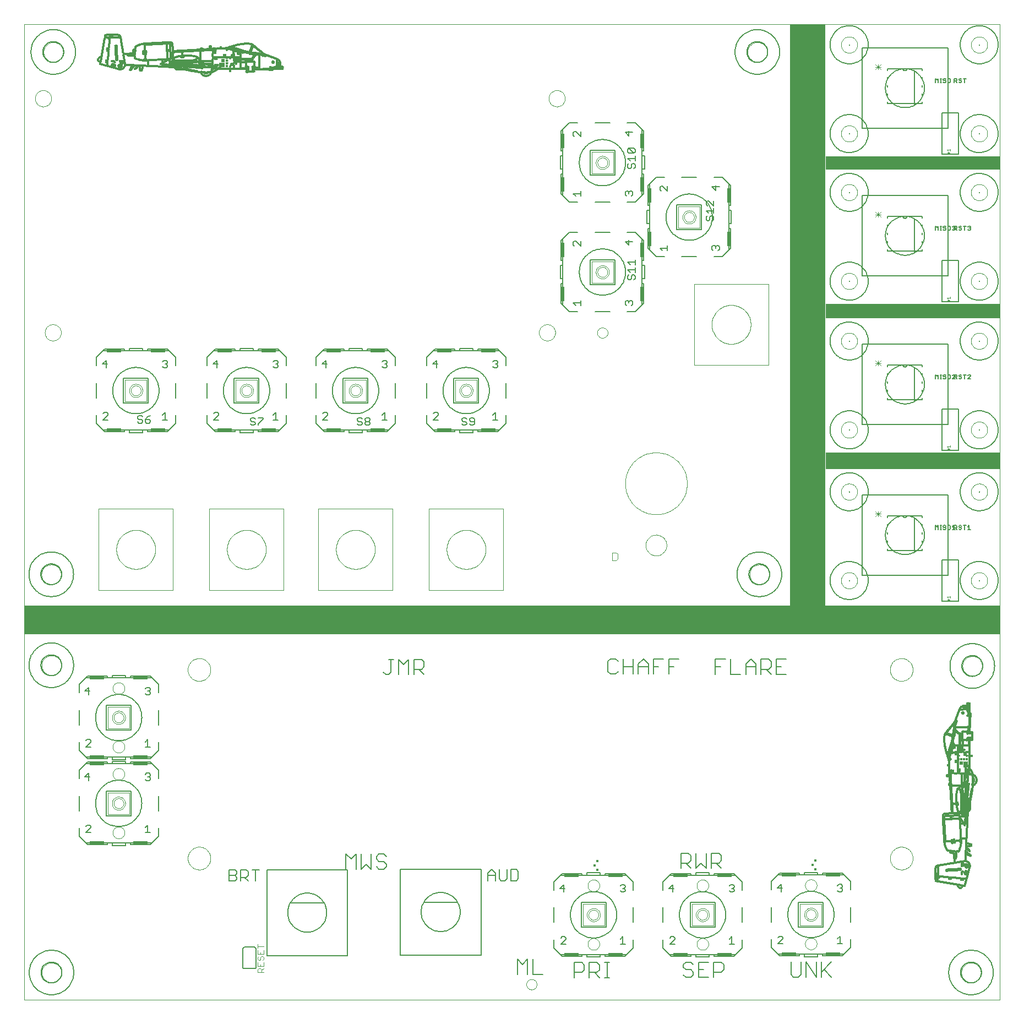
<source format=gto>
G75*
G70*
%OFA0B0*%
%FSLAX24Y24*%
%IPPOS*%
%LPD*%
%AMOC8*
5,1,8,0,0,1.08239X$1,22.5*
%
%ADD10C,0.0000*%
%ADD11R,0.0050X0.0005*%
%ADD12R,0.0140X0.0005*%
%ADD13R,0.0185X0.0005*%
%ADD14R,0.0225X0.0005*%
%ADD15R,0.0260X0.0005*%
%ADD16R,0.0285X0.0005*%
%ADD17R,0.0315X0.0005*%
%ADD18R,0.0335X0.0005*%
%ADD19R,0.0355X0.0005*%
%ADD20R,0.0375X0.0005*%
%ADD21R,0.0395X0.0005*%
%ADD22R,0.0415X0.0005*%
%ADD23R,0.0425X0.0005*%
%ADD24R,0.0445X0.0005*%
%ADD25R,0.0455X0.0005*%
%ADD26R,0.0475X0.0005*%
%ADD27R,0.0485X0.0005*%
%ADD28R,0.0495X0.0005*%
%ADD29R,0.0515X0.0005*%
%ADD30R,0.0525X0.0005*%
%ADD31R,0.0535X0.0005*%
%ADD32R,0.0255X0.0005*%
%ADD33R,0.0220X0.0005*%
%ADD34R,0.0205X0.0005*%
%ADD35R,0.0195X0.0005*%
%ADD36R,0.0180X0.0005*%
%ADD37R,0.0170X0.0005*%
%ADD38R,0.0175X0.0005*%
%ADD39R,0.0165X0.0005*%
%ADD40R,0.0160X0.0005*%
%ADD41R,0.0155X0.0005*%
%ADD42R,0.0150X0.0005*%
%ADD43R,0.0085X0.0005*%
%ADD44R,0.0135X0.0005*%
%ADD45R,0.0145X0.0005*%
%ADD46R,0.0190X0.0005*%
%ADD47R,0.0215X0.0005*%
%ADD48R,0.0235X0.0005*%
%ADD49R,0.0250X0.0005*%
%ADD50R,0.0130X0.0005*%
%ADD51R,0.0265X0.0005*%
%ADD52R,0.0295X0.0005*%
%ADD53R,0.0125X0.0005*%
%ADD54R,0.0305X0.0005*%
%ADD55R,0.0325X0.0005*%
%ADD56R,0.0345X0.0005*%
%ADD57R,0.0120X0.0005*%
%ADD58R,0.0365X0.0005*%
%ADD59R,0.0405X0.0005*%
%ADD60R,0.0625X0.0005*%
%ADD61R,0.0660X0.0005*%
%ADD62R,0.0985X0.0005*%
%ADD63R,0.1035X0.0005*%
%ADD64R,0.1090X0.0005*%
%ADD65R,0.1140X0.0005*%
%ADD66R,0.0530X0.0005*%
%ADD67R,0.1185X0.0005*%
%ADD68R,0.0550X0.0005*%
%ADD69R,0.1230X0.0005*%
%ADD70R,0.0555X0.0005*%
%ADD71R,0.1275X0.0005*%
%ADD72R,0.0560X0.0005*%
%ADD73R,0.1320X0.0005*%
%ADD74R,0.0570X0.0005*%
%ADD75R,0.1360X0.0005*%
%ADD76R,0.0075X0.0005*%
%ADD77R,0.1395X0.0005*%
%ADD78R,0.0095X0.0005*%
%ADD79R,0.0575X0.0005*%
%ADD80R,0.1430X0.0005*%
%ADD81R,0.0105X0.0005*%
%ADD82R,0.1470X0.0005*%
%ADD83R,0.0115X0.0005*%
%ADD84R,0.1500X0.0005*%
%ADD85R,0.0910X0.0005*%
%ADD86R,0.0505X0.0005*%
%ADD87R,0.0890X0.0005*%
%ADD88R,0.0465X0.0005*%
%ADD89R,0.0880X0.0005*%
%ADD90R,0.0200X0.0005*%
%ADD91R,0.0665X0.0005*%
%ADD92R,0.0210X0.0005*%
%ADD93R,0.0650X0.0005*%
%ADD94R,0.0390X0.0005*%
%ADD95R,0.0630X0.0005*%
%ADD96R,0.0645X0.0005*%
%ADD97R,0.0060X0.0005*%
%ADD98R,0.0350X0.0005*%
%ADD99R,0.0065X0.0005*%
%ADD100R,0.0100X0.0005*%
%ADD101R,0.0685X0.0005*%
%ADD102R,0.0700X0.0005*%
%ADD103R,0.0230X0.0005*%
%ADD104R,0.0715X0.0005*%
%ADD105R,0.0290X0.0005*%
%ADD106R,0.0725X0.0005*%
%ADD107R,0.0400X0.0005*%
%ADD108R,0.0740X0.0005*%
%ADD109R,0.0510X0.0005*%
%ADD110R,0.0615X0.0005*%
%ADD111R,0.0500X0.0005*%
%ADD112R,0.0730X0.0005*%
%ADD113R,0.0830X0.0005*%
%ADD114R,0.1210X0.0005*%
%ADD115R,0.0935X0.0005*%
%ADD116R,0.1335X0.0005*%
%ADD117R,0.1165X0.0005*%
%ADD118R,0.0240X0.0005*%
%ADD119R,0.0045X0.0005*%
%ADD120R,0.1150X0.0005*%
%ADD121R,0.0640X0.0005*%
%ADD122R,0.1340X0.0005*%
%ADD123R,0.0270X0.0005*%
%ADD124R,0.1125X0.0005*%
%ADD125R,0.1095X0.0005*%
%ADD126R,0.0300X0.0005*%
%ADD127R,0.0080X0.0005*%
%ADD128R,0.1105X0.0005*%
%ADD129R,0.1490X0.0005*%
%ADD130R,0.0330X0.0005*%
%ADD131R,0.1085X0.0005*%
%ADD132R,0.1945X0.0005*%
%ADD133R,0.1925X0.0005*%
%ADD134R,0.1060X0.0005*%
%ADD135R,0.1930X0.0005*%
%ADD136R,0.0385X0.0005*%
%ADD137R,0.0110X0.0005*%
%ADD138R,0.1040X0.0005*%
%ADD139R,0.1955X0.0005*%
%ADD140R,0.1935X0.0005*%
%ADD141R,0.0410X0.0005*%
%ADD142R,0.1020X0.0005*%
%ADD143R,0.1965X0.0005*%
%ADD144R,0.1940X0.0005*%
%ADD145R,0.0435X0.0005*%
%ADD146R,0.0995X0.0005*%
%ADD147R,0.1970X0.0005*%
%ADD148R,0.0460X0.0005*%
%ADD149R,0.0975X0.0005*%
%ADD150R,0.1980X0.0005*%
%ADD151R,0.0490X0.0005*%
%ADD152R,0.0955X0.0005*%
%ADD153R,0.1990X0.0005*%
%ADD154R,0.0040X0.0005*%
%ADD155R,0.2000X0.0005*%
%ADD156R,0.0915X0.0005*%
%ADD157R,0.2210X0.0005*%
%ADD158R,0.0565X0.0005*%
%ADD159R,0.0895X0.0005*%
%ADD160R,0.0590X0.0005*%
%ADD161R,0.0875X0.0005*%
%ADD162R,0.1950X0.0005*%
%ADD163R,0.0610X0.0005*%
%ADD164R,0.0850X0.0005*%
%ADD165R,0.0275X0.0005*%
%ADD166R,0.0635X0.0005*%
%ADD167R,0.0540X0.0005*%
%ADD168R,0.0420X0.0005*%
%ADD169R,0.0840X0.0005*%
%ADD170R,0.0845X0.0005*%
%ADD171R,0.1290X0.0005*%
%ADD172R,0.0470X0.0005*%
%ADD173R,0.0595X0.0005*%
%ADD174R,0.2285X0.0005*%
%ADD175R,0.1170X0.0005*%
%ADD176R,0.0860X0.0005*%
%ADD177R,0.1465X0.0005*%
%ADD178R,0.0340X0.0005*%
%ADD179R,0.0885X0.0005*%
%ADD180R,0.0690X0.0005*%
%ADD181R,0.1375X0.0005*%
%ADD182R,0.0020X0.0005*%
%ADD183R,0.1025X0.0005*%
%ADD184R,0.0605X0.0005*%
%ADD185R,0.0695X0.0005*%
%ADD186R,0.0745X0.0005*%
%ADD187R,0.1030X0.0005*%
%ADD188R,0.0785X0.0005*%
%ADD189R,0.0795X0.0005*%
%ADD190R,0.0980X0.0005*%
%ADD191R,0.0545X0.0005*%
%ADD192R,0.0930X0.0005*%
%ADD193R,0.0865X0.0005*%
%ADD194R,0.1065X0.0005*%
%ADD195R,0.1975X0.0005*%
%ADD196R,0.1045X0.0005*%
%ADD197R,0.2095X0.0005*%
%ADD198R,0.1130X0.0005*%
%ADD199R,0.2105X0.0005*%
%ADD200R,0.1215X0.0005*%
%ADD201R,0.0430X0.0005*%
%ADD202R,0.1305X0.0005*%
%ADD203R,0.1915X0.0005*%
%ADD204R,0.0025X0.0005*%
%ADD205R,0.1910X0.0005*%
%ADD206R,0.0055X0.0005*%
%ADD207R,0.1475X0.0005*%
%ADD208R,0.2065X0.0005*%
%ADD209R,0.0070X0.0005*%
%ADD210R,0.1565X0.0005*%
%ADD211R,0.2115X0.0005*%
%ADD212R,0.0245X0.0005*%
%ADD213R,0.1650X0.0005*%
%ADD214R,0.2165X0.0005*%
%ADD215R,0.0450X0.0005*%
%ADD216R,0.1740X0.0005*%
%ADD217R,0.2215X0.0005*%
%ADD218R,0.0480X0.0005*%
%ADD219R,0.0280X0.0005*%
%ADD220R,0.1820X0.0005*%
%ADD221R,0.2270X0.0005*%
%ADD222R,0.0320X0.0005*%
%ADD223R,0.4205X0.0005*%
%ADD224R,0.4310X0.0005*%
%ADD225R,0.4445X0.0005*%
%ADD226R,0.0585X0.0005*%
%ADD227R,0.4615X0.0005*%
%ADD228R,0.0620X0.0005*%
%ADD229R,0.4990X0.0005*%
%ADD230R,0.4410X0.0005*%
%ADD231R,0.4325X0.0005*%
%ADD232R,0.0670X0.0005*%
%ADD233R,0.2185X0.0005*%
%ADD234R,0.2030X0.0005*%
%ADD235R,0.0360X0.0005*%
%ADD236R,0.0090X0.0005*%
%ADD237R,0.2255X0.0005*%
%ADD238R,0.0580X0.0005*%
%ADD239R,0.0710X0.0005*%
%ADD240R,0.2275X0.0005*%
%ADD241R,0.2180X0.0005*%
%ADD242R,0.1995X0.0005*%
%ADD243R,0.2235X0.0005*%
%ADD244R,0.0370X0.0005*%
%ADD245R,0.2265X0.0005*%
%ADD246R,0.2375X0.0005*%
%ADD247R,0.2300X0.0005*%
%ADD248R,0.2175X0.0005*%
%ADD249R,0.2330X0.0005*%
%ADD250R,0.0655X0.0005*%
%ADD251R,0.2360X0.0005*%
%ADD252R,0.1960X0.0005*%
%ADD253R,0.2400X0.0005*%
%ADD254R,0.1855X0.0005*%
%ADD255R,0.2435X0.0005*%
%ADD256R,0.1755X0.0005*%
%ADD257R,0.2475X0.0005*%
%ADD258R,0.0440X0.0005*%
%ADD259R,0.1645X0.0005*%
%ADD260R,0.2520X0.0005*%
%ADD261R,0.0310X0.0005*%
%ADD262R,0.1540X0.0005*%
%ADD263R,0.2645X0.0005*%
%ADD264R,0.2640X0.0005*%
%ADD265R,0.2690X0.0005*%
%ADD266R,0.2695X0.0005*%
%ADD267R,0.2700X0.0005*%
%ADD268R,0.0520X0.0005*%
%ADD269R,0.0380X0.0005*%
%ADD270R,0.3240X0.0005*%
%ADD271R,0.0920X0.0005*%
%ADD272R,0.3245X0.0005*%
%ADD273R,0.0815X0.0005*%
%ADD274R,0.2355X0.0005*%
%ADD275R,0.2290X0.0005*%
%ADD276R,0.2225X0.0005*%
%ADD277R,0.1435X0.0005*%
%ADD278R,0.1000X0.0005*%
%ADD279R,0.0905X0.0005*%
%ADD280R,0.0965X0.0005*%
%ADD281R,0.0810X0.0005*%
%ADD282R,0.0780X0.0005*%
%ADD283R,0.0925X0.0005*%
%ADD284R,0.1220X0.0005*%
%ADD285R,0.1240X0.0005*%
%ADD286R,0.0940X0.0005*%
%ADD287R,0.0855X0.0005*%
%ADD288R,0.0680X0.0005*%
%ADD289R,0.0790X0.0005*%
%ADD290R,0.0825X0.0005*%
%ADD291R,0.0970X0.0005*%
%ADD292R,0.1445X0.0005*%
%ADD293R,0.1865X0.0005*%
%ADD294R,0.1860X0.0005*%
%ADD295R,0.1850X0.0005*%
%ADD296R,0.2040X0.0005*%
%ADD297R,0.2605X0.0005*%
%ADD298R,0.1355X0.0005*%
%ADD299R,0.1350X0.0005*%
%ADD300R,0.0945X0.0005*%
%ADD301R,0.1310X0.0005*%
%ADD302R,0.1250X0.0005*%
%ADD303R,0.1345X0.0005*%
%ADD304R,0.1245X0.0005*%
%ADD305R,0.1200X0.0005*%
%ADD306R,0.1285X0.0005*%
%ADD307R,0.1155X0.0005*%
%ADD308R,0.1315X0.0005*%
%ADD309R,0.1120X0.0005*%
%ADD310R,0.1380X0.0005*%
%ADD311R,0.0770X0.0005*%
%ADD312R,0.1410X0.0005*%
%ADD313R,0.1425X0.0005*%
%ADD314R,0.1440X0.0005*%
%ADD315R,0.0950X0.0005*%
%ADD316R,0.1100X0.0005*%
%ADD317R,0.1205X0.0005*%
%ADD318R,0.1575X0.0005*%
%ADD319R,0.0015X0.0005*%
%ADD320R,0.1570X0.0005*%
%ADD321R,0.1505X0.0005*%
%ADD322R,0.1525X0.0005*%
%ADD323R,0.1560X0.0005*%
%ADD324R,0.0900X0.0005*%
%ADD325R,0.1190X0.0005*%
%ADD326R,0.1630X0.0005*%
%ADD327R,0.1555X0.0005*%
%ADD328R,0.1550X0.0005*%
%ADD329R,0.2015X0.0005*%
%ADD330R,0.1225X0.0005*%
%ADD331R,0.1535X0.0005*%
%ADD332R,0.2045X0.0005*%
%ADD333R,0.1530X0.0005*%
%ADD334R,0.1235X0.0005*%
%ADD335R,0.2060X0.0005*%
%ADD336R,0.2075X0.0005*%
%ADD337R,0.2085X0.0005*%
%ADD338R,0.2110X0.0005*%
%ADD339R,0.1715X0.0005*%
%ADD340R,0.1300X0.0005*%
%ADD341R,0.1070X0.0005*%
%ADD342R,0.0030X0.0005*%
%ADD343R,0.1255X0.0005*%
%ADD344R,0.1260X0.0005*%
%ADD345R,0.0705X0.0005*%
%ADD346R,0.1080X0.0005*%
%ADD347R,0.2575X0.0005*%
%ADD348R,0.1810X0.0005*%
%ADD349R,0.0760X0.0005*%
%ADD350R,0.0600X0.0005*%
%ADD351R,0.1495X0.0005*%
%ADD352R,0.1325X0.0005*%
%ADD353R,0.1115X0.0005*%
%ADD354R,0.1075X0.0005*%
%ADD355R,0.0820X0.0005*%
%ADD356R,0.1055X0.0005*%
%ADD357R,0.0800X0.0005*%
%ADD358R,0.1110X0.0005*%
%ADD359R,0.1145X0.0005*%
%ADD360R,0.1665X0.0005*%
%ADD361R,0.1370X0.0005*%
%ADD362R,0.1265X0.0005*%
%ADD363R,0.1585X0.0005*%
%ADD364R,0.1675X0.0005*%
%ADD365R,0.1785X0.0005*%
%ADD366R,0.2120X0.0005*%
%ADD367R,0.0960X0.0005*%
%ADD368R,0.2385X0.0005*%
%ADD369R,0.2705X0.0005*%
%ADD370R,0.2680X0.0005*%
%ADD371R,0.2525X0.0005*%
%ADD372R,0.2345X0.0005*%
%ADD373R,0.2240X0.0005*%
%ADD374R,0.2090X0.0005*%
%ADD375R,0.2020X0.0005*%
%ADD376R,0.1050X0.0005*%
%ADD377R,0.1015X0.0005*%
%ADD378R,0.2450X0.0005*%
%ADD379R,0.2335X0.0005*%
%ADD380R,0.1900X0.0005*%
%ADD381R,0.1870X0.0005*%
%ADD382R,0.1845X0.0005*%
%ADD383R,0.1545X0.0005*%
%ADD384R,0.1770X0.0005*%
%ADD385R,0.1520X0.0005*%
%ADD386R,0.1135X0.0005*%
%ADD387R,0.1515X0.0005*%
%ADD388R,0.1595X0.0005*%
%ADD389R,0.1780X0.0005*%
%ADD390R,0.1825X0.0005*%
%ADD391R,0.1005X0.0005*%
%ADD392R,0.1895X0.0005*%
%ADD393R,0.1885X0.0005*%
%ADD394R,0.1835X0.0005*%
%ADD395R,0.0750X0.0005*%
%ADD396R,0.1790X0.0005*%
%ADD397R,0.1730X0.0005*%
%ADD398R,0.1635X0.0005*%
%ADD399R,0.1455X0.0005*%
%ADD400R,0.0035X0.0005*%
%ADD401R,0.0990X0.0005*%
%ADD402C,0.0080*%
%ADD403R,0.0005X0.0050*%
%ADD404R,0.0005X0.0140*%
%ADD405R,0.0005X0.0185*%
%ADD406R,0.0005X0.0225*%
%ADD407R,0.0005X0.0260*%
%ADD408R,0.0005X0.0285*%
%ADD409R,0.0005X0.0315*%
%ADD410R,0.0005X0.0335*%
%ADD411R,0.0005X0.0355*%
%ADD412R,0.0005X0.0375*%
%ADD413R,0.0005X0.0395*%
%ADD414R,0.0005X0.0415*%
%ADD415R,0.0005X0.0425*%
%ADD416R,0.0005X0.0445*%
%ADD417R,0.0005X0.0455*%
%ADD418R,0.0005X0.0475*%
%ADD419R,0.0005X0.0485*%
%ADD420R,0.0005X0.0495*%
%ADD421R,0.0005X0.0515*%
%ADD422R,0.0005X0.0525*%
%ADD423R,0.0005X0.0535*%
%ADD424R,0.0005X0.0255*%
%ADD425R,0.0005X0.0220*%
%ADD426R,0.0005X0.0205*%
%ADD427R,0.0005X0.0195*%
%ADD428R,0.0005X0.0180*%
%ADD429R,0.0005X0.0170*%
%ADD430R,0.0005X0.0175*%
%ADD431R,0.0005X0.0165*%
%ADD432R,0.0005X0.0160*%
%ADD433R,0.0005X0.0155*%
%ADD434R,0.0005X0.0150*%
%ADD435R,0.0005X0.0085*%
%ADD436R,0.0005X0.0135*%
%ADD437R,0.0005X0.0145*%
%ADD438R,0.0005X0.0190*%
%ADD439R,0.0005X0.0215*%
%ADD440R,0.0005X0.0235*%
%ADD441R,0.0005X0.0250*%
%ADD442R,0.0005X0.0130*%
%ADD443R,0.0005X0.0265*%
%ADD444R,0.0005X0.0295*%
%ADD445R,0.0005X0.0125*%
%ADD446R,0.0005X0.0305*%
%ADD447R,0.0005X0.0325*%
%ADD448R,0.0005X0.0345*%
%ADD449R,0.0005X0.0120*%
%ADD450R,0.0005X0.0365*%
%ADD451R,0.0005X0.0405*%
%ADD452R,0.0005X0.0625*%
%ADD453R,0.0005X0.0660*%
%ADD454R,0.0005X0.0985*%
%ADD455R,0.0005X0.1035*%
%ADD456R,0.0005X0.1090*%
%ADD457R,0.0005X0.1140*%
%ADD458R,0.0005X0.0530*%
%ADD459R,0.0005X0.1185*%
%ADD460R,0.0005X0.0550*%
%ADD461R,0.0005X0.1230*%
%ADD462R,0.0005X0.0555*%
%ADD463R,0.0005X0.1275*%
%ADD464R,0.0005X0.0560*%
%ADD465R,0.0005X0.1320*%
%ADD466R,0.0005X0.0570*%
%ADD467R,0.0005X0.1360*%
%ADD468R,0.0005X0.0075*%
%ADD469R,0.0005X0.1395*%
%ADD470R,0.0005X0.0095*%
%ADD471R,0.0005X0.0575*%
%ADD472R,0.0005X0.1430*%
%ADD473R,0.0005X0.0105*%
%ADD474R,0.0005X0.1470*%
%ADD475R,0.0005X0.0115*%
%ADD476R,0.0005X0.1500*%
%ADD477R,0.0005X0.0910*%
%ADD478R,0.0005X0.0505*%
%ADD479R,0.0005X0.0890*%
%ADD480R,0.0005X0.0465*%
%ADD481R,0.0005X0.0880*%
%ADD482R,0.0005X0.0200*%
%ADD483R,0.0005X0.0665*%
%ADD484R,0.0005X0.0210*%
%ADD485R,0.0005X0.0650*%
%ADD486R,0.0005X0.0390*%
%ADD487R,0.0005X0.0630*%
%ADD488R,0.0005X0.0645*%
%ADD489R,0.0005X0.0060*%
%ADD490R,0.0005X0.0350*%
%ADD491R,0.0005X0.0065*%
%ADD492R,0.0005X0.0100*%
%ADD493R,0.0005X0.0685*%
%ADD494R,0.0005X0.0700*%
%ADD495R,0.0005X0.0230*%
%ADD496R,0.0005X0.0715*%
%ADD497R,0.0005X0.0290*%
%ADD498R,0.0005X0.0725*%
%ADD499R,0.0005X0.0400*%
%ADD500R,0.0005X0.0740*%
%ADD501R,0.0005X0.0510*%
%ADD502R,0.0005X0.0615*%
%ADD503R,0.0005X0.0500*%
%ADD504R,0.0005X0.0730*%
%ADD505R,0.0005X0.0830*%
%ADD506R,0.0005X0.1210*%
%ADD507R,0.0005X0.0935*%
%ADD508R,0.0005X0.1335*%
%ADD509R,0.0005X0.1165*%
%ADD510R,0.0005X0.0240*%
%ADD511R,0.0005X0.0045*%
%ADD512R,0.0005X0.1150*%
%ADD513R,0.0005X0.0640*%
%ADD514R,0.0005X0.1340*%
%ADD515R,0.0005X0.0270*%
%ADD516R,0.0005X0.1125*%
%ADD517R,0.0005X0.1095*%
%ADD518R,0.0005X0.0300*%
%ADD519R,0.0005X0.0080*%
%ADD520R,0.0005X0.1105*%
%ADD521R,0.0005X0.1490*%
%ADD522R,0.0005X0.0330*%
%ADD523R,0.0005X0.1085*%
%ADD524R,0.0005X0.1945*%
%ADD525R,0.0005X0.1925*%
%ADD526R,0.0005X0.1060*%
%ADD527R,0.0005X0.1930*%
%ADD528R,0.0005X0.0385*%
%ADD529R,0.0005X0.0110*%
%ADD530R,0.0005X0.1040*%
%ADD531R,0.0005X0.1955*%
%ADD532R,0.0005X0.1935*%
%ADD533R,0.0005X0.0410*%
%ADD534R,0.0005X0.1020*%
%ADD535R,0.0005X0.1965*%
%ADD536R,0.0005X0.1940*%
%ADD537R,0.0005X0.0435*%
%ADD538R,0.0005X0.0995*%
%ADD539R,0.0005X0.1970*%
%ADD540R,0.0005X0.0460*%
%ADD541R,0.0005X0.0975*%
%ADD542R,0.0005X0.1980*%
%ADD543R,0.0005X0.0490*%
%ADD544R,0.0005X0.0955*%
%ADD545R,0.0005X0.1990*%
%ADD546R,0.0005X0.0040*%
%ADD547R,0.0005X0.2000*%
%ADD548R,0.0005X0.0915*%
%ADD549R,0.0005X0.2210*%
%ADD550R,0.0005X0.0565*%
%ADD551R,0.0005X0.0895*%
%ADD552R,0.0005X0.0590*%
%ADD553R,0.0005X0.0875*%
%ADD554R,0.0005X0.1950*%
%ADD555R,0.0005X0.0610*%
%ADD556R,0.0005X0.0850*%
%ADD557R,0.0005X0.0275*%
%ADD558R,0.0005X0.0635*%
%ADD559R,0.0005X0.0540*%
%ADD560R,0.0005X0.0420*%
%ADD561R,0.0005X0.0840*%
%ADD562R,0.0005X0.0845*%
%ADD563R,0.0005X0.1290*%
%ADD564R,0.0005X0.0470*%
%ADD565R,0.0005X0.0595*%
%ADD566R,0.0005X0.2285*%
%ADD567R,0.0005X0.1170*%
%ADD568R,0.0005X0.0860*%
%ADD569R,0.0005X0.1465*%
%ADD570R,0.0005X0.0340*%
%ADD571R,0.0005X0.0885*%
%ADD572R,0.0005X0.0690*%
%ADD573R,0.0005X0.1375*%
%ADD574R,0.0005X0.0020*%
%ADD575R,0.0005X0.1025*%
%ADD576R,0.0005X0.0605*%
%ADD577R,0.0005X0.0695*%
%ADD578R,0.0005X0.0745*%
%ADD579R,0.0005X0.1030*%
%ADD580R,0.0005X0.0785*%
%ADD581R,0.0005X0.0795*%
%ADD582R,0.0005X0.0980*%
%ADD583R,0.0005X0.0545*%
%ADD584R,0.0005X0.0930*%
%ADD585R,0.0005X0.0865*%
%ADD586R,0.0005X0.1065*%
%ADD587R,0.0005X0.1975*%
%ADD588R,0.0005X0.1045*%
%ADD589R,0.0005X0.2095*%
%ADD590R,0.0005X0.1130*%
%ADD591R,0.0005X0.2105*%
%ADD592R,0.0005X0.1215*%
%ADD593R,0.0005X0.0430*%
%ADD594R,0.0005X0.1305*%
%ADD595R,0.0005X0.1915*%
%ADD596R,0.0005X0.0025*%
%ADD597R,0.0005X0.1910*%
%ADD598R,0.0005X0.0055*%
%ADD599R,0.0005X0.1475*%
%ADD600R,0.0005X0.2065*%
%ADD601R,0.0005X0.0070*%
%ADD602R,0.0005X0.1565*%
%ADD603R,0.0005X0.2115*%
%ADD604R,0.0005X0.0245*%
%ADD605R,0.0005X0.1650*%
%ADD606R,0.0005X0.2165*%
%ADD607R,0.0005X0.0450*%
%ADD608R,0.0005X0.1740*%
%ADD609R,0.0005X0.2215*%
%ADD610R,0.0005X0.0480*%
%ADD611R,0.0005X0.0280*%
%ADD612R,0.0005X0.1820*%
%ADD613R,0.0005X0.2270*%
%ADD614R,0.0005X0.0320*%
%ADD615R,0.0005X0.4205*%
%ADD616R,0.0005X0.4310*%
%ADD617R,0.0005X0.4445*%
%ADD618R,0.0005X0.0585*%
%ADD619R,0.0005X0.4615*%
%ADD620R,0.0005X0.0620*%
%ADD621R,0.0005X0.4990*%
%ADD622R,0.0005X0.4410*%
%ADD623R,0.0005X0.4325*%
%ADD624R,0.0005X0.0670*%
%ADD625R,0.0005X0.2185*%
%ADD626R,0.0005X0.2030*%
%ADD627R,0.0005X0.0360*%
%ADD628R,0.0005X0.0090*%
%ADD629R,0.0005X0.2255*%
%ADD630R,0.0005X0.0580*%
%ADD631R,0.0005X0.0710*%
%ADD632R,0.0005X0.2275*%
%ADD633R,0.0005X0.2180*%
%ADD634R,0.0005X0.1995*%
%ADD635R,0.0005X0.2235*%
%ADD636R,0.0005X0.0370*%
%ADD637R,0.0005X0.2265*%
%ADD638R,0.0005X0.2375*%
%ADD639R,0.0005X0.2300*%
%ADD640R,0.0005X0.2175*%
%ADD641R,0.0005X0.2330*%
%ADD642R,0.0005X0.0655*%
%ADD643R,0.0005X0.2360*%
%ADD644R,0.0005X0.1960*%
%ADD645R,0.0005X0.2400*%
%ADD646R,0.0005X0.1855*%
%ADD647R,0.0005X0.2435*%
%ADD648R,0.0005X0.1755*%
%ADD649R,0.0005X0.2475*%
%ADD650R,0.0005X0.0440*%
%ADD651R,0.0005X0.1645*%
%ADD652R,0.0005X0.2520*%
%ADD653R,0.0005X0.0310*%
%ADD654R,0.0005X0.1540*%
%ADD655R,0.0005X0.2645*%
%ADD656R,0.0005X0.2640*%
%ADD657R,0.0005X0.2690*%
%ADD658R,0.0005X0.2695*%
%ADD659R,0.0005X0.2700*%
%ADD660R,0.0005X0.0520*%
%ADD661R,0.0005X0.0380*%
%ADD662R,0.0005X0.3240*%
%ADD663R,0.0005X0.0920*%
%ADD664R,0.0005X0.3245*%
%ADD665R,0.0005X0.0815*%
%ADD666R,0.0005X0.2355*%
%ADD667R,0.0005X0.2290*%
%ADD668R,0.0005X0.2225*%
%ADD669R,0.0005X0.1435*%
%ADD670R,0.0005X0.1000*%
%ADD671R,0.0005X0.0905*%
%ADD672R,0.0005X0.0965*%
%ADD673R,0.0005X0.0810*%
%ADD674R,0.0005X0.0780*%
%ADD675R,0.0005X0.0925*%
%ADD676R,0.0005X0.1220*%
%ADD677R,0.0005X0.1240*%
%ADD678R,0.0005X0.0940*%
%ADD679R,0.0005X0.0855*%
%ADD680R,0.0005X0.0680*%
%ADD681R,0.0005X0.0790*%
%ADD682R,0.0005X0.0825*%
%ADD683R,0.0005X0.0970*%
%ADD684R,0.0005X0.1445*%
%ADD685R,0.0005X0.1865*%
%ADD686R,0.0005X0.1860*%
%ADD687R,0.0005X0.1850*%
%ADD688R,0.0005X0.2040*%
%ADD689R,0.0005X0.2605*%
%ADD690R,0.0005X0.1355*%
%ADD691R,0.0005X0.1350*%
%ADD692R,0.0005X0.0945*%
%ADD693R,0.0005X0.1310*%
%ADD694R,0.0005X0.1250*%
%ADD695R,0.0005X0.1345*%
%ADD696R,0.0005X0.1245*%
%ADD697R,0.0005X0.1200*%
%ADD698R,0.0005X0.1285*%
%ADD699R,0.0005X0.1155*%
%ADD700R,0.0005X0.1315*%
%ADD701R,0.0005X0.1120*%
%ADD702R,0.0005X0.1380*%
%ADD703R,0.0005X0.0770*%
%ADD704R,0.0005X0.1410*%
%ADD705R,0.0005X0.1425*%
%ADD706R,0.0005X0.1440*%
%ADD707R,0.0005X0.0950*%
%ADD708R,0.0005X0.1100*%
%ADD709R,0.0005X0.1205*%
%ADD710R,0.0005X0.1575*%
%ADD711R,0.0005X0.0015*%
%ADD712R,0.0005X0.1570*%
%ADD713R,0.0005X0.1505*%
%ADD714R,0.0005X0.1525*%
%ADD715R,0.0005X0.1560*%
%ADD716R,0.0005X0.0900*%
%ADD717R,0.0005X0.1190*%
%ADD718R,0.0005X0.1630*%
%ADD719R,0.0005X0.1555*%
%ADD720R,0.0005X0.1550*%
%ADD721R,0.0005X0.2015*%
%ADD722R,0.0005X0.1225*%
%ADD723R,0.0005X0.1535*%
%ADD724R,0.0005X0.2045*%
%ADD725R,0.0005X0.1530*%
%ADD726R,0.0005X0.1235*%
%ADD727R,0.0005X0.2060*%
%ADD728R,0.0005X0.2075*%
%ADD729R,0.0005X0.2085*%
%ADD730R,0.0005X0.2110*%
%ADD731R,0.0005X0.1715*%
%ADD732R,0.0005X0.1300*%
%ADD733R,0.0005X0.1070*%
%ADD734R,0.0005X0.0030*%
%ADD735R,0.0005X0.1255*%
%ADD736R,0.0005X0.1260*%
%ADD737R,0.0005X0.0705*%
%ADD738R,0.0005X0.1080*%
%ADD739R,0.0005X0.2575*%
%ADD740R,0.0005X0.1810*%
%ADD741R,0.0005X0.0760*%
%ADD742R,0.0005X0.0600*%
%ADD743R,0.0005X0.1495*%
%ADD744R,0.0005X0.1325*%
%ADD745R,0.0005X0.1115*%
%ADD746R,0.0005X0.1075*%
%ADD747R,0.0005X0.0820*%
%ADD748R,0.0005X0.1055*%
%ADD749R,0.0005X0.0800*%
%ADD750R,0.0005X0.1110*%
%ADD751R,0.0005X0.1145*%
%ADD752R,0.0005X0.1665*%
%ADD753R,0.0005X0.1370*%
%ADD754R,0.0005X0.1265*%
%ADD755R,0.0005X0.1585*%
%ADD756R,0.0005X0.1675*%
%ADD757R,0.0005X0.1785*%
%ADD758R,0.0005X0.2120*%
%ADD759R,0.0005X0.0960*%
%ADD760R,0.0005X0.2385*%
%ADD761R,0.0005X0.2705*%
%ADD762R,0.0005X0.2680*%
%ADD763R,0.0005X0.2525*%
%ADD764R,0.0005X0.2345*%
%ADD765R,0.0005X0.2240*%
%ADD766R,0.0005X0.2090*%
%ADD767R,0.0005X0.2020*%
%ADD768R,0.0005X0.1050*%
%ADD769R,0.0005X0.1015*%
%ADD770R,0.0005X0.2450*%
%ADD771R,0.0005X0.2335*%
%ADD772R,0.0005X0.1900*%
%ADD773R,0.0005X0.1870*%
%ADD774R,0.0005X0.1845*%
%ADD775R,0.0005X0.1545*%
%ADD776R,0.0005X0.1770*%
%ADD777R,0.0005X0.1520*%
%ADD778R,0.0005X0.1135*%
%ADD779R,0.0005X0.1515*%
%ADD780R,0.0005X0.1595*%
%ADD781R,0.0005X0.1780*%
%ADD782R,0.0005X0.1825*%
%ADD783R,0.0005X0.1005*%
%ADD784R,0.0005X0.1895*%
%ADD785R,0.0005X0.1885*%
%ADD786R,0.0005X0.1835*%
%ADD787R,0.0005X0.0750*%
%ADD788R,0.0005X0.1790*%
%ADD789R,0.0005X0.1730*%
%ADD790R,0.0005X0.1635*%
%ADD791R,0.0005X0.1455*%
%ADD792R,0.0005X0.0035*%
%ADD793R,0.0005X0.0990*%
%ADD794R,1.0562X0.0813*%
%ADD795R,1.0562X0.0875*%
%ADD796R,1.0562X0.1000*%
%ADD797R,5.9055X0.1750*%
%ADD798R,0.2125X3.5250*%
%ADD799C,0.0060*%
%ADD800C,0.0020*%
%ADD801C,0.0050*%
%ADD802R,0.0850X0.0200*%
%ADD803R,0.0200X0.0850*%
%ADD804C,0.0010*%
%ADD805C,0.0040*%
%ADD806C,0.0005*%
%ADD807C,0.0030*%
%ADD808R,0.0167X0.0128*%
%ADD809R,0.0138X0.0138*%
D10*
X001467Y000180D02*
X060522Y000180D01*
X060522Y059235D01*
X001467Y059235D01*
X001467Y000180D01*
X002517Y001821D02*
X002519Y001869D01*
X002525Y001917D01*
X002535Y001964D01*
X002548Y002010D01*
X002566Y002055D01*
X002586Y002099D01*
X002611Y002141D01*
X002639Y002180D01*
X002669Y002217D01*
X002703Y002251D01*
X002740Y002283D01*
X002778Y002312D01*
X002819Y002337D01*
X002862Y002359D01*
X002907Y002377D01*
X002953Y002391D01*
X003000Y002402D01*
X003048Y002409D01*
X003096Y002412D01*
X003144Y002411D01*
X003192Y002406D01*
X003240Y002397D01*
X003286Y002385D01*
X003331Y002368D01*
X003375Y002348D01*
X003417Y002325D01*
X003457Y002298D01*
X003495Y002268D01*
X003530Y002235D01*
X003562Y002199D01*
X003592Y002161D01*
X003618Y002120D01*
X003640Y002077D01*
X003660Y002033D01*
X003675Y001988D01*
X003687Y001941D01*
X003695Y001893D01*
X003699Y001845D01*
X003699Y001797D01*
X003695Y001749D01*
X003687Y001701D01*
X003675Y001654D01*
X003660Y001609D01*
X003640Y001565D01*
X003618Y001522D01*
X003592Y001481D01*
X003562Y001443D01*
X003530Y001407D01*
X003495Y001374D01*
X003457Y001344D01*
X003417Y001317D01*
X003375Y001294D01*
X003331Y001274D01*
X003286Y001257D01*
X003240Y001245D01*
X003192Y001236D01*
X003144Y001231D01*
X003096Y001230D01*
X003048Y001233D01*
X003000Y001240D01*
X002953Y001251D01*
X002907Y001265D01*
X002862Y001283D01*
X002819Y001305D01*
X002778Y001330D01*
X002740Y001359D01*
X002703Y001391D01*
X002669Y001425D01*
X002639Y001462D01*
X002611Y001501D01*
X002586Y001543D01*
X002566Y001587D01*
X002548Y001632D01*
X002535Y001678D01*
X002525Y001725D01*
X002519Y001773D01*
X002517Y001821D01*
X006820Y010293D02*
X006822Y010330D01*
X006828Y010367D01*
X006837Y010403D01*
X006851Y010437D01*
X006868Y010470D01*
X006888Y010502D01*
X006911Y010531D01*
X006937Y010557D01*
X006966Y010580D01*
X006997Y010600D01*
X007031Y010617D01*
X007065Y010631D01*
X007101Y010640D01*
X007138Y010646D01*
X007175Y010648D01*
X007212Y010646D01*
X007249Y010640D01*
X007285Y010631D01*
X007319Y010617D01*
X007352Y010600D01*
X007384Y010580D01*
X007413Y010557D01*
X007439Y010531D01*
X007462Y010502D01*
X007482Y010471D01*
X007499Y010437D01*
X007513Y010403D01*
X007522Y010367D01*
X007528Y010330D01*
X007530Y010293D01*
X007528Y010256D01*
X007522Y010219D01*
X007513Y010183D01*
X007499Y010149D01*
X007482Y010116D01*
X007462Y010084D01*
X007439Y010055D01*
X007413Y010029D01*
X007384Y010006D01*
X007353Y009986D01*
X007319Y009969D01*
X007285Y009955D01*
X007249Y009946D01*
X007212Y009940D01*
X007175Y009938D01*
X007138Y009940D01*
X007101Y009946D01*
X007065Y009955D01*
X007031Y009969D01*
X006998Y009986D01*
X006966Y010006D01*
X006937Y010029D01*
X006911Y010055D01*
X006888Y010084D01*
X006868Y010115D01*
X006851Y010149D01*
X006837Y010183D01*
X006828Y010219D01*
X006822Y010256D01*
X006820Y010293D01*
X006820Y013833D02*
X006822Y013870D01*
X006828Y013907D01*
X006837Y013943D01*
X006851Y013977D01*
X006868Y014010D01*
X006888Y014042D01*
X006911Y014071D01*
X006937Y014097D01*
X006966Y014120D01*
X006997Y014140D01*
X007031Y014157D01*
X007065Y014171D01*
X007101Y014180D01*
X007138Y014186D01*
X007175Y014188D01*
X007212Y014186D01*
X007249Y014180D01*
X007285Y014171D01*
X007319Y014157D01*
X007352Y014140D01*
X007384Y014120D01*
X007413Y014097D01*
X007439Y014071D01*
X007462Y014042D01*
X007482Y014011D01*
X007499Y013977D01*
X007513Y013943D01*
X007522Y013907D01*
X007528Y013870D01*
X007530Y013833D01*
X007528Y013796D01*
X007522Y013759D01*
X007513Y013723D01*
X007499Y013689D01*
X007482Y013656D01*
X007462Y013624D01*
X007439Y013595D01*
X007413Y013569D01*
X007384Y013546D01*
X007353Y013526D01*
X007319Y013509D01*
X007285Y013495D01*
X007249Y013486D01*
X007212Y013480D01*
X007175Y013478D01*
X007138Y013480D01*
X007101Y013486D01*
X007065Y013495D01*
X007031Y013509D01*
X006998Y013526D01*
X006966Y013546D01*
X006937Y013569D01*
X006911Y013595D01*
X006888Y013624D01*
X006868Y013655D01*
X006851Y013689D01*
X006837Y013723D01*
X006828Y013759D01*
X006822Y013796D01*
X006820Y013833D01*
X006820Y015488D02*
X006822Y015525D01*
X006828Y015562D01*
X006837Y015598D01*
X006851Y015632D01*
X006868Y015665D01*
X006888Y015697D01*
X006911Y015726D01*
X006937Y015752D01*
X006966Y015775D01*
X006997Y015795D01*
X007031Y015812D01*
X007065Y015826D01*
X007101Y015835D01*
X007138Y015841D01*
X007175Y015843D01*
X007212Y015841D01*
X007249Y015835D01*
X007285Y015826D01*
X007319Y015812D01*
X007352Y015795D01*
X007384Y015775D01*
X007413Y015752D01*
X007439Y015726D01*
X007462Y015697D01*
X007482Y015666D01*
X007499Y015632D01*
X007513Y015598D01*
X007522Y015562D01*
X007528Y015525D01*
X007530Y015488D01*
X007528Y015451D01*
X007522Y015414D01*
X007513Y015378D01*
X007499Y015344D01*
X007482Y015311D01*
X007462Y015279D01*
X007439Y015250D01*
X007413Y015224D01*
X007384Y015201D01*
X007353Y015181D01*
X007319Y015164D01*
X007285Y015150D01*
X007249Y015141D01*
X007212Y015135D01*
X007175Y015133D01*
X007138Y015135D01*
X007101Y015141D01*
X007065Y015150D01*
X007031Y015164D01*
X006998Y015181D01*
X006966Y015201D01*
X006937Y015224D01*
X006911Y015250D01*
X006888Y015279D01*
X006868Y015310D01*
X006851Y015344D01*
X006837Y015378D01*
X006828Y015414D01*
X006822Y015451D01*
X006820Y015488D01*
X006820Y019028D02*
X006822Y019065D01*
X006828Y019102D01*
X006837Y019138D01*
X006851Y019172D01*
X006868Y019205D01*
X006888Y019237D01*
X006911Y019266D01*
X006937Y019292D01*
X006966Y019315D01*
X006997Y019335D01*
X007031Y019352D01*
X007065Y019366D01*
X007101Y019375D01*
X007138Y019381D01*
X007175Y019383D01*
X007212Y019381D01*
X007249Y019375D01*
X007285Y019366D01*
X007319Y019352D01*
X007352Y019335D01*
X007384Y019315D01*
X007413Y019292D01*
X007439Y019266D01*
X007462Y019237D01*
X007482Y019206D01*
X007499Y019172D01*
X007513Y019138D01*
X007522Y019102D01*
X007528Y019065D01*
X007530Y019028D01*
X007528Y018991D01*
X007522Y018954D01*
X007513Y018918D01*
X007499Y018884D01*
X007482Y018851D01*
X007462Y018819D01*
X007439Y018790D01*
X007413Y018764D01*
X007384Y018741D01*
X007353Y018721D01*
X007319Y018704D01*
X007285Y018690D01*
X007249Y018681D01*
X007212Y018675D01*
X007175Y018673D01*
X007138Y018675D01*
X007101Y018681D01*
X007065Y018690D01*
X007031Y018704D01*
X006998Y018721D01*
X006966Y018741D01*
X006937Y018764D01*
X006911Y018790D01*
X006888Y018819D01*
X006868Y018850D01*
X006851Y018884D01*
X006837Y018918D01*
X006828Y018954D01*
X006822Y018991D01*
X006820Y019028D01*
X002507Y020423D02*
X002509Y020471D01*
X002515Y020519D01*
X002525Y020566D01*
X002538Y020612D01*
X002556Y020657D01*
X002576Y020701D01*
X002601Y020743D01*
X002629Y020782D01*
X002659Y020819D01*
X002693Y020853D01*
X002730Y020885D01*
X002768Y020914D01*
X002809Y020939D01*
X002852Y020961D01*
X002897Y020979D01*
X002943Y020993D01*
X002990Y021004D01*
X003038Y021011D01*
X003086Y021014D01*
X003134Y021013D01*
X003182Y021008D01*
X003230Y020999D01*
X003276Y020987D01*
X003321Y020970D01*
X003365Y020950D01*
X003407Y020927D01*
X003447Y020900D01*
X003485Y020870D01*
X003520Y020837D01*
X003552Y020801D01*
X003582Y020763D01*
X003608Y020722D01*
X003630Y020679D01*
X003650Y020635D01*
X003665Y020590D01*
X003677Y020543D01*
X003685Y020495D01*
X003689Y020447D01*
X003689Y020399D01*
X003685Y020351D01*
X003677Y020303D01*
X003665Y020256D01*
X003650Y020211D01*
X003630Y020167D01*
X003608Y020124D01*
X003582Y020083D01*
X003552Y020045D01*
X003520Y020009D01*
X003485Y019976D01*
X003447Y019946D01*
X003407Y019919D01*
X003365Y019896D01*
X003321Y019876D01*
X003276Y019859D01*
X003230Y019847D01*
X003182Y019838D01*
X003134Y019833D01*
X003086Y019832D01*
X003038Y019835D01*
X002990Y019842D01*
X002943Y019853D01*
X002897Y019867D01*
X002852Y019885D01*
X002809Y019907D01*
X002768Y019932D01*
X002730Y019961D01*
X002693Y019993D01*
X002659Y020027D01*
X002629Y020064D01*
X002601Y020103D01*
X002576Y020145D01*
X002556Y020189D01*
X002538Y020234D01*
X002525Y020280D01*
X002515Y020327D01*
X002509Y020375D01*
X002507Y020423D01*
X001467Y024305D02*
X001467Y059174D01*
X002626Y057555D02*
X002628Y057603D01*
X002634Y057651D01*
X002644Y057698D01*
X002657Y057744D01*
X002675Y057789D01*
X002695Y057833D01*
X002720Y057875D01*
X002748Y057914D01*
X002778Y057951D01*
X002812Y057985D01*
X002849Y058017D01*
X002887Y058046D01*
X002928Y058071D01*
X002971Y058093D01*
X003016Y058111D01*
X003062Y058125D01*
X003109Y058136D01*
X003157Y058143D01*
X003205Y058146D01*
X003253Y058145D01*
X003301Y058140D01*
X003349Y058131D01*
X003395Y058119D01*
X003440Y058102D01*
X003484Y058082D01*
X003526Y058059D01*
X003566Y058032D01*
X003604Y058002D01*
X003639Y057969D01*
X003671Y057933D01*
X003701Y057895D01*
X003727Y057854D01*
X003749Y057811D01*
X003769Y057767D01*
X003784Y057722D01*
X003796Y057675D01*
X003804Y057627D01*
X003808Y057579D01*
X003808Y057531D01*
X003804Y057483D01*
X003796Y057435D01*
X003784Y057388D01*
X003769Y057343D01*
X003749Y057299D01*
X003727Y057256D01*
X003701Y057215D01*
X003671Y057177D01*
X003639Y057141D01*
X003604Y057108D01*
X003566Y057078D01*
X003526Y057051D01*
X003484Y057028D01*
X003440Y057008D01*
X003395Y056991D01*
X003349Y056979D01*
X003301Y056970D01*
X003253Y056965D01*
X003205Y056964D01*
X003157Y056967D01*
X003109Y056974D01*
X003062Y056985D01*
X003016Y056999D01*
X002971Y057017D01*
X002928Y057039D01*
X002887Y057064D01*
X002849Y057093D01*
X002812Y057125D01*
X002778Y057159D01*
X002748Y057196D01*
X002720Y057235D01*
X002695Y057277D01*
X002675Y057321D01*
X002657Y057366D01*
X002644Y057412D01*
X002634Y057459D01*
X002628Y057507D01*
X002626Y057555D01*
X002114Y054742D02*
X002116Y054786D01*
X002122Y054830D01*
X002132Y054873D01*
X002145Y054915D01*
X002163Y054955D01*
X002184Y054994D01*
X002208Y055031D01*
X002235Y055066D01*
X002266Y055098D01*
X002299Y055127D01*
X002335Y055153D01*
X002373Y055175D01*
X002413Y055194D01*
X002454Y055210D01*
X002497Y055222D01*
X002540Y055230D01*
X002584Y055234D01*
X002628Y055234D01*
X002672Y055230D01*
X002715Y055222D01*
X002758Y055210D01*
X002799Y055194D01*
X002839Y055175D01*
X002877Y055153D01*
X002913Y055127D01*
X002946Y055098D01*
X002977Y055066D01*
X003004Y055031D01*
X003028Y054994D01*
X003049Y054955D01*
X003067Y054915D01*
X003080Y054873D01*
X003090Y054830D01*
X003096Y054786D01*
X003098Y054742D01*
X003096Y054698D01*
X003090Y054654D01*
X003080Y054611D01*
X003067Y054569D01*
X003049Y054529D01*
X003028Y054490D01*
X003004Y054453D01*
X002977Y054418D01*
X002946Y054386D01*
X002913Y054357D01*
X002877Y054331D01*
X002839Y054309D01*
X002799Y054290D01*
X002758Y054274D01*
X002715Y054262D01*
X002672Y054254D01*
X002628Y054250D01*
X002584Y054250D01*
X002540Y054254D01*
X002497Y054262D01*
X002454Y054274D01*
X002413Y054290D01*
X002373Y054309D01*
X002335Y054331D01*
X002299Y054357D01*
X002266Y054386D01*
X002235Y054418D01*
X002208Y054453D01*
X002184Y054490D01*
X002163Y054529D01*
X002145Y054569D01*
X002132Y054611D01*
X002122Y054654D01*
X002116Y054698D01*
X002114Y054742D01*
X002705Y040568D02*
X002707Y040612D01*
X002713Y040656D01*
X002723Y040699D01*
X002736Y040741D01*
X002754Y040781D01*
X002775Y040820D01*
X002799Y040857D01*
X002826Y040892D01*
X002857Y040924D01*
X002890Y040953D01*
X002926Y040979D01*
X002964Y041001D01*
X003004Y041020D01*
X003045Y041036D01*
X003088Y041048D01*
X003131Y041056D01*
X003175Y041060D01*
X003219Y041060D01*
X003263Y041056D01*
X003306Y041048D01*
X003349Y041036D01*
X003390Y041020D01*
X003430Y041001D01*
X003468Y040979D01*
X003504Y040953D01*
X003537Y040924D01*
X003568Y040892D01*
X003595Y040857D01*
X003619Y040820D01*
X003640Y040781D01*
X003658Y040741D01*
X003671Y040699D01*
X003681Y040656D01*
X003687Y040612D01*
X003689Y040568D01*
X003687Y040524D01*
X003681Y040480D01*
X003671Y040437D01*
X003658Y040395D01*
X003640Y040355D01*
X003619Y040316D01*
X003595Y040279D01*
X003568Y040244D01*
X003537Y040212D01*
X003504Y040183D01*
X003468Y040157D01*
X003430Y040135D01*
X003390Y040116D01*
X003349Y040100D01*
X003306Y040088D01*
X003263Y040080D01*
X003219Y040076D01*
X003175Y040076D01*
X003131Y040080D01*
X003088Y040088D01*
X003045Y040100D01*
X003004Y040116D01*
X002964Y040135D01*
X002926Y040157D01*
X002890Y040183D01*
X002857Y040212D01*
X002826Y040244D01*
X002799Y040279D01*
X002775Y040316D01*
X002754Y040355D01*
X002736Y040395D01*
X002723Y040437D01*
X002713Y040480D01*
X002707Y040524D01*
X002705Y040568D01*
X007036Y027430D02*
X007038Y027499D01*
X007044Y027567D01*
X007054Y027635D01*
X007068Y027702D01*
X007086Y027769D01*
X007107Y027834D01*
X007133Y027898D01*
X007162Y027960D01*
X007194Y028020D01*
X007230Y028079D01*
X007270Y028135D01*
X007312Y028189D01*
X007358Y028240D01*
X007407Y028289D01*
X007458Y028335D01*
X007512Y028377D01*
X007568Y028417D01*
X007626Y028453D01*
X007687Y028485D01*
X007749Y028514D01*
X007813Y028540D01*
X007878Y028561D01*
X007945Y028579D01*
X008012Y028593D01*
X008080Y028603D01*
X008148Y028609D01*
X008217Y028611D01*
X008286Y028609D01*
X008354Y028603D01*
X008422Y028593D01*
X008489Y028579D01*
X008556Y028561D01*
X008621Y028540D01*
X008685Y028514D01*
X008747Y028485D01*
X008807Y028453D01*
X008866Y028417D01*
X008922Y028377D01*
X008976Y028335D01*
X009027Y028289D01*
X009076Y028240D01*
X009122Y028189D01*
X009164Y028135D01*
X009204Y028079D01*
X009240Y028020D01*
X009272Y027960D01*
X009301Y027898D01*
X009327Y027834D01*
X009348Y027769D01*
X009366Y027702D01*
X009380Y027635D01*
X009390Y027567D01*
X009396Y027499D01*
X009398Y027430D01*
X009396Y027361D01*
X009390Y027293D01*
X009380Y027225D01*
X009366Y027158D01*
X009348Y027091D01*
X009327Y027026D01*
X009301Y026962D01*
X009272Y026900D01*
X009240Y026839D01*
X009204Y026781D01*
X009164Y026725D01*
X009122Y026671D01*
X009076Y026620D01*
X009027Y026571D01*
X008976Y026525D01*
X008922Y026483D01*
X008866Y026443D01*
X008808Y026407D01*
X008747Y026375D01*
X008685Y026346D01*
X008621Y026320D01*
X008556Y026299D01*
X008489Y026281D01*
X008422Y026267D01*
X008354Y026257D01*
X008286Y026251D01*
X008217Y026249D01*
X008148Y026251D01*
X008080Y026257D01*
X008012Y026267D01*
X007945Y026281D01*
X007878Y026299D01*
X007813Y026320D01*
X007749Y026346D01*
X007687Y026375D01*
X007626Y026407D01*
X007568Y026443D01*
X007512Y026483D01*
X007458Y026525D01*
X007407Y026571D01*
X007358Y026620D01*
X007312Y026671D01*
X007270Y026725D01*
X007230Y026781D01*
X007194Y026839D01*
X007162Y026900D01*
X007133Y026962D01*
X007107Y027026D01*
X007086Y027091D01*
X007068Y027158D01*
X007054Y027225D01*
X007044Y027293D01*
X007038Y027361D01*
X007036Y027430D01*
X002501Y025930D02*
X002503Y025978D01*
X002509Y026026D01*
X002519Y026073D01*
X002532Y026119D01*
X002550Y026164D01*
X002570Y026208D01*
X002595Y026250D01*
X002623Y026289D01*
X002653Y026326D01*
X002687Y026360D01*
X002724Y026392D01*
X002762Y026421D01*
X002803Y026446D01*
X002846Y026468D01*
X002891Y026486D01*
X002937Y026500D01*
X002984Y026511D01*
X003032Y026518D01*
X003080Y026521D01*
X003128Y026520D01*
X003176Y026515D01*
X003224Y026506D01*
X003270Y026494D01*
X003315Y026477D01*
X003359Y026457D01*
X003401Y026434D01*
X003441Y026407D01*
X003479Y026377D01*
X003514Y026344D01*
X003546Y026308D01*
X003576Y026270D01*
X003602Y026229D01*
X003624Y026186D01*
X003644Y026142D01*
X003659Y026097D01*
X003671Y026050D01*
X003679Y026002D01*
X003683Y025954D01*
X003683Y025906D01*
X003679Y025858D01*
X003671Y025810D01*
X003659Y025763D01*
X003644Y025718D01*
X003624Y025674D01*
X003602Y025631D01*
X003576Y025590D01*
X003546Y025552D01*
X003514Y025516D01*
X003479Y025483D01*
X003441Y025453D01*
X003401Y025426D01*
X003359Y025403D01*
X003315Y025383D01*
X003270Y025366D01*
X003224Y025354D01*
X003176Y025345D01*
X003128Y025340D01*
X003080Y025339D01*
X003032Y025342D01*
X002984Y025349D01*
X002937Y025360D01*
X002891Y025374D01*
X002846Y025392D01*
X002803Y025414D01*
X002762Y025439D01*
X002724Y025468D01*
X002687Y025500D01*
X002653Y025534D01*
X002623Y025571D01*
X002595Y025610D01*
X002570Y025652D01*
X002550Y025696D01*
X002532Y025741D01*
X002519Y025787D01*
X002509Y025834D01*
X002503Y025882D01*
X002501Y025930D01*
X011361Y020155D02*
X011363Y020207D01*
X011369Y020259D01*
X011379Y020310D01*
X011392Y020360D01*
X011410Y020410D01*
X011431Y020457D01*
X011455Y020503D01*
X011484Y020547D01*
X011515Y020589D01*
X011549Y020628D01*
X011586Y020665D01*
X011626Y020698D01*
X011669Y020729D01*
X011713Y020756D01*
X011759Y020780D01*
X011808Y020800D01*
X011857Y020816D01*
X011908Y020829D01*
X011959Y020838D01*
X012011Y020843D01*
X012063Y020844D01*
X012115Y020841D01*
X012167Y020834D01*
X012218Y020823D01*
X012268Y020809D01*
X012317Y020790D01*
X012364Y020768D01*
X012409Y020743D01*
X012453Y020714D01*
X012494Y020682D01*
X012533Y020647D01*
X012568Y020609D01*
X012601Y020568D01*
X012631Y020526D01*
X012657Y020481D01*
X012680Y020434D01*
X012699Y020385D01*
X012715Y020335D01*
X012727Y020285D01*
X012735Y020233D01*
X012739Y020181D01*
X012739Y020129D01*
X012735Y020077D01*
X012727Y020025D01*
X012715Y019975D01*
X012699Y019925D01*
X012680Y019876D01*
X012657Y019829D01*
X012631Y019784D01*
X012601Y019742D01*
X012568Y019701D01*
X012533Y019663D01*
X012494Y019628D01*
X012453Y019596D01*
X012409Y019567D01*
X012364Y019542D01*
X012317Y019520D01*
X012268Y019501D01*
X012218Y019487D01*
X012167Y019476D01*
X012115Y019469D01*
X012063Y019466D01*
X012011Y019467D01*
X011959Y019472D01*
X011908Y019481D01*
X011857Y019494D01*
X011808Y019510D01*
X011759Y019530D01*
X011713Y019554D01*
X011669Y019581D01*
X011626Y019612D01*
X011586Y019645D01*
X011549Y019682D01*
X011515Y019721D01*
X011484Y019763D01*
X011455Y019807D01*
X011431Y019853D01*
X011410Y019900D01*
X011392Y019950D01*
X011379Y020000D01*
X011369Y020051D01*
X011363Y020103D01*
X011361Y020155D01*
X013736Y027430D02*
X013738Y027499D01*
X013744Y027567D01*
X013754Y027635D01*
X013768Y027702D01*
X013786Y027769D01*
X013807Y027834D01*
X013833Y027898D01*
X013862Y027960D01*
X013894Y028020D01*
X013930Y028079D01*
X013970Y028135D01*
X014012Y028189D01*
X014058Y028240D01*
X014107Y028289D01*
X014158Y028335D01*
X014212Y028377D01*
X014268Y028417D01*
X014326Y028453D01*
X014387Y028485D01*
X014449Y028514D01*
X014513Y028540D01*
X014578Y028561D01*
X014645Y028579D01*
X014712Y028593D01*
X014780Y028603D01*
X014848Y028609D01*
X014917Y028611D01*
X014986Y028609D01*
X015054Y028603D01*
X015122Y028593D01*
X015189Y028579D01*
X015256Y028561D01*
X015321Y028540D01*
X015385Y028514D01*
X015447Y028485D01*
X015507Y028453D01*
X015566Y028417D01*
X015622Y028377D01*
X015676Y028335D01*
X015727Y028289D01*
X015776Y028240D01*
X015822Y028189D01*
X015864Y028135D01*
X015904Y028079D01*
X015940Y028020D01*
X015972Y027960D01*
X016001Y027898D01*
X016027Y027834D01*
X016048Y027769D01*
X016066Y027702D01*
X016080Y027635D01*
X016090Y027567D01*
X016096Y027499D01*
X016098Y027430D01*
X016096Y027361D01*
X016090Y027293D01*
X016080Y027225D01*
X016066Y027158D01*
X016048Y027091D01*
X016027Y027026D01*
X016001Y026962D01*
X015972Y026900D01*
X015940Y026839D01*
X015904Y026781D01*
X015864Y026725D01*
X015822Y026671D01*
X015776Y026620D01*
X015727Y026571D01*
X015676Y026525D01*
X015622Y026483D01*
X015566Y026443D01*
X015508Y026407D01*
X015447Y026375D01*
X015385Y026346D01*
X015321Y026320D01*
X015256Y026299D01*
X015189Y026281D01*
X015122Y026267D01*
X015054Y026257D01*
X014986Y026251D01*
X014917Y026249D01*
X014848Y026251D01*
X014780Y026257D01*
X014712Y026267D01*
X014645Y026281D01*
X014578Y026299D01*
X014513Y026320D01*
X014449Y026346D01*
X014387Y026375D01*
X014326Y026407D01*
X014268Y026443D01*
X014212Y026483D01*
X014158Y026525D01*
X014107Y026571D01*
X014058Y026620D01*
X014012Y026671D01*
X013970Y026725D01*
X013930Y026781D01*
X013894Y026839D01*
X013862Y026900D01*
X013833Y026962D01*
X013807Y027026D01*
X013786Y027091D01*
X013768Y027158D01*
X013754Y027225D01*
X013744Y027293D01*
X013738Y027361D01*
X013736Y027430D01*
X020336Y027430D02*
X020338Y027499D01*
X020344Y027567D01*
X020354Y027635D01*
X020368Y027702D01*
X020386Y027769D01*
X020407Y027834D01*
X020433Y027898D01*
X020462Y027960D01*
X020494Y028020D01*
X020530Y028079D01*
X020570Y028135D01*
X020612Y028189D01*
X020658Y028240D01*
X020707Y028289D01*
X020758Y028335D01*
X020812Y028377D01*
X020868Y028417D01*
X020926Y028453D01*
X020987Y028485D01*
X021049Y028514D01*
X021113Y028540D01*
X021178Y028561D01*
X021245Y028579D01*
X021312Y028593D01*
X021380Y028603D01*
X021448Y028609D01*
X021517Y028611D01*
X021586Y028609D01*
X021654Y028603D01*
X021722Y028593D01*
X021789Y028579D01*
X021856Y028561D01*
X021921Y028540D01*
X021985Y028514D01*
X022047Y028485D01*
X022107Y028453D01*
X022166Y028417D01*
X022222Y028377D01*
X022276Y028335D01*
X022327Y028289D01*
X022376Y028240D01*
X022422Y028189D01*
X022464Y028135D01*
X022504Y028079D01*
X022540Y028020D01*
X022572Y027960D01*
X022601Y027898D01*
X022627Y027834D01*
X022648Y027769D01*
X022666Y027702D01*
X022680Y027635D01*
X022690Y027567D01*
X022696Y027499D01*
X022698Y027430D01*
X022696Y027361D01*
X022690Y027293D01*
X022680Y027225D01*
X022666Y027158D01*
X022648Y027091D01*
X022627Y027026D01*
X022601Y026962D01*
X022572Y026900D01*
X022540Y026839D01*
X022504Y026781D01*
X022464Y026725D01*
X022422Y026671D01*
X022376Y026620D01*
X022327Y026571D01*
X022276Y026525D01*
X022222Y026483D01*
X022166Y026443D01*
X022108Y026407D01*
X022047Y026375D01*
X021985Y026346D01*
X021921Y026320D01*
X021856Y026299D01*
X021789Y026281D01*
X021722Y026267D01*
X021654Y026257D01*
X021586Y026251D01*
X021517Y026249D01*
X021448Y026251D01*
X021380Y026257D01*
X021312Y026267D01*
X021245Y026281D01*
X021178Y026299D01*
X021113Y026320D01*
X021049Y026346D01*
X020987Y026375D01*
X020926Y026407D01*
X020868Y026443D01*
X020812Y026483D01*
X020758Y026525D01*
X020707Y026571D01*
X020658Y026620D01*
X020612Y026671D01*
X020570Y026725D01*
X020530Y026781D01*
X020494Y026839D01*
X020462Y026900D01*
X020433Y026962D01*
X020407Y027026D01*
X020386Y027091D01*
X020368Y027158D01*
X020354Y027225D01*
X020344Y027293D01*
X020338Y027361D01*
X020336Y027430D01*
X027036Y027430D02*
X027038Y027499D01*
X027044Y027567D01*
X027054Y027635D01*
X027068Y027702D01*
X027086Y027769D01*
X027107Y027834D01*
X027133Y027898D01*
X027162Y027960D01*
X027194Y028020D01*
X027230Y028079D01*
X027270Y028135D01*
X027312Y028189D01*
X027358Y028240D01*
X027407Y028289D01*
X027458Y028335D01*
X027512Y028377D01*
X027568Y028417D01*
X027626Y028453D01*
X027687Y028485D01*
X027749Y028514D01*
X027813Y028540D01*
X027878Y028561D01*
X027945Y028579D01*
X028012Y028593D01*
X028080Y028603D01*
X028148Y028609D01*
X028217Y028611D01*
X028286Y028609D01*
X028354Y028603D01*
X028422Y028593D01*
X028489Y028579D01*
X028556Y028561D01*
X028621Y028540D01*
X028685Y028514D01*
X028747Y028485D01*
X028807Y028453D01*
X028866Y028417D01*
X028922Y028377D01*
X028976Y028335D01*
X029027Y028289D01*
X029076Y028240D01*
X029122Y028189D01*
X029164Y028135D01*
X029204Y028079D01*
X029240Y028020D01*
X029272Y027960D01*
X029301Y027898D01*
X029327Y027834D01*
X029348Y027769D01*
X029366Y027702D01*
X029380Y027635D01*
X029390Y027567D01*
X029396Y027499D01*
X029398Y027430D01*
X029396Y027361D01*
X029390Y027293D01*
X029380Y027225D01*
X029366Y027158D01*
X029348Y027091D01*
X029327Y027026D01*
X029301Y026962D01*
X029272Y026900D01*
X029240Y026839D01*
X029204Y026781D01*
X029164Y026725D01*
X029122Y026671D01*
X029076Y026620D01*
X029027Y026571D01*
X028976Y026525D01*
X028922Y026483D01*
X028866Y026443D01*
X028808Y026407D01*
X028747Y026375D01*
X028685Y026346D01*
X028621Y026320D01*
X028556Y026299D01*
X028489Y026281D01*
X028422Y026267D01*
X028354Y026257D01*
X028286Y026251D01*
X028217Y026249D01*
X028148Y026251D01*
X028080Y026257D01*
X028012Y026267D01*
X027945Y026281D01*
X027878Y026299D01*
X027813Y026320D01*
X027749Y026346D01*
X027687Y026375D01*
X027626Y026407D01*
X027568Y026443D01*
X027512Y026483D01*
X027458Y026525D01*
X027407Y026571D01*
X027358Y026620D01*
X027312Y026671D01*
X027270Y026725D01*
X027230Y026781D01*
X027194Y026839D01*
X027162Y026900D01*
X027133Y026962D01*
X027107Y027026D01*
X027086Y027091D01*
X027068Y027158D01*
X027054Y027225D01*
X027044Y027293D01*
X027038Y027361D01*
X027036Y027430D01*
X039087Y027690D02*
X039089Y027740D01*
X039095Y027790D01*
X039105Y027839D01*
X039119Y027887D01*
X039136Y027934D01*
X039157Y027979D01*
X039182Y028023D01*
X039210Y028064D01*
X039242Y028103D01*
X039276Y028140D01*
X039313Y028174D01*
X039353Y028204D01*
X039395Y028231D01*
X039439Y028255D01*
X039485Y028276D01*
X039532Y028292D01*
X039580Y028305D01*
X039630Y028314D01*
X039679Y028319D01*
X039730Y028320D01*
X039780Y028317D01*
X039829Y028310D01*
X039878Y028299D01*
X039926Y028284D01*
X039972Y028266D01*
X040017Y028244D01*
X040060Y028218D01*
X040101Y028189D01*
X040140Y028157D01*
X040176Y028122D01*
X040208Y028084D01*
X040238Y028044D01*
X040265Y028001D01*
X040288Y027957D01*
X040307Y027911D01*
X040323Y027863D01*
X040335Y027814D01*
X040343Y027765D01*
X040347Y027715D01*
X040347Y027665D01*
X040343Y027615D01*
X040335Y027566D01*
X040323Y027517D01*
X040307Y027469D01*
X040288Y027423D01*
X040265Y027379D01*
X040238Y027336D01*
X040208Y027296D01*
X040176Y027258D01*
X040140Y027223D01*
X040101Y027191D01*
X040060Y027162D01*
X040017Y027136D01*
X039972Y027114D01*
X039926Y027096D01*
X039878Y027081D01*
X039829Y027070D01*
X039780Y027063D01*
X039730Y027060D01*
X039679Y027061D01*
X039630Y027066D01*
X039580Y027075D01*
X039532Y027088D01*
X039485Y027104D01*
X039439Y027125D01*
X039395Y027149D01*
X039353Y027176D01*
X039313Y027206D01*
X039276Y027240D01*
X039242Y027277D01*
X039210Y027316D01*
X039182Y027357D01*
X039157Y027401D01*
X039136Y027446D01*
X039119Y027493D01*
X039105Y027541D01*
X039095Y027590D01*
X039089Y027640D01*
X039087Y027690D01*
X037842Y031430D02*
X037844Y031522D01*
X037851Y031614D01*
X037862Y031705D01*
X037878Y031796D01*
X037898Y031886D01*
X037923Y031974D01*
X037952Y032062D01*
X037985Y032148D01*
X038022Y032232D01*
X038063Y032314D01*
X038109Y032394D01*
X038158Y032472D01*
X038211Y032547D01*
X038268Y032619D01*
X038328Y032689D01*
X038391Y032756D01*
X038458Y032819D01*
X038528Y032879D01*
X038600Y032936D01*
X038675Y032989D01*
X038753Y033038D01*
X038833Y033084D01*
X038915Y033125D01*
X038999Y033162D01*
X039085Y033195D01*
X039173Y033224D01*
X039261Y033249D01*
X039351Y033269D01*
X039442Y033285D01*
X039533Y033296D01*
X039625Y033303D01*
X039717Y033305D01*
X039809Y033303D01*
X039901Y033296D01*
X039992Y033285D01*
X040083Y033269D01*
X040173Y033249D01*
X040261Y033224D01*
X040349Y033195D01*
X040435Y033162D01*
X040519Y033125D01*
X040601Y033084D01*
X040681Y033038D01*
X040759Y032989D01*
X040834Y032936D01*
X040906Y032879D01*
X040976Y032819D01*
X041043Y032756D01*
X041106Y032689D01*
X041166Y032619D01*
X041223Y032547D01*
X041276Y032472D01*
X041325Y032394D01*
X041371Y032314D01*
X041412Y032232D01*
X041449Y032148D01*
X041482Y032062D01*
X041511Y031974D01*
X041536Y031886D01*
X041556Y031796D01*
X041572Y031705D01*
X041583Y031614D01*
X041590Y031522D01*
X041592Y031430D01*
X041590Y031338D01*
X041583Y031246D01*
X041572Y031155D01*
X041556Y031064D01*
X041536Y030974D01*
X041511Y030886D01*
X041482Y030798D01*
X041449Y030712D01*
X041412Y030628D01*
X041371Y030546D01*
X041325Y030466D01*
X041276Y030388D01*
X041223Y030313D01*
X041166Y030241D01*
X041106Y030171D01*
X041043Y030104D01*
X040976Y030041D01*
X040906Y029981D01*
X040834Y029924D01*
X040759Y029871D01*
X040681Y029822D01*
X040601Y029776D01*
X040519Y029735D01*
X040435Y029698D01*
X040349Y029665D01*
X040261Y029636D01*
X040173Y029611D01*
X040083Y029591D01*
X039992Y029575D01*
X039901Y029564D01*
X039809Y029557D01*
X039717Y029555D01*
X039625Y029557D01*
X039533Y029564D01*
X039442Y029575D01*
X039351Y029591D01*
X039261Y029611D01*
X039173Y029636D01*
X039085Y029665D01*
X038999Y029698D01*
X038915Y029735D01*
X038833Y029776D01*
X038753Y029822D01*
X038675Y029871D01*
X038600Y029924D01*
X038528Y029981D01*
X038458Y030041D01*
X038391Y030104D01*
X038328Y030171D01*
X038268Y030241D01*
X038211Y030313D01*
X038158Y030388D01*
X038109Y030466D01*
X038063Y030546D01*
X038022Y030628D01*
X037985Y030712D01*
X037952Y030798D01*
X037923Y030886D01*
X037898Y030974D01*
X037878Y031064D01*
X037862Y031155D01*
X037851Y031246D01*
X037844Y031338D01*
X037842Y031430D01*
X045376Y025930D02*
X045378Y025978D01*
X045384Y026026D01*
X045394Y026073D01*
X045407Y026119D01*
X045425Y026164D01*
X045445Y026208D01*
X045470Y026250D01*
X045498Y026289D01*
X045528Y026326D01*
X045562Y026360D01*
X045599Y026392D01*
X045637Y026421D01*
X045678Y026446D01*
X045721Y026468D01*
X045766Y026486D01*
X045812Y026500D01*
X045859Y026511D01*
X045907Y026518D01*
X045955Y026521D01*
X046003Y026520D01*
X046051Y026515D01*
X046099Y026506D01*
X046145Y026494D01*
X046190Y026477D01*
X046234Y026457D01*
X046276Y026434D01*
X046316Y026407D01*
X046354Y026377D01*
X046389Y026344D01*
X046421Y026308D01*
X046451Y026270D01*
X046477Y026229D01*
X046499Y026186D01*
X046519Y026142D01*
X046534Y026097D01*
X046546Y026050D01*
X046554Y026002D01*
X046558Y025954D01*
X046558Y025906D01*
X046554Y025858D01*
X046546Y025810D01*
X046534Y025763D01*
X046519Y025718D01*
X046499Y025674D01*
X046477Y025631D01*
X046451Y025590D01*
X046421Y025552D01*
X046389Y025516D01*
X046354Y025483D01*
X046316Y025453D01*
X046276Y025426D01*
X046234Y025403D01*
X046190Y025383D01*
X046145Y025366D01*
X046099Y025354D01*
X046051Y025345D01*
X046003Y025340D01*
X045955Y025339D01*
X045907Y025342D01*
X045859Y025349D01*
X045812Y025360D01*
X045766Y025374D01*
X045721Y025392D01*
X045678Y025414D01*
X045637Y025439D01*
X045599Y025468D01*
X045562Y025500D01*
X045528Y025534D01*
X045498Y025571D01*
X045470Y025610D01*
X045445Y025652D01*
X045425Y025696D01*
X045407Y025741D01*
X045394Y025787D01*
X045384Y025834D01*
X045378Y025882D01*
X045376Y025930D01*
X050913Y025555D02*
X050915Y025599D01*
X050921Y025643D01*
X050931Y025686D01*
X050944Y025728D01*
X050962Y025768D01*
X050983Y025807D01*
X051007Y025844D01*
X051034Y025879D01*
X051065Y025911D01*
X051098Y025940D01*
X051134Y025966D01*
X051172Y025988D01*
X051212Y026007D01*
X051253Y026023D01*
X051296Y026035D01*
X051339Y026043D01*
X051383Y026047D01*
X051427Y026047D01*
X051471Y026043D01*
X051514Y026035D01*
X051557Y026023D01*
X051598Y026007D01*
X051638Y025988D01*
X051676Y025966D01*
X051712Y025940D01*
X051745Y025911D01*
X051776Y025879D01*
X051803Y025844D01*
X051827Y025807D01*
X051848Y025768D01*
X051866Y025728D01*
X051879Y025686D01*
X051889Y025643D01*
X051895Y025599D01*
X051897Y025555D01*
X051895Y025511D01*
X051889Y025467D01*
X051879Y025424D01*
X051866Y025382D01*
X051848Y025342D01*
X051827Y025303D01*
X051803Y025266D01*
X051776Y025231D01*
X051745Y025199D01*
X051712Y025170D01*
X051676Y025144D01*
X051638Y025122D01*
X051598Y025103D01*
X051557Y025087D01*
X051514Y025075D01*
X051471Y025067D01*
X051427Y025063D01*
X051383Y025063D01*
X051339Y025067D01*
X051296Y025075D01*
X051253Y025087D01*
X051212Y025103D01*
X051172Y025122D01*
X051134Y025144D01*
X051098Y025170D01*
X051065Y025199D01*
X051034Y025231D01*
X051007Y025266D01*
X050983Y025303D01*
X050962Y025342D01*
X050944Y025382D01*
X050931Y025424D01*
X050921Y025467D01*
X050915Y025511D01*
X050913Y025555D01*
X050913Y030930D02*
X050915Y030974D01*
X050921Y031018D01*
X050931Y031061D01*
X050944Y031103D01*
X050962Y031143D01*
X050983Y031182D01*
X051007Y031219D01*
X051034Y031254D01*
X051065Y031286D01*
X051098Y031315D01*
X051134Y031341D01*
X051172Y031363D01*
X051212Y031382D01*
X051253Y031398D01*
X051296Y031410D01*
X051339Y031418D01*
X051383Y031422D01*
X051427Y031422D01*
X051471Y031418D01*
X051514Y031410D01*
X051557Y031398D01*
X051598Y031382D01*
X051638Y031363D01*
X051676Y031341D01*
X051712Y031315D01*
X051745Y031286D01*
X051776Y031254D01*
X051803Y031219D01*
X051827Y031182D01*
X051848Y031143D01*
X051866Y031103D01*
X051879Y031061D01*
X051889Y031018D01*
X051895Y030974D01*
X051897Y030930D01*
X051895Y030886D01*
X051889Y030842D01*
X051879Y030799D01*
X051866Y030757D01*
X051848Y030717D01*
X051827Y030678D01*
X051803Y030641D01*
X051776Y030606D01*
X051745Y030574D01*
X051712Y030545D01*
X051676Y030519D01*
X051638Y030497D01*
X051598Y030478D01*
X051557Y030462D01*
X051514Y030450D01*
X051471Y030442D01*
X051427Y030438D01*
X051383Y030438D01*
X051339Y030442D01*
X051296Y030450D01*
X051253Y030462D01*
X051212Y030478D01*
X051172Y030497D01*
X051134Y030519D01*
X051098Y030545D01*
X051065Y030574D01*
X051034Y030606D01*
X051007Y030641D01*
X050983Y030678D01*
X050962Y030717D01*
X050944Y030757D01*
X050931Y030799D01*
X050921Y030842D01*
X050915Y030886D01*
X050913Y030930D01*
X050913Y034680D02*
X050915Y034724D01*
X050921Y034768D01*
X050931Y034811D01*
X050944Y034853D01*
X050962Y034893D01*
X050983Y034932D01*
X051007Y034969D01*
X051034Y035004D01*
X051065Y035036D01*
X051098Y035065D01*
X051134Y035091D01*
X051172Y035113D01*
X051212Y035132D01*
X051253Y035148D01*
X051296Y035160D01*
X051339Y035168D01*
X051383Y035172D01*
X051427Y035172D01*
X051471Y035168D01*
X051514Y035160D01*
X051557Y035148D01*
X051598Y035132D01*
X051638Y035113D01*
X051676Y035091D01*
X051712Y035065D01*
X051745Y035036D01*
X051776Y035004D01*
X051803Y034969D01*
X051827Y034932D01*
X051848Y034893D01*
X051866Y034853D01*
X051879Y034811D01*
X051889Y034768D01*
X051895Y034724D01*
X051897Y034680D01*
X051895Y034636D01*
X051889Y034592D01*
X051879Y034549D01*
X051866Y034507D01*
X051848Y034467D01*
X051827Y034428D01*
X051803Y034391D01*
X051776Y034356D01*
X051745Y034324D01*
X051712Y034295D01*
X051676Y034269D01*
X051638Y034247D01*
X051598Y034228D01*
X051557Y034212D01*
X051514Y034200D01*
X051471Y034192D01*
X051427Y034188D01*
X051383Y034188D01*
X051339Y034192D01*
X051296Y034200D01*
X051253Y034212D01*
X051212Y034228D01*
X051172Y034247D01*
X051134Y034269D01*
X051098Y034295D01*
X051065Y034324D01*
X051034Y034356D01*
X051007Y034391D01*
X050983Y034428D01*
X050962Y034467D01*
X050944Y034507D01*
X050931Y034549D01*
X050921Y034592D01*
X050915Y034636D01*
X050913Y034680D01*
X050913Y040055D02*
X050915Y040099D01*
X050921Y040143D01*
X050931Y040186D01*
X050944Y040228D01*
X050962Y040268D01*
X050983Y040307D01*
X051007Y040344D01*
X051034Y040379D01*
X051065Y040411D01*
X051098Y040440D01*
X051134Y040466D01*
X051172Y040488D01*
X051212Y040507D01*
X051253Y040523D01*
X051296Y040535D01*
X051339Y040543D01*
X051383Y040547D01*
X051427Y040547D01*
X051471Y040543D01*
X051514Y040535D01*
X051557Y040523D01*
X051598Y040507D01*
X051638Y040488D01*
X051676Y040466D01*
X051712Y040440D01*
X051745Y040411D01*
X051776Y040379D01*
X051803Y040344D01*
X051827Y040307D01*
X051848Y040268D01*
X051866Y040228D01*
X051879Y040186D01*
X051889Y040143D01*
X051895Y040099D01*
X051897Y040055D01*
X051895Y040011D01*
X051889Y039967D01*
X051879Y039924D01*
X051866Y039882D01*
X051848Y039842D01*
X051827Y039803D01*
X051803Y039766D01*
X051776Y039731D01*
X051745Y039699D01*
X051712Y039670D01*
X051676Y039644D01*
X051638Y039622D01*
X051598Y039603D01*
X051557Y039587D01*
X051514Y039575D01*
X051471Y039567D01*
X051427Y039563D01*
X051383Y039563D01*
X051339Y039567D01*
X051296Y039575D01*
X051253Y039587D01*
X051212Y039603D01*
X051172Y039622D01*
X051134Y039644D01*
X051098Y039670D01*
X051065Y039699D01*
X051034Y039731D01*
X051007Y039766D01*
X050983Y039803D01*
X050962Y039842D01*
X050944Y039882D01*
X050931Y039924D01*
X050921Y039967D01*
X050915Y040011D01*
X050913Y040055D01*
X050913Y043680D02*
X050915Y043724D01*
X050921Y043768D01*
X050931Y043811D01*
X050944Y043853D01*
X050962Y043893D01*
X050983Y043932D01*
X051007Y043969D01*
X051034Y044004D01*
X051065Y044036D01*
X051098Y044065D01*
X051134Y044091D01*
X051172Y044113D01*
X051212Y044132D01*
X051253Y044148D01*
X051296Y044160D01*
X051339Y044168D01*
X051383Y044172D01*
X051427Y044172D01*
X051471Y044168D01*
X051514Y044160D01*
X051557Y044148D01*
X051598Y044132D01*
X051638Y044113D01*
X051676Y044091D01*
X051712Y044065D01*
X051745Y044036D01*
X051776Y044004D01*
X051803Y043969D01*
X051827Y043932D01*
X051848Y043893D01*
X051866Y043853D01*
X051879Y043811D01*
X051889Y043768D01*
X051895Y043724D01*
X051897Y043680D01*
X051895Y043636D01*
X051889Y043592D01*
X051879Y043549D01*
X051866Y043507D01*
X051848Y043467D01*
X051827Y043428D01*
X051803Y043391D01*
X051776Y043356D01*
X051745Y043324D01*
X051712Y043295D01*
X051676Y043269D01*
X051638Y043247D01*
X051598Y043228D01*
X051557Y043212D01*
X051514Y043200D01*
X051471Y043192D01*
X051427Y043188D01*
X051383Y043188D01*
X051339Y043192D01*
X051296Y043200D01*
X051253Y043212D01*
X051212Y043228D01*
X051172Y043247D01*
X051134Y043269D01*
X051098Y043295D01*
X051065Y043324D01*
X051034Y043356D01*
X051007Y043391D01*
X050983Y043428D01*
X050962Y043467D01*
X050944Y043507D01*
X050931Y043549D01*
X050921Y043592D01*
X050915Y043636D01*
X050913Y043680D01*
X050913Y049055D02*
X050915Y049099D01*
X050921Y049143D01*
X050931Y049186D01*
X050944Y049228D01*
X050962Y049268D01*
X050983Y049307D01*
X051007Y049344D01*
X051034Y049379D01*
X051065Y049411D01*
X051098Y049440D01*
X051134Y049466D01*
X051172Y049488D01*
X051212Y049507D01*
X051253Y049523D01*
X051296Y049535D01*
X051339Y049543D01*
X051383Y049547D01*
X051427Y049547D01*
X051471Y049543D01*
X051514Y049535D01*
X051557Y049523D01*
X051598Y049507D01*
X051638Y049488D01*
X051676Y049466D01*
X051712Y049440D01*
X051745Y049411D01*
X051776Y049379D01*
X051803Y049344D01*
X051827Y049307D01*
X051848Y049268D01*
X051866Y049228D01*
X051879Y049186D01*
X051889Y049143D01*
X051895Y049099D01*
X051897Y049055D01*
X051895Y049011D01*
X051889Y048967D01*
X051879Y048924D01*
X051866Y048882D01*
X051848Y048842D01*
X051827Y048803D01*
X051803Y048766D01*
X051776Y048731D01*
X051745Y048699D01*
X051712Y048670D01*
X051676Y048644D01*
X051638Y048622D01*
X051598Y048603D01*
X051557Y048587D01*
X051514Y048575D01*
X051471Y048567D01*
X051427Y048563D01*
X051383Y048563D01*
X051339Y048567D01*
X051296Y048575D01*
X051253Y048587D01*
X051212Y048603D01*
X051172Y048622D01*
X051134Y048644D01*
X051098Y048670D01*
X051065Y048699D01*
X051034Y048731D01*
X051007Y048766D01*
X050983Y048803D01*
X050962Y048842D01*
X050944Y048882D01*
X050931Y048924D01*
X050921Y048967D01*
X050915Y049011D01*
X050913Y049055D01*
X050913Y052618D02*
X050915Y052662D01*
X050921Y052706D01*
X050931Y052749D01*
X050944Y052791D01*
X050962Y052831D01*
X050983Y052870D01*
X051007Y052907D01*
X051034Y052942D01*
X051065Y052974D01*
X051098Y053003D01*
X051134Y053029D01*
X051172Y053051D01*
X051212Y053070D01*
X051253Y053086D01*
X051296Y053098D01*
X051339Y053106D01*
X051383Y053110D01*
X051427Y053110D01*
X051471Y053106D01*
X051514Y053098D01*
X051557Y053086D01*
X051598Y053070D01*
X051638Y053051D01*
X051676Y053029D01*
X051712Y053003D01*
X051745Y052974D01*
X051776Y052942D01*
X051803Y052907D01*
X051827Y052870D01*
X051848Y052831D01*
X051866Y052791D01*
X051879Y052749D01*
X051889Y052706D01*
X051895Y052662D01*
X051897Y052618D01*
X051895Y052574D01*
X051889Y052530D01*
X051879Y052487D01*
X051866Y052445D01*
X051848Y052405D01*
X051827Y052366D01*
X051803Y052329D01*
X051776Y052294D01*
X051745Y052262D01*
X051712Y052233D01*
X051676Y052207D01*
X051638Y052185D01*
X051598Y052166D01*
X051557Y052150D01*
X051514Y052138D01*
X051471Y052130D01*
X051427Y052126D01*
X051383Y052126D01*
X051339Y052130D01*
X051296Y052138D01*
X051253Y052150D01*
X051212Y052166D01*
X051172Y052185D01*
X051134Y052207D01*
X051098Y052233D01*
X051065Y052262D01*
X051034Y052294D01*
X051007Y052329D01*
X050983Y052366D01*
X050962Y052405D01*
X050944Y052445D01*
X050931Y052487D01*
X050921Y052530D01*
X050915Y052574D01*
X050913Y052618D01*
X045251Y057555D02*
X045253Y057603D01*
X045259Y057651D01*
X045269Y057698D01*
X045282Y057744D01*
X045300Y057789D01*
X045320Y057833D01*
X045345Y057875D01*
X045373Y057914D01*
X045403Y057951D01*
X045437Y057985D01*
X045474Y058017D01*
X045512Y058046D01*
X045553Y058071D01*
X045596Y058093D01*
X045641Y058111D01*
X045687Y058125D01*
X045734Y058136D01*
X045782Y058143D01*
X045830Y058146D01*
X045878Y058145D01*
X045926Y058140D01*
X045974Y058131D01*
X046020Y058119D01*
X046065Y058102D01*
X046109Y058082D01*
X046151Y058059D01*
X046191Y058032D01*
X046229Y058002D01*
X046264Y057969D01*
X046296Y057933D01*
X046326Y057895D01*
X046352Y057854D01*
X046374Y057811D01*
X046394Y057767D01*
X046409Y057722D01*
X046421Y057675D01*
X046429Y057627D01*
X046433Y057579D01*
X046433Y057531D01*
X046429Y057483D01*
X046421Y057435D01*
X046409Y057388D01*
X046394Y057343D01*
X046374Y057299D01*
X046352Y057256D01*
X046326Y057215D01*
X046296Y057177D01*
X046264Y057141D01*
X046229Y057108D01*
X046191Y057078D01*
X046151Y057051D01*
X046109Y057028D01*
X046065Y057008D01*
X046020Y056991D01*
X045974Y056979D01*
X045926Y056970D01*
X045878Y056965D01*
X045830Y056964D01*
X045782Y056967D01*
X045734Y056974D01*
X045687Y056985D01*
X045641Y056999D01*
X045596Y057017D01*
X045553Y057039D01*
X045512Y057064D01*
X045474Y057093D01*
X045437Y057125D01*
X045403Y057159D01*
X045373Y057196D01*
X045345Y057235D01*
X045320Y057277D01*
X045300Y057321D01*
X045282Y057366D01*
X045269Y057412D01*
X045259Y057459D01*
X045253Y057507D01*
X045251Y057555D01*
X050913Y057993D02*
X050915Y058037D01*
X050921Y058081D01*
X050931Y058124D01*
X050944Y058166D01*
X050962Y058206D01*
X050983Y058245D01*
X051007Y058282D01*
X051034Y058317D01*
X051065Y058349D01*
X051098Y058378D01*
X051134Y058404D01*
X051172Y058426D01*
X051212Y058445D01*
X051253Y058461D01*
X051296Y058473D01*
X051339Y058481D01*
X051383Y058485D01*
X051427Y058485D01*
X051471Y058481D01*
X051514Y058473D01*
X051557Y058461D01*
X051598Y058445D01*
X051638Y058426D01*
X051676Y058404D01*
X051712Y058378D01*
X051745Y058349D01*
X051776Y058317D01*
X051803Y058282D01*
X051827Y058245D01*
X051848Y058206D01*
X051866Y058166D01*
X051879Y058124D01*
X051889Y058081D01*
X051895Y058037D01*
X051897Y057993D01*
X051895Y057949D01*
X051889Y057905D01*
X051879Y057862D01*
X051866Y057820D01*
X051848Y057780D01*
X051827Y057741D01*
X051803Y057704D01*
X051776Y057669D01*
X051745Y057637D01*
X051712Y057608D01*
X051676Y057582D01*
X051638Y057560D01*
X051598Y057541D01*
X051557Y057525D01*
X051514Y057513D01*
X051471Y057505D01*
X051427Y057501D01*
X051383Y057501D01*
X051339Y057505D01*
X051296Y057513D01*
X051253Y057525D01*
X051212Y057541D01*
X051172Y057560D01*
X051134Y057582D01*
X051098Y057608D01*
X051065Y057637D01*
X051034Y057669D01*
X051007Y057704D01*
X050983Y057741D01*
X050962Y057780D01*
X050944Y057820D01*
X050931Y057862D01*
X050921Y057905D01*
X050915Y057949D01*
X050913Y057993D01*
X058788Y057993D02*
X058790Y058037D01*
X058796Y058081D01*
X058806Y058124D01*
X058819Y058166D01*
X058837Y058206D01*
X058858Y058245D01*
X058882Y058282D01*
X058909Y058317D01*
X058940Y058349D01*
X058973Y058378D01*
X059009Y058404D01*
X059047Y058426D01*
X059087Y058445D01*
X059128Y058461D01*
X059171Y058473D01*
X059214Y058481D01*
X059258Y058485D01*
X059302Y058485D01*
X059346Y058481D01*
X059389Y058473D01*
X059432Y058461D01*
X059473Y058445D01*
X059513Y058426D01*
X059551Y058404D01*
X059587Y058378D01*
X059620Y058349D01*
X059651Y058317D01*
X059678Y058282D01*
X059702Y058245D01*
X059723Y058206D01*
X059741Y058166D01*
X059754Y058124D01*
X059764Y058081D01*
X059770Y058037D01*
X059772Y057993D01*
X059770Y057949D01*
X059764Y057905D01*
X059754Y057862D01*
X059741Y057820D01*
X059723Y057780D01*
X059702Y057741D01*
X059678Y057704D01*
X059651Y057669D01*
X059620Y057637D01*
X059587Y057608D01*
X059551Y057582D01*
X059513Y057560D01*
X059473Y057541D01*
X059432Y057525D01*
X059389Y057513D01*
X059346Y057505D01*
X059302Y057501D01*
X059258Y057501D01*
X059214Y057505D01*
X059171Y057513D01*
X059128Y057525D01*
X059087Y057541D01*
X059047Y057560D01*
X059009Y057582D01*
X058973Y057608D01*
X058940Y057637D01*
X058909Y057669D01*
X058882Y057704D01*
X058858Y057741D01*
X058837Y057780D01*
X058819Y057820D01*
X058806Y057862D01*
X058796Y057905D01*
X058790Y057949D01*
X058788Y057993D01*
X060522Y059238D02*
X060522Y051368D01*
X060522Y050300D02*
X060522Y042430D01*
X060522Y041300D02*
X060522Y033430D01*
X060522Y032175D02*
X060522Y024305D01*
X058788Y025555D02*
X058790Y025599D01*
X058796Y025643D01*
X058806Y025686D01*
X058819Y025728D01*
X058837Y025768D01*
X058858Y025807D01*
X058882Y025844D01*
X058909Y025879D01*
X058940Y025911D01*
X058973Y025940D01*
X059009Y025966D01*
X059047Y025988D01*
X059087Y026007D01*
X059128Y026023D01*
X059171Y026035D01*
X059214Y026043D01*
X059258Y026047D01*
X059302Y026047D01*
X059346Y026043D01*
X059389Y026035D01*
X059432Y026023D01*
X059473Y026007D01*
X059513Y025988D01*
X059551Y025966D01*
X059587Y025940D01*
X059620Y025911D01*
X059651Y025879D01*
X059678Y025844D01*
X059702Y025807D01*
X059723Y025768D01*
X059741Y025728D01*
X059754Y025686D01*
X059764Y025643D01*
X059770Y025599D01*
X059772Y025555D01*
X059770Y025511D01*
X059764Y025467D01*
X059754Y025424D01*
X059741Y025382D01*
X059723Y025342D01*
X059702Y025303D01*
X059678Y025266D01*
X059651Y025231D01*
X059620Y025199D01*
X059587Y025170D01*
X059551Y025144D01*
X059513Y025122D01*
X059473Y025103D01*
X059432Y025087D01*
X059389Y025075D01*
X059346Y025067D01*
X059302Y025063D01*
X059258Y025063D01*
X059214Y025067D01*
X059171Y025075D01*
X059128Y025087D01*
X059087Y025103D01*
X059047Y025122D01*
X059009Y025144D01*
X058973Y025170D01*
X058940Y025199D01*
X058909Y025231D01*
X058882Y025266D01*
X058858Y025303D01*
X058837Y025342D01*
X058819Y025382D01*
X058806Y025424D01*
X058796Y025467D01*
X058790Y025511D01*
X058788Y025555D01*
X058267Y020383D02*
X058269Y020431D01*
X058275Y020479D01*
X058285Y020526D01*
X058298Y020572D01*
X058316Y020617D01*
X058336Y020661D01*
X058361Y020703D01*
X058389Y020742D01*
X058419Y020779D01*
X058453Y020813D01*
X058490Y020845D01*
X058528Y020874D01*
X058569Y020899D01*
X058612Y020921D01*
X058657Y020939D01*
X058703Y020953D01*
X058750Y020964D01*
X058798Y020971D01*
X058846Y020974D01*
X058894Y020973D01*
X058942Y020968D01*
X058990Y020959D01*
X059036Y020947D01*
X059081Y020930D01*
X059125Y020910D01*
X059167Y020887D01*
X059207Y020860D01*
X059245Y020830D01*
X059280Y020797D01*
X059312Y020761D01*
X059342Y020723D01*
X059368Y020682D01*
X059390Y020639D01*
X059410Y020595D01*
X059425Y020550D01*
X059437Y020503D01*
X059445Y020455D01*
X059449Y020407D01*
X059449Y020359D01*
X059445Y020311D01*
X059437Y020263D01*
X059425Y020216D01*
X059410Y020171D01*
X059390Y020127D01*
X059368Y020084D01*
X059342Y020043D01*
X059312Y020005D01*
X059280Y019969D01*
X059245Y019936D01*
X059207Y019906D01*
X059167Y019879D01*
X059125Y019856D01*
X059081Y019836D01*
X059036Y019819D01*
X058990Y019807D01*
X058942Y019798D01*
X058894Y019793D01*
X058846Y019792D01*
X058798Y019795D01*
X058750Y019802D01*
X058703Y019813D01*
X058657Y019827D01*
X058612Y019845D01*
X058569Y019867D01*
X058528Y019892D01*
X058490Y019921D01*
X058453Y019953D01*
X058419Y019987D01*
X058389Y020024D01*
X058361Y020063D01*
X058336Y020105D01*
X058316Y020149D01*
X058298Y020194D01*
X058285Y020240D01*
X058275Y020287D01*
X058269Y020335D01*
X058267Y020383D01*
X053880Y020155D02*
X053882Y020207D01*
X053888Y020259D01*
X053898Y020310D01*
X053911Y020360D01*
X053929Y020410D01*
X053950Y020457D01*
X053974Y020503D01*
X054003Y020547D01*
X054034Y020589D01*
X054068Y020628D01*
X054105Y020665D01*
X054145Y020698D01*
X054188Y020729D01*
X054232Y020756D01*
X054278Y020780D01*
X054327Y020800D01*
X054376Y020816D01*
X054427Y020829D01*
X054478Y020838D01*
X054530Y020843D01*
X054582Y020844D01*
X054634Y020841D01*
X054686Y020834D01*
X054737Y020823D01*
X054787Y020809D01*
X054836Y020790D01*
X054883Y020768D01*
X054928Y020743D01*
X054972Y020714D01*
X055013Y020682D01*
X055052Y020647D01*
X055087Y020609D01*
X055120Y020568D01*
X055150Y020526D01*
X055176Y020481D01*
X055199Y020434D01*
X055218Y020385D01*
X055234Y020335D01*
X055246Y020285D01*
X055254Y020233D01*
X055258Y020181D01*
X055258Y020129D01*
X055254Y020077D01*
X055246Y020025D01*
X055234Y019975D01*
X055218Y019925D01*
X055199Y019876D01*
X055176Y019829D01*
X055150Y019784D01*
X055120Y019742D01*
X055087Y019701D01*
X055052Y019663D01*
X055013Y019628D01*
X054972Y019596D01*
X054928Y019567D01*
X054883Y019542D01*
X054836Y019520D01*
X054787Y019501D01*
X054737Y019487D01*
X054686Y019476D01*
X054634Y019469D01*
X054582Y019466D01*
X054530Y019467D01*
X054478Y019472D01*
X054427Y019481D01*
X054376Y019494D01*
X054327Y019510D01*
X054278Y019530D01*
X054232Y019554D01*
X054188Y019581D01*
X054145Y019612D01*
X054105Y019645D01*
X054068Y019682D01*
X054034Y019721D01*
X054003Y019763D01*
X053974Y019807D01*
X053950Y019853D01*
X053929Y019900D01*
X053911Y019950D01*
X053898Y020000D01*
X053888Y020051D01*
X053882Y020103D01*
X053880Y020155D01*
X053880Y008737D02*
X053882Y008789D01*
X053888Y008841D01*
X053898Y008892D01*
X053911Y008942D01*
X053929Y008992D01*
X053950Y009039D01*
X053974Y009085D01*
X054003Y009129D01*
X054034Y009171D01*
X054068Y009210D01*
X054105Y009247D01*
X054145Y009280D01*
X054188Y009311D01*
X054232Y009338D01*
X054278Y009362D01*
X054327Y009382D01*
X054376Y009398D01*
X054427Y009411D01*
X054478Y009420D01*
X054530Y009425D01*
X054582Y009426D01*
X054634Y009423D01*
X054686Y009416D01*
X054737Y009405D01*
X054787Y009391D01*
X054836Y009372D01*
X054883Y009350D01*
X054928Y009325D01*
X054972Y009296D01*
X055013Y009264D01*
X055052Y009229D01*
X055087Y009191D01*
X055120Y009150D01*
X055150Y009108D01*
X055176Y009063D01*
X055199Y009016D01*
X055218Y008967D01*
X055234Y008917D01*
X055246Y008867D01*
X055254Y008815D01*
X055258Y008763D01*
X055258Y008711D01*
X055254Y008659D01*
X055246Y008607D01*
X055234Y008557D01*
X055218Y008507D01*
X055199Y008458D01*
X055176Y008411D01*
X055150Y008366D01*
X055120Y008324D01*
X055087Y008283D01*
X055052Y008245D01*
X055013Y008210D01*
X054972Y008178D01*
X054928Y008149D01*
X054883Y008124D01*
X054836Y008102D01*
X054787Y008083D01*
X054737Y008069D01*
X054686Y008058D01*
X054634Y008051D01*
X054582Y008048D01*
X054530Y008049D01*
X054478Y008054D01*
X054427Y008063D01*
X054376Y008076D01*
X054327Y008092D01*
X054278Y008112D01*
X054232Y008136D01*
X054188Y008163D01*
X054145Y008194D01*
X054105Y008227D01*
X054068Y008264D01*
X054034Y008303D01*
X054003Y008345D01*
X053974Y008389D01*
X053950Y008435D01*
X053929Y008482D01*
X053911Y008532D01*
X053898Y008582D01*
X053888Y008633D01*
X053882Y008685D01*
X053880Y008737D01*
X048735Y007103D02*
X048737Y007140D01*
X048743Y007177D01*
X048752Y007213D01*
X048766Y007247D01*
X048783Y007280D01*
X048803Y007312D01*
X048826Y007341D01*
X048852Y007367D01*
X048881Y007390D01*
X048912Y007410D01*
X048946Y007427D01*
X048980Y007441D01*
X049016Y007450D01*
X049053Y007456D01*
X049090Y007458D01*
X049127Y007456D01*
X049164Y007450D01*
X049200Y007441D01*
X049234Y007427D01*
X049267Y007410D01*
X049299Y007390D01*
X049328Y007367D01*
X049354Y007341D01*
X049377Y007312D01*
X049397Y007281D01*
X049414Y007247D01*
X049428Y007213D01*
X049437Y007177D01*
X049443Y007140D01*
X049445Y007103D01*
X049443Y007066D01*
X049437Y007029D01*
X049428Y006993D01*
X049414Y006959D01*
X049397Y006926D01*
X049377Y006894D01*
X049354Y006865D01*
X049328Y006839D01*
X049299Y006816D01*
X049268Y006796D01*
X049234Y006779D01*
X049200Y006765D01*
X049164Y006756D01*
X049127Y006750D01*
X049090Y006748D01*
X049053Y006750D01*
X049016Y006756D01*
X048980Y006765D01*
X048946Y006779D01*
X048913Y006796D01*
X048881Y006816D01*
X048852Y006839D01*
X048826Y006865D01*
X048803Y006894D01*
X048783Y006925D01*
X048766Y006959D01*
X048752Y006993D01*
X048743Y007029D01*
X048737Y007066D01*
X048735Y007103D01*
X048735Y003563D02*
X048737Y003600D01*
X048743Y003637D01*
X048752Y003673D01*
X048766Y003707D01*
X048783Y003740D01*
X048803Y003772D01*
X048826Y003801D01*
X048852Y003827D01*
X048881Y003850D01*
X048912Y003870D01*
X048946Y003887D01*
X048980Y003901D01*
X049016Y003910D01*
X049053Y003916D01*
X049090Y003918D01*
X049127Y003916D01*
X049164Y003910D01*
X049200Y003901D01*
X049234Y003887D01*
X049267Y003870D01*
X049299Y003850D01*
X049328Y003827D01*
X049354Y003801D01*
X049377Y003772D01*
X049397Y003741D01*
X049414Y003707D01*
X049428Y003673D01*
X049437Y003637D01*
X049443Y003600D01*
X049445Y003563D01*
X049443Y003526D01*
X049437Y003489D01*
X049428Y003453D01*
X049414Y003419D01*
X049397Y003386D01*
X049377Y003354D01*
X049354Y003325D01*
X049328Y003299D01*
X049299Y003276D01*
X049268Y003256D01*
X049234Y003239D01*
X049200Y003225D01*
X049164Y003216D01*
X049127Y003210D01*
X049090Y003208D01*
X049053Y003210D01*
X049016Y003216D01*
X048980Y003225D01*
X048946Y003239D01*
X048913Y003256D01*
X048881Y003276D01*
X048852Y003299D01*
X048826Y003325D01*
X048803Y003354D01*
X048783Y003385D01*
X048766Y003419D01*
X048752Y003453D01*
X048743Y003489D01*
X048737Y003526D01*
X048735Y003563D01*
X042175Y003543D02*
X042177Y003580D01*
X042183Y003617D01*
X042192Y003653D01*
X042206Y003687D01*
X042223Y003720D01*
X042243Y003752D01*
X042266Y003781D01*
X042292Y003807D01*
X042321Y003830D01*
X042352Y003850D01*
X042386Y003867D01*
X042420Y003881D01*
X042456Y003890D01*
X042493Y003896D01*
X042530Y003898D01*
X042567Y003896D01*
X042604Y003890D01*
X042640Y003881D01*
X042674Y003867D01*
X042707Y003850D01*
X042739Y003830D01*
X042768Y003807D01*
X042794Y003781D01*
X042817Y003752D01*
X042837Y003721D01*
X042854Y003687D01*
X042868Y003653D01*
X042877Y003617D01*
X042883Y003580D01*
X042885Y003543D01*
X042883Y003506D01*
X042877Y003469D01*
X042868Y003433D01*
X042854Y003399D01*
X042837Y003366D01*
X042817Y003334D01*
X042794Y003305D01*
X042768Y003279D01*
X042739Y003256D01*
X042708Y003236D01*
X042674Y003219D01*
X042640Y003205D01*
X042604Y003196D01*
X042567Y003190D01*
X042530Y003188D01*
X042493Y003190D01*
X042456Y003196D01*
X042420Y003205D01*
X042386Y003219D01*
X042353Y003236D01*
X042321Y003256D01*
X042292Y003279D01*
X042266Y003305D01*
X042243Y003334D01*
X042223Y003365D01*
X042206Y003399D01*
X042192Y003433D01*
X042183Y003469D01*
X042177Y003506D01*
X042175Y003543D01*
X042175Y007083D02*
X042177Y007120D01*
X042183Y007157D01*
X042192Y007193D01*
X042206Y007227D01*
X042223Y007260D01*
X042243Y007292D01*
X042266Y007321D01*
X042292Y007347D01*
X042321Y007370D01*
X042352Y007390D01*
X042386Y007407D01*
X042420Y007421D01*
X042456Y007430D01*
X042493Y007436D01*
X042530Y007438D01*
X042567Y007436D01*
X042604Y007430D01*
X042640Y007421D01*
X042674Y007407D01*
X042707Y007390D01*
X042739Y007370D01*
X042768Y007347D01*
X042794Y007321D01*
X042817Y007292D01*
X042837Y007261D01*
X042854Y007227D01*
X042868Y007193D01*
X042877Y007157D01*
X042883Y007120D01*
X042885Y007083D01*
X042883Y007046D01*
X042877Y007009D01*
X042868Y006973D01*
X042854Y006939D01*
X042837Y006906D01*
X042817Y006874D01*
X042794Y006845D01*
X042768Y006819D01*
X042739Y006796D01*
X042708Y006776D01*
X042674Y006759D01*
X042640Y006745D01*
X042604Y006736D01*
X042567Y006730D01*
X042530Y006728D01*
X042493Y006730D01*
X042456Y006736D01*
X042420Y006745D01*
X042386Y006759D01*
X042353Y006776D01*
X042321Y006796D01*
X042292Y006819D01*
X042266Y006845D01*
X042243Y006874D01*
X042223Y006905D01*
X042206Y006939D01*
X042192Y006973D01*
X042183Y007009D01*
X042177Y007046D01*
X042175Y007083D01*
X035575Y007083D02*
X035577Y007120D01*
X035583Y007157D01*
X035592Y007193D01*
X035606Y007227D01*
X035623Y007260D01*
X035643Y007292D01*
X035666Y007321D01*
X035692Y007347D01*
X035721Y007370D01*
X035752Y007390D01*
X035786Y007407D01*
X035820Y007421D01*
X035856Y007430D01*
X035893Y007436D01*
X035930Y007438D01*
X035967Y007436D01*
X036004Y007430D01*
X036040Y007421D01*
X036074Y007407D01*
X036107Y007390D01*
X036139Y007370D01*
X036168Y007347D01*
X036194Y007321D01*
X036217Y007292D01*
X036237Y007261D01*
X036254Y007227D01*
X036268Y007193D01*
X036277Y007157D01*
X036283Y007120D01*
X036285Y007083D01*
X036283Y007046D01*
X036277Y007009D01*
X036268Y006973D01*
X036254Y006939D01*
X036237Y006906D01*
X036217Y006874D01*
X036194Y006845D01*
X036168Y006819D01*
X036139Y006796D01*
X036108Y006776D01*
X036074Y006759D01*
X036040Y006745D01*
X036004Y006736D01*
X035967Y006730D01*
X035930Y006728D01*
X035893Y006730D01*
X035856Y006736D01*
X035820Y006745D01*
X035786Y006759D01*
X035753Y006776D01*
X035721Y006796D01*
X035692Y006819D01*
X035666Y006845D01*
X035643Y006874D01*
X035623Y006905D01*
X035606Y006939D01*
X035592Y006973D01*
X035583Y007009D01*
X035577Y007046D01*
X035575Y007083D01*
X035575Y003543D02*
X035577Y003580D01*
X035583Y003617D01*
X035592Y003653D01*
X035606Y003687D01*
X035623Y003720D01*
X035643Y003752D01*
X035666Y003781D01*
X035692Y003807D01*
X035721Y003830D01*
X035752Y003850D01*
X035786Y003867D01*
X035820Y003881D01*
X035856Y003890D01*
X035893Y003896D01*
X035930Y003898D01*
X035967Y003896D01*
X036004Y003890D01*
X036040Y003881D01*
X036074Y003867D01*
X036107Y003850D01*
X036139Y003830D01*
X036168Y003807D01*
X036194Y003781D01*
X036217Y003752D01*
X036237Y003721D01*
X036254Y003687D01*
X036268Y003653D01*
X036277Y003617D01*
X036283Y003580D01*
X036285Y003543D01*
X036283Y003506D01*
X036277Y003469D01*
X036268Y003433D01*
X036254Y003399D01*
X036237Y003366D01*
X036217Y003334D01*
X036194Y003305D01*
X036168Y003279D01*
X036139Y003256D01*
X036108Y003236D01*
X036074Y003219D01*
X036040Y003205D01*
X036004Y003196D01*
X035967Y003190D01*
X035930Y003188D01*
X035893Y003190D01*
X035856Y003196D01*
X035820Y003205D01*
X035786Y003219D01*
X035753Y003236D01*
X035721Y003256D01*
X035692Y003279D01*
X035666Y003305D01*
X035643Y003334D01*
X035623Y003365D01*
X035606Y003399D01*
X035592Y003433D01*
X035583Y003469D01*
X035577Y003506D01*
X035575Y003543D01*
X031860Y001100D02*
X031862Y001135D01*
X031868Y001170D01*
X031878Y001204D01*
X031891Y001237D01*
X031908Y001268D01*
X031929Y001296D01*
X031952Y001323D01*
X031979Y001346D01*
X032007Y001367D01*
X032038Y001384D01*
X032071Y001397D01*
X032105Y001407D01*
X032140Y001413D01*
X032175Y001415D01*
X032210Y001413D01*
X032245Y001407D01*
X032279Y001397D01*
X032312Y001384D01*
X032343Y001367D01*
X032371Y001346D01*
X032398Y001323D01*
X032421Y001296D01*
X032442Y001268D01*
X032459Y001237D01*
X032472Y001204D01*
X032482Y001170D01*
X032488Y001135D01*
X032490Y001100D01*
X032488Y001065D01*
X032482Y001030D01*
X032472Y000996D01*
X032459Y000963D01*
X032442Y000932D01*
X032421Y000904D01*
X032398Y000877D01*
X032371Y000854D01*
X032343Y000833D01*
X032312Y000816D01*
X032279Y000803D01*
X032245Y000793D01*
X032210Y000787D01*
X032175Y000785D01*
X032140Y000787D01*
X032105Y000793D01*
X032071Y000803D01*
X032038Y000816D01*
X032007Y000833D01*
X031979Y000854D01*
X031952Y000877D01*
X031929Y000904D01*
X031908Y000932D01*
X031891Y000963D01*
X031878Y000996D01*
X031868Y001030D01*
X031862Y001065D01*
X031860Y001100D01*
X011361Y008737D02*
X011363Y008789D01*
X011369Y008841D01*
X011379Y008892D01*
X011392Y008942D01*
X011410Y008992D01*
X011431Y009039D01*
X011455Y009085D01*
X011484Y009129D01*
X011515Y009171D01*
X011549Y009210D01*
X011586Y009247D01*
X011626Y009280D01*
X011669Y009311D01*
X011713Y009338D01*
X011759Y009362D01*
X011808Y009382D01*
X011857Y009398D01*
X011908Y009411D01*
X011959Y009420D01*
X012011Y009425D01*
X012063Y009426D01*
X012115Y009423D01*
X012167Y009416D01*
X012218Y009405D01*
X012268Y009391D01*
X012317Y009372D01*
X012364Y009350D01*
X012409Y009325D01*
X012453Y009296D01*
X012494Y009264D01*
X012533Y009229D01*
X012568Y009191D01*
X012601Y009150D01*
X012631Y009108D01*
X012657Y009063D01*
X012680Y009016D01*
X012699Y008967D01*
X012715Y008917D01*
X012727Y008867D01*
X012735Y008815D01*
X012739Y008763D01*
X012739Y008711D01*
X012735Y008659D01*
X012727Y008607D01*
X012715Y008557D01*
X012699Y008507D01*
X012680Y008458D01*
X012657Y008411D01*
X012631Y008366D01*
X012601Y008324D01*
X012568Y008283D01*
X012533Y008245D01*
X012494Y008210D01*
X012453Y008178D01*
X012409Y008149D01*
X012364Y008124D01*
X012317Y008102D01*
X012268Y008083D01*
X012218Y008069D01*
X012167Y008058D01*
X012115Y008051D01*
X012063Y008048D01*
X012011Y008049D01*
X011959Y008054D01*
X011908Y008063D01*
X011857Y008076D01*
X011808Y008092D01*
X011759Y008112D01*
X011713Y008136D01*
X011669Y008163D01*
X011626Y008194D01*
X011586Y008227D01*
X011549Y008264D01*
X011515Y008303D01*
X011484Y008345D01*
X011455Y008389D01*
X011431Y008435D01*
X011410Y008482D01*
X011392Y008532D01*
X011379Y008582D01*
X011369Y008633D01*
X011363Y008685D01*
X011361Y008737D01*
X032626Y040568D02*
X032628Y040612D01*
X032634Y040656D01*
X032644Y040699D01*
X032657Y040741D01*
X032675Y040781D01*
X032696Y040820D01*
X032720Y040857D01*
X032747Y040892D01*
X032778Y040924D01*
X032811Y040953D01*
X032847Y040979D01*
X032885Y041001D01*
X032925Y041020D01*
X032966Y041036D01*
X033009Y041048D01*
X033052Y041056D01*
X033096Y041060D01*
X033140Y041060D01*
X033184Y041056D01*
X033227Y041048D01*
X033270Y041036D01*
X033311Y041020D01*
X033351Y041001D01*
X033389Y040979D01*
X033425Y040953D01*
X033458Y040924D01*
X033489Y040892D01*
X033516Y040857D01*
X033540Y040820D01*
X033561Y040781D01*
X033579Y040741D01*
X033592Y040699D01*
X033602Y040656D01*
X033608Y040612D01*
X033610Y040568D01*
X033608Y040524D01*
X033602Y040480D01*
X033592Y040437D01*
X033579Y040395D01*
X033561Y040355D01*
X033540Y040316D01*
X033516Y040279D01*
X033489Y040244D01*
X033458Y040212D01*
X033425Y040183D01*
X033389Y040157D01*
X033351Y040135D01*
X033311Y040116D01*
X033270Y040100D01*
X033227Y040088D01*
X033184Y040080D01*
X033140Y040076D01*
X033096Y040076D01*
X033052Y040080D01*
X033009Y040088D01*
X032966Y040100D01*
X032925Y040116D01*
X032885Y040135D01*
X032847Y040157D01*
X032811Y040183D01*
X032778Y040212D01*
X032747Y040244D01*
X032720Y040279D01*
X032696Y040316D01*
X032675Y040355D01*
X032657Y040395D01*
X032644Y040437D01*
X032634Y040480D01*
X032628Y040524D01*
X032626Y040568D01*
X036152Y040555D02*
X036154Y040590D01*
X036160Y040625D01*
X036170Y040659D01*
X036183Y040692D01*
X036200Y040723D01*
X036221Y040751D01*
X036244Y040778D01*
X036271Y040801D01*
X036299Y040822D01*
X036330Y040839D01*
X036363Y040852D01*
X036397Y040862D01*
X036432Y040868D01*
X036467Y040870D01*
X036502Y040868D01*
X036537Y040862D01*
X036571Y040852D01*
X036604Y040839D01*
X036635Y040822D01*
X036663Y040801D01*
X036690Y040778D01*
X036713Y040751D01*
X036734Y040723D01*
X036751Y040692D01*
X036764Y040659D01*
X036774Y040625D01*
X036780Y040590D01*
X036782Y040555D01*
X036780Y040520D01*
X036774Y040485D01*
X036764Y040451D01*
X036751Y040418D01*
X036734Y040387D01*
X036713Y040359D01*
X036690Y040332D01*
X036663Y040309D01*
X036635Y040288D01*
X036604Y040271D01*
X036571Y040258D01*
X036537Y040248D01*
X036502Y040242D01*
X036467Y040240D01*
X036432Y040242D01*
X036397Y040248D01*
X036363Y040258D01*
X036330Y040271D01*
X036299Y040288D01*
X036271Y040309D01*
X036244Y040332D01*
X036221Y040359D01*
X036200Y040387D01*
X036183Y040418D01*
X036170Y040451D01*
X036160Y040485D01*
X036154Y040520D01*
X036152Y040555D01*
X043086Y041055D02*
X043088Y041124D01*
X043094Y041192D01*
X043104Y041260D01*
X043118Y041327D01*
X043136Y041394D01*
X043157Y041459D01*
X043183Y041523D01*
X043212Y041585D01*
X043244Y041645D01*
X043280Y041704D01*
X043320Y041760D01*
X043362Y041814D01*
X043408Y041865D01*
X043457Y041914D01*
X043508Y041960D01*
X043562Y042002D01*
X043618Y042042D01*
X043676Y042078D01*
X043737Y042110D01*
X043799Y042139D01*
X043863Y042165D01*
X043928Y042186D01*
X043995Y042204D01*
X044062Y042218D01*
X044130Y042228D01*
X044198Y042234D01*
X044267Y042236D01*
X044336Y042234D01*
X044404Y042228D01*
X044472Y042218D01*
X044539Y042204D01*
X044606Y042186D01*
X044671Y042165D01*
X044735Y042139D01*
X044797Y042110D01*
X044857Y042078D01*
X044916Y042042D01*
X044972Y042002D01*
X045026Y041960D01*
X045077Y041914D01*
X045126Y041865D01*
X045172Y041814D01*
X045214Y041760D01*
X045254Y041704D01*
X045290Y041645D01*
X045322Y041585D01*
X045351Y041523D01*
X045377Y041459D01*
X045398Y041394D01*
X045416Y041327D01*
X045430Y041260D01*
X045440Y041192D01*
X045446Y041124D01*
X045448Y041055D01*
X045446Y040986D01*
X045440Y040918D01*
X045430Y040850D01*
X045416Y040783D01*
X045398Y040716D01*
X045377Y040651D01*
X045351Y040587D01*
X045322Y040525D01*
X045290Y040464D01*
X045254Y040406D01*
X045214Y040350D01*
X045172Y040296D01*
X045126Y040245D01*
X045077Y040196D01*
X045026Y040150D01*
X044972Y040108D01*
X044916Y040068D01*
X044858Y040032D01*
X044797Y040000D01*
X044735Y039971D01*
X044671Y039945D01*
X044606Y039924D01*
X044539Y039906D01*
X044472Y039892D01*
X044404Y039882D01*
X044336Y039876D01*
X044267Y039874D01*
X044198Y039876D01*
X044130Y039882D01*
X044062Y039892D01*
X043995Y039906D01*
X043928Y039924D01*
X043863Y039945D01*
X043799Y039971D01*
X043737Y040000D01*
X043676Y040032D01*
X043618Y040068D01*
X043562Y040108D01*
X043508Y040150D01*
X043457Y040196D01*
X043408Y040245D01*
X043362Y040296D01*
X043320Y040350D01*
X043280Y040406D01*
X043244Y040464D01*
X043212Y040525D01*
X043183Y040587D01*
X043157Y040651D01*
X043136Y040716D01*
X043118Y040783D01*
X043104Y040850D01*
X043094Y040918D01*
X043088Y040986D01*
X043086Y041055D01*
X033216Y054742D02*
X033218Y054786D01*
X033224Y054830D01*
X033234Y054873D01*
X033247Y054915D01*
X033265Y054955D01*
X033286Y054994D01*
X033310Y055031D01*
X033337Y055066D01*
X033368Y055098D01*
X033401Y055127D01*
X033437Y055153D01*
X033475Y055175D01*
X033515Y055194D01*
X033556Y055210D01*
X033599Y055222D01*
X033642Y055230D01*
X033686Y055234D01*
X033730Y055234D01*
X033774Y055230D01*
X033817Y055222D01*
X033860Y055210D01*
X033901Y055194D01*
X033941Y055175D01*
X033979Y055153D01*
X034015Y055127D01*
X034048Y055098D01*
X034079Y055066D01*
X034106Y055031D01*
X034130Y054994D01*
X034151Y054955D01*
X034169Y054915D01*
X034182Y054873D01*
X034192Y054830D01*
X034198Y054786D01*
X034200Y054742D01*
X034198Y054698D01*
X034192Y054654D01*
X034182Y054611D01*
X034169Y054569D01*
X034151Y054529D01*
X034130Y054490D01*
X034106Y054453D01*
X034079Y054418D01*
X034048Y054386D01*
X034015Y054357D01*
X033979Y054331D01*
X033941Y054309D01*
X033901Y054290D01*
X033860Y054274D01*
X033817Y054262D01*
X033774Y054254D01*
X033730Y054250D01*
X033686Y054250D01*
X033642Y054254D01*
X033599Y054262D01*
X033556Y054274D01*
X033515Y054290D01*
X033475Y054309D01*
X033437Y054331D01*
X033401Y054357D01*
X033368Y054386D01*
X033337Y054418D01*
X033310Y054453D01*
X033286Y054490D01*
X033265Y054529D01*
X033247Y054569D01*
X033234Y054611D01*
X033224Y054654D01*
X033218Y054698D01*
X033216Y054742D01*
X058788Y052618D02*
X058790Y052662D01*
X058796Y052706D01*
X058806Y052749D01*
X058819Y052791D01*
X058837Y052831D01*
X058858Y052870D01*
X058882Y052907D01*
X058909Y052942D01*
X058940Y052974D01*
X058973Y053003D01*
X059009Y053029D01*
X059047Y053051D01*
X059087Y053070D01*
X059128Y053086D01*
X059171Y053098D01*
X059214Y053106D01*
X059258Y053110D01*
X059302Y053110D01*
X059346Y053106D01*
X059389Y053098D01*
X059432Y053086D01*
X059473Y053070D01*
X059513Y053051D01*
X059551Y053029D01*
X059587Y053003D01*
X059620Y052974D01*
X059651Y052942D01*
X059678Y052907D01*
X059702Y052870D01*
X059723Y052831D01*
X059741Y052791D01*
X059754Y052749D01*
X059764Y052706D01*
X059770Y052662D01*
X059772Y052618D01*
X059770Y052574D01*
X059764Y052530D01*
X059754Y052487D01*
X059741Y052445D01*
X059723Y052405D01*
X059702Y052366D01*
X059678Y052329D01*
X059651Y052294D01*
X059620Y052262D01*
X059587Y052233D01*
X059551Y052207D01*
X059513Y052185D01*
X059473Y052166D01*
X059432Y052150D01*
X059389Y052138D01*
X059346Y052130D01*
X059302Y052126D01*
X059258Y052126D01*
X059214Y052130D01*
X059171Y052138D01*
X059128Y052150D01*
X059087Y052166D01*
X059047Y052185D01*
X059009Y052207D01*
X058973Y052233D01*
X058940Y052262D01*
X058909Y052294D01*
X058882Y052329D01*
X058858Y052366D01*
X058837Y052405D01*
X058819Y052445D01*
X058806Y052487D01*
X058796Y052530D01*
X058790Y052574D01*
X058788Y052618D01*
X058788Y049055D02*
X058790Y049099D01*
X058796Y049143D01*
X058806Y049186D01*
X058819Y049228D01*
X058837Y049268D01*
X058858Y049307D01*
X058882Y049344D01*
X058909Y049379D01*
X058940Y049411D01*
X058973Y049440D01*
X059009Y049466D01*
X059047Y049488D01*
X059087Y049507D01*
X059128Y049523D01*
X059171Y049535D01*
X059214Y049543D01*
X059258Y049547D01*
X059302Y049547D01*
X059346Y049543D01*
X059389Y049535D01*
X059432Y049523D01*
X059473Y049507D01*
X059513Y049488D01*
X059551Y049466D01*
X059587Y049440D01*
X059620Y049411D01*
X059651Y049379D01*
X059678Y049344D01*
X059702Y049307D01*
X059723Y049268D01*
X059741Y049228D01*
X059754Y049186D01*
X059764Y049143D01*
X059770Y049099D01*
X059772Y049055D01*
X059770Y049011D01*
X059764Y048967D01*
X059754Y048924D01*
X059741Y048882D01*
X059723Y048842D01*
X059702Y048803D01*
X059678Y048766D01*
X059651Y048731D01*
X059620Y048699D01*
X059587Y048670D01*
X059551Y048644D01*
X059513Y048622D01*
X059473Y048603D01*
X059432Y048587D01*
X059389Y048575D01*
X059346Y048567D01*
X059302Y048563D01*
X059258Y048563D01*
X059214Y048567D01*
X059171Y048575D01*
X059128Y048587D01*
X059087Y048603D01*
X059047Y048622D01*
X059009Y048644D01*
X058973Y048670D01*
X058940Y048699D01*
X058909Y048731D01*
X058882Y048766D01*
X058858Y048803D01*
X058837Y048842D01*
X058819Y048882D01*
X058806Y048924D01*
X058796Y048967D01*
X058790Y049011D01*
X058788Y049055D01*
X058788Y043680D02*
X058790Y043724D01*
X058796Y043768D01*
X058806Y043811D01*
X058819Y043853D01*
X058837Y043893D01*
X058858Y043932D01*
X058882Y043969D01*
X058909Y044004D01*
X058940Y044036D01*
X058973Y044065D01*
X059009Y044091D01*
X059047Y044113D01*
X059087Y044132D01*
X059128Y044148D01*
X059171Y044160D01*
X059214Y044168D01*
X059258Y044172D01*
X059302Y044172D01*
X059346Y044168D01*
X059389Y044160D01*
X059432Y044148D01*
X059473Y044132D01*
X059513Y044113D01*
X059551Y044091D01*
X059587Y044065D01*
X059620Y044036D01*
X059651Y044004D01*
X059678Y043969D01*
X059702Y043932D01*
X059723Y043893D01*
X059741Y043853D01*
X059754Y043811D01*
X059764Y043768D01*
X059770Y043724D01*
X059772Y043680D01*
X059770Y043636D01*
X059764Y043592D01*
X059754Y043549D01*
X059741Y043507D01*
X059723Y043467D01*
X059702Y043428D01*
X059678Y043391D01*
X059651Y043356D01*
X059620Y043324D01*
X059587Y043295D01*
X059551Y043269D01*
X059513Y043247D01*
X059473Y043228D01*
X059432Y043212D01*
X059389Y043200D01*
X059346Y043192D01*
X059302Y043188D01*
X059258Y043188D01*
X059214Y043192D01*
X059171Y043200D01*
X059128Y043212D01*
X059087Y043228D01*
X059047Y043247D01*
X059009Y043269D01*
X058973Y043295D01*
X058940Y043324D01*
X058909Y043356D01*
X058882Y043391D01*
X058858Y043428D01*
X058837Y043467D01*
X058819Y043507D01*
X058806Y043549D01*
X058796Y043592D01*
X058790Y043636D01*
X058788Y043680D01*
X058788Y040055D02*
X058790Y040099D01*
X058796Y040143D01*
X058806Y040186D01*
X058819Y040228D01*
X058837Y040268D01*
X058858Y040307D01*
X058882Y040344D01*
X058909Y040379D01*
X058940Y040411D01*
X058973Y040440D01*
X059009Y040466D01*
X059047Y040488D01*
X059087Y040507D01*
X059128Y040523D01*
X059171Y040535D01*
X059214Y040543D01*
X059258Y040547D01*
X059302Y040547D01*
X059346Y040543D01*
X059389Y040535D01*
X059432Y040523D01*
X059473Y040507D01*
X059513Y040488D01*
X059551Y040466D01*
X059587Y040440D01*
X059620Y040411D01*
X059651Y040379D01*
X059678Y040344D01*
X059702Y040307D01*
X059723Y040268D01*
X059741Y040228D01*
X059754Y040186D01*
X059764Y040143D01*
X059770Y040099D01*
X059772Y040055D01*
X059770Y040011D01*
X059764Y039967D01*
X059754Y039924D01*
X059741Y039882D01*
X059723Y039842D01*
X059702Y039803D01*
X059678Y039766D01*
X059651Y039731D01*
X059620Y039699D01*
X059587Y039670D01*
X059551Y039644D01*
X059513Y039622D01*
X059473Y039603D01*
X059432Y039587D01*
X059389Y039575D01*
X059346Y039567D01*
X059302Y039563D01*
X059258Y039563D01*
X059214Y039567D01*
X059171Y039575D01*
X059128Y039587D01*
X059087Y039603D01*
X059047Y039622D01*
X059009Y039644D01*
X058973Y039670D01*
X058940Y039699D01*
X058909Y039731D01*
X058882Y039766D01*
X058858Y039803D01*
X058837Y039842D01*
X058819Y039882D01*
X058806Y039924D01*
X058796Y039967D01*
X058790Y040011D01*
X058788Y040055D01*
X058788Y034680D02*
X058790Y034724D01*
X058796Y034768D01*
X058806Y034811D01*
X058819Y034853D01*
X058837Y034893D01*
X058858Y034932D01*
X058882Y034969D01*
X058909Y035004D01*
X058940Y035036D01*
X058973Y035065D01*
X059009Y035091D01*
X059047Y035113D01*
X059087Y035132D01*
X059128Y035148D01*
X059171Y035160D01*
X059214Y035168D01*
X059258Y035172D01*
X059302Y035172D01*
X059346Y035168D01*
X059389Y035160D01*
X059432Y035148D01*
X059473Y035132D01*
X059513Y035113D01*
X059551Y035091D01*
X059587Y035065D01*
X059620Y035036D01*
X059651Y035004D01*
X059678Y034969D01*
X059702Y034932D01*
X059723Y034893D01*
X059741Y034853D01*
X059754Y034811D01*
X059764Y034768D01*
X059770Y034724D01*
X059772Y034680D01*
X059770Y034636D01*
X059764Y034592D01*
X059754Y034549D01*
X059741Y034507D01*
X059723Y034467D01*
X059702Y034428D01*
X059678Y034391D01*
X059651Y034356D01*
X059620Y034324D01*
X059587Y034295D01*
X059551Y034269D01*
X059513Y034247D01*
X059473Y034228D01*
X059432Y034212D01*
X059389Y034200D01*
X059346Y034192D01*
X059302Y034188D01*
X059258Y034188D01*
X059214Y034192D01*
X059171Y034200D01*
X059128Y034212D01*
X059087Y034228D01*
X059047Y034247D01*
X059009Y034269D01*
X058973Y034295D01*
X058940Y034324D01*
X058909Y034356D01*
X058882Y034391D01*
X058858Y034428D01*
X058837Y034467D01*
X058819Y034507D01*
X058806Y034549D01*
X058796Y034592D01*
X058790Y034636D01*
X058788Y034680D01*
X058788Y030930D02*
X058790Y030974D01*
X058796Y031018D01*
X058806Y031061D01*
X058819Y031103D01*
X058837Y031143D01*
X058858Y031182D01*
X058882Y031219D01*
X058909Y031254D01*
X058940Y031286D01*
X058973Y031315D01*
X059009Y031341D01*
X059047Y031363D01*
X059087Y031382D01*
X059128Y031398D01*
X059171Y031410D01*
X059214Y031418D01*
X059258Y031422D01*
X059302Y031422D01*
X059346Y031418D01*
X059389Y031410D01*
X059432Y031398D01*
X059473Y031382D01*
X059513Y031363D01*
X059551Y031341D01*
X059587Y031315D01*
X059620Y031286D01*
X059651Y031254D01*
X059678Y031219D01*
X059702Y031182D01*
X059723Y031143D01*
X059741Y031103D01*
X059754Y031061D01*
X059764Y031018D01*
X059770Y030974D01*
X059772Y030930D01*
X059770Y030886D01*
X059764Y030842D01*
X059754Y030799D01*
X059741Y030757D01*
X059723Y030717D01*
X059702Y030678D01*
X059678Y030641D01*
X059651Y030606D01*
X059620Y030574D01*
X059587Y030545D01*
X059551Y030519D01*
X059513Y030497D01*
X059473Y030478D01*
X059432Y030462D01*
X059389Y030450D01*
X059346Y030442D01*
X059302Y030438D01*
X059258Y030438D01*
X059214Y030442D01*
X059171Y030450D01*
X059128Y030462D01*
X059087Y030478D01*
X059047Y030497D01*
X059009Y030519D01*
X058973Y030545D01*
X058940Y030574D01*
X058909Y030606D01*
X058882Y030641D01*
X058858Y030678D01*
X058837Y030717D01*
X058819Y030757D01*
X058806Y030799D01*
X058796Y030842D01*
X058790Y030886D01*
X058788Y030930D01*
X058194Y001821D02*
X058196Y001869D01*
X058202Y001917D01*
X058212Y001964D01*
X058225Y002010D01*
X058243Y002055D01*
X058263Y002099D01*
X058288Y002141D01*
X058316Y002180D01*
X058346Y002217D01*
X058380Y002251D01*
X058417Y002283D01*
X058455Y002312D01*
X058496Y002337D01*
X058539Y002359D01*
X058584Y002377D01*
X058630Y002391D01*
X058677Y002402D01*
X058725Y002409D01*
X058773Y002412D01*
X058821Y002411D01*
X058869Y002406D01*
X058917Y002397D01*
X058963Y002385D01*
X059008Y002368D01*
X059052Y002348D01*
X059094Y002325D01*
X059134Y002298D01*
X059172Y002268D01*
X059207Y002235D01*
X059239Y002199D01*
X059269Y002161D01*
X059295Y002120D01*
X059317Y002077D01*
X059337Y002033D01*
X059352Y001988D01*
X059364Y001941D01*
X059372Y001893D01*
X059376Y001845D01*
X059376Y001797D01*
X059372Y001749D01*
X059364Y001701D01*
X059352Y001654D01*
X059337Y001609D01*
X059317Y001565D01*
X059295Y001522D01*
X059269Y001481D01*
X059239Y001443D01*
X059207Y001407D01*
X059172Y001374D01*
X059134Y001344D01*
X059094Y001317D01*
X059052Y001294D01*
X059008Y001274D01*
X058963Y001257D01*
X058917Y001245D01*
X058869Y001236D01*
X058821Y001231D01*
X058773Y001230D01*
X058725Y001233D01*
X058677Y001240D01*
X058630Y001251D01*
X058584Y001265D01*
X058539Y001283D01*
X058496Y001305D01*
X058455Y001330D01*
X058417Y001359D01*
X058380Y001391D01*
X058346Y001425D01*
X058316Y001462D01*
X058288Y001501D01*
X058263Y001543D01*
X058243Y001587D01*
X058225Y001632D01*
X058212Y001678D01*
X058202Y001725D01*
X058196Y001773D01*
X058194Y001821D01*
D11*
X012470Y056035D03*
X015925Y057255D03*
X006940Y056875D03*
D12*
X007270Y057030D03*
X007480Y057370D03*
X007495Y056605D03*
X007895Y056425D03*
X008095Y056675D03*
X008100Y056680D03*
X008215Y057845D03*
X007255Y058500D03*
X006125Y057290D03*
X005985Y057165D03*
X005980Y057160D03*
X006060Y056895D03*
X006080Y056840D03*
X010410Y058055D03*
X012200Y056215D03*
X012205Y056210D03*
X012470Y056040D03*
X012735Y056215D03*
X012820Y056415D03*
X013305Y056630D03*
X013740Y056655D03*
X013740Y056715D03*
X013740Y056815D03*
X013740Y056820D03*
X013740Y056875D03*
X013740Y056880D03*
X013740Y056980D03*
X013740Y056985D03*
X013740Y057040D03*
X013740Y057045D03*
X013740Y057145D03*
X013585Y057400D03*
X013730Y057630D03*
X013355Y057840D03*
X014560Y057375D03*
X014560Y057370D03*
X014560Y057365D03*
X014560Y057360D03*
X014560Y057355D03*
X014560Y057350D03*
X014560Y057345D03*
X014560Y057340D03*
X014560Y057335D03*
X014560Y057330D03*
X014560Y057325D03*
X014560Y057320D03*
X014560Y057315D03*
X014560Y057310D03*
X014560Y057305D03*
X014560Y057300D03*
X014560Y057295D03*
X014560Y057290D03*
X014560Y057285D03*
X014560Y057280D03*
X014560Y057275D03*
X014890Y056855D03*
X014890Y056850D03*
X014890Y056845D03*
X014890Y056840D03*
X014890Y056835D03*
X014890Y056830D03*
X014890Y056825D03*
X014890Y056820D03*
X014890Y056815D03*
X014890Y056810D03*
X014890Y056805D03*
X014890Y056800D03*
X014890Y056795D03*
X014890Y056790D03*
X014890Y056785D03*
X014890Y056780D03*
X014890Y056775D03*
X014890Y056770D03*
X014890Y056765D03*
X014890Y056760D03*
X014890Y056755D03*
X014890Y056750D03*
X014890Y056745D03*
X014890Y056740D03*
X014890Y056735D03*
X014890Y056730D03*
X014890Y056725D03*
X014890Y056720D03*
X014890Y056715D03*
X014890Y056710D03*
X014890Y056705D03*
X014565Y056685D03*
X013935Y056460D03*
X013935Y056455D03*
X013935Y056450D03*
X013935Y056445D03*
X013935Y056440D03*
X013935Y056435D03*
X013935Y056430D03*
X013935Y056425D03*
X013935Y056420D03*
X013935Y056415D03*
X013935Y056410D03*
X013935Y056405D03*
X013935Y056400D03*
X013935Y056395D03*
X013935Y056390D03*
X013935Y056385D03*
X013935Y056380D03*
X013935Y056375D03*
X015395Y056700D03*
X015395Y056705D03*
X015395Y056710D03*
X015395Y056715D03*
X015395Y056720D03*
X015395Y056725D03*
X015395Y056730D03*
X015395Y056735D03*
X015395Y056740D03*
X015395Y056745D03*
X015395Y056750D03*
X015395Y056755D03*
X015395Y056760D03*
X015395Y056765D03*
X015395Y056770D03*
X015395Y056775D03*
X015395Y056780D03*
X015395Y056785D03*
X015395Y056790D03*
X015395Y056795D03*
X015395Y056800D03*
X015395Y056805D03*
X015395Y056810D03*
X015395Y056815D03*
X015395Y056820D03*
X015395Y056825D03*
X015395Y056830D03*
X015395Y056835D03*
X015395Y056840D03*
X015395Y056845D03*
X015395Y056850D03*
X015395Y056855D03*
X015395Y056860D03*
X015395Y056865D03*
X015395Y056870D03*
X015395Y056875D03*
X015395Y056880D03*
X015395Y056885D03*
X015395Y056890D03*
X015675Y056640D03*
X015920Y057310D03*
X016530Y056995D03*
X016890Y057015D03*
X016895Y057010D03*
X016910Y056985D03*
X016910Y056980D03*
D13*
X016392Y056635D03*
X016437Y056410D03*
X015357Y057245D03*
X015352Y057240D03*
X015347Y057235D03*
X013587Y057385D03*
X013482Y056930D03*
X013027Y056415D03*
X012842Y056485D03*
X012842Y056490D03*
X012667Y056160D03*
X012467Y056045D03*
X012267Y056160D03*
X012177Y056915D03*
X012172Y056920D03*
X012167Y056925D03*
X012162Y056930D03*
X012162Y056935D03*
X012097Y057070D03*
X011937Y057210D03*
X012212Y057750D03*
X012212Y057755D03*
X012727Y057895D03*
X012727Y057900D03*
X008237Y057870D03*
X007012Y057825D03*
X007012Y057820D03*
X007012Y057815D03*
X007012Y057810D03*
X007012Y057805D03*
X007012Y057800D03*
X007012Y057795D03*
X007017Y057740D03*
X007017Y057735D03*
X007017Y057730D03*
X007017Y057725D03*
X007017Y057720D03*
X007017Y057715D03*
X007017Y057710D03*
X007022Y057655D03*
X007022Y057650D03*
X007022Y057645D03*
X007022Y057640D03*
X007022Y057635D03*
X007022Y057630D03*
X007022Y057625D03*
X007027Y057570D03*
X007027Y057565D03*
X007027Y057560D03*
X007027Y057555D03*
X007027Y057550D03*
X007027Y057545D03*
X007027Y057540D03*
X007032Y057485D03*
X007032Y057480D03*
X007032Y057475D03*
X007032Y057470D03*
X007032Y057465D03*
X007032Y057460D03*
X007032Y057455D03*
X007037Y057405D03*
X007037Y057400D03*
X007037Y057395D03*
X007037Y057390D03*
X007037Y057385D03*
X007037Y057380D03*
X007037Y057375D03*
X007037Y057370D03*
X007037Y057365D03*
X007042Y057320D03*
X007042Y057315D03*
X007042Y057310D03*
X007042Y057305D03*
X007042Y057300D03*
X007042Y057295D03*
X007042Y057290D03*
X007042Y057285D03*
X007042Y057280D03*
X007047Y057235D03*
X007047Y057230D03*
X007047Y057225D03*
X007047Y057220D03*
X007047Y057215D03*
X007047Y057210D03*
X007047Y057205D03*
X007047Y057200D03*
X007047Y057195D03*
X007052Y057150D03*
X007052Y057145D03*
X007052Y057140D03*
X007052Y057135D03*
X007052Y057130D03*
X007052Y057125D03*
X007052Y057120D03*
X007052Y057115D03*
X007052Y057110D03*
X007057Y057065D03*
X007057Y057060D03*
X007057Y057055D03*
X007057Y057050D03*
X007057Y057045D03*
X007057Y057040D03*
X007057Y057035D03*
X006902Y056930D03*
X006467Y056855D03*
X006042Y056930D03*
X006097Y057260D03*
X006527Y057590D03*
X007007Y057885D03*
X007007Y057890D03*
X007007Y057895D03*
X007007Y057900D03*
X007007Y057905D03*
X007007Y057910D03*
X007007Y057915D03*
X007007Y057920D03*
X007007Y057925D03*
X007007Y057930D03*
X006592Y058335D03*
X006592Y058340D03*
X007922Y056490D03*
X007917Y056480D03*
X007912Y056475D03*
X008192Y056515D03*
D14*
X007982Y056590D03*
X007977Y056585D03*
X007977Y056580D03*
X007402Y056545D03*
X007247Y056590D03*
X007322Y056815D03*
X007337Y056835D03*
X007482Y056905D03*
X007482Y056910D03*
X006842Y056815D03*
X006827Y057020D03*
X006462Y057025D03*
X006462Y057030D03*
X006462Y057035D03*
X006462Y057040D03*
X006462Y057045D03*
X006457Y056990D03*
X006457Y056985D03*
X006457Y056980D03*
X006457Y056975D03*
X006457Y056970D03*
X006457Y056965D03*
X006452Y056930D03*
X006452Y056925D03*
X006452Y056920D03*
X006452Y056915D03*
X006452Y056910D03*
X006452Y056905D03*
X006072Y057225D03*
X006522Y057740D03*
X006522Y057745D03*
X006522Y057750D03*
X006522Y057755D03*
X006522Y057760D03*
X006407Y058520D03*
X008122Y057690D03*
X008127Y057700D03*
X008272Y057895D03*
X008527Y056410D03*
X008527Y056405D03*
X008527Y056400D03*
X008527Y056395D03*
X008527Y056390D03*
X010512Y057085D03*
X011962Y057150D03*
X012102Y056280D03*
X012467Y056050D03*
X013047Y057085D03*
X015352Y056680D03*
X015422Y057310D03*
X015682Y057640D03*
X015677Y057645D03*
X015672Y057650D03*
X015667Y057655D03*
X015657Y057660D03*
X015652Y057665D03*
X015647Y057670D03*
X015642Y057675D03*
X015632Y057680D03*
X015627Y057685D03*
X015622Y057690D03*
X015617Y057695D03*
X015607Y057700D03*
X015602Y057705D03*
X015597Y057710D03*
X015582Y057720D03*
X015577Y057725D03*
X015572Y057730D03*
X015557Y057740D03*
X015552Y057745D03*
X015547Y057750D03*
X015537Y057755D03*
X015532Y057760D03*
X015527Y057765D03*
X015522Y057770D03*
X015512Y057775D03*
X015507Y057780D03*
X015502Y057785D03*
X015497Y057790D03*
X015487Y057795D03*
X015482Y057800D03*
X015477Y057805D03*
X015472Y057810D03*
X015462Y057815D03*
X015307Y057940D03*
X015692Y057635D03*
X015697Y057630D03*
X015702Y057625D03*
X015707Y057620D03*
X015717Y057615D03*
X015722Y057610D03*
X015727Y057605D03*
X015742Y057595D03*
X015747Y057590D03*
X015752Y057585D03*
X015762Y057580D03*
X015767Y057575D03*
X015772Y057570D03*
X015777Y057565D03*
X015787Y057560D03*
X015792Y057555D03*
X015797Y057550D03*
X015802Y057545D03*
X015812Y057540D03*
X015817Y057535D03*
X015822Y057530D03*
X015827Y057525D03*
X015837Y057520D03*
X015842Y057515D03*
X015847Y057510D03*
X015852Y057505D03*
X015862Y057500D03*
X015867Y057495D03*
X015872Y057490D03*
X015887Y057320D03*
X016782Y057090D03*
X016802Y057070D03*
D15*
X016735Y057115D03*
X015870Y057325D03*
X015455Y057335D03*
X015315Y057920D03*
X014085Y057365D03*
X014085Y057360D03*
X014080Y056860D03*
X013080Y056775D03*
X013080Y056770D03*
X013080Y056765D03*
X013080Y056760D03*
X013080Y056755D03*
X013080Y056750D03*
X013080Y056745D03*
X013080Y056740D03*
X013080Y056735D03*
X013080Y056730D03*
X013080Y056725D03*
X012950Y057450D03*
X011880Y057230D03*
X012085Y056285D03*
X012470Y056055D03*
X010540Y057490D03*
X008745Y057385D03*
X008355Y057935D03*
X007280Y056785D03*
X006860Y056940D03*
X006835Y056980D03*
X006835Y056985D03*
X006835Y056990D03*
D16*
X007267Y056765D03*
X006152Y056800D03*
X007162Y058535D03*
X008747Y057610D03*
X008747Y057400D03*
X008777Y057105D03*
X011862Y057235D03*
X012597Y056750D03*
X012467Y056235D03*
X012467Y056060D03*
X013412Y056880D03*
X012962Y057465D03*
X012962Y057470D03*
X014092Y057285D03*
X014092Y057280D03*
X014487Y057390D03*
X015322Y057905D03*
X016682Y057140D03*
X016692Y057135D03*
D17*
X016847Y056705D03*
X014052Y056735D03*
X013402Y056635D03*
X012467Y056250D03*
X012467Y056065D03*
X009922Y056955D03*
X009837Y056835D03*
X010192Y057665D03*
X008262Y057125D03*
D18*
X008292Y057115D03*
X006182Y056785D03*
X011827Y057245D03*
X012467Y056070D03*
X013412Y056650D03*
X013412Y056865D03*
X014792Y056590D03*
X014792Y056585D03*
X014792Y056580D03*
X016857Y056740D03*
X016857Y056745D03*
X016857Y056750D03*
X016857Y056870D03*
X016857Y056875D03*
X016857Y056880D03*
D19*
X016182Y057320D03*
X015342Y057860D03*
X013412Y056850D03*
X013412Y056845D03*
X013412Y056840D03*
X013412Y056675D03*
X013412Y056670D03*
X013412Y056665D03*
X012997Y057105D03*
X012997Y057110D03*
X012997Y057115D03*
X012997Y057120D03*
X012997Y057125D03*
X012997Y057130D03*
X012997Y057135D03*
X012997Y057140D03*
X012997Y057145D03*
X012997Y057150D03*
X012997Y057155D03*
X012997Y057160D03*
X012997Y057165D03*
X012997Y057170D03*
X012997Y057175D03*
X012467Y056075D03*
X007412Y056925D03*
X007412Y056930D03*
X007252Y056480D03*
X006192Y056780D03*
D20*
X007907Y057485D03*
X010457Y057175D03*
X012467Y056080D03*
X012892Y056385D03*
X014072Y057890D03*
X015347Y057850D03*
X016187Y057315D03*
D21*
X016192Y057310D03*
X015352Y057835D03*
X014162Y057915D03*
X012467Y056085D03*
X011992Y057125D03*
X010592Y057080D03*
X008387Y057090D03*
X007392Y056950D03*
X007387Y056955D03*
X007382Y057005D03*
X007382Y057010D03*
X006227Y056765D03*
D22*
X010397Y057160D03*
X011707Y057065D03*
X012467Y056090D03*
X014537Y057470D03*
X014537Y057475D03*
X014537Y057480D03*
X014932Y058085D03*
X015357Y057825D03*
D23*
X015357Y057820D03*
X016202Y057300D03*
X014387Y057705D03*
X014262Y057940D03*
X013952Y057845D03*
X012852Y056370D03*
X012467Y056095D03*
X010482Y057190D03*
X008782Y056985D03*
D24*
X007017Y056555D03*
X012477Y056275D03*
X012467Y056100D03*
X012837Y056365D03*
X014302Y057730D03*
X014302Y057950D03*
D25*
X014327Y057955D03*
X014267Y057740D03*
X012467Y056105D03*
X016892Y056695D03*
X006322Y056745D03*
D26*
X006312Y056750D03*
X010507Y057205D03*
X012467Y056110D03*
D27*
X012467Y056115D03*
X012047Y056550D03*
X012682Y056755D03*
X010122Y058160D03*
X016892Y056690D03*
D28*
X014927Y058080D03*
X014187Y057760D03*
X013952Y057835D03*
X014352Y057030D03*
X014352Y057010D03*
X014352Y057005D03*
X014352Y057000D03*
X014352Y056995D03*
X014352Y056990D03*
X014352Y056985D03*
X014352Y056980D03*
X014352Y056975D03*
X014352Y056970D03*
X014352Y056965D03*
X012467Y056120D03*
X010517Y057210D03*
X006302Y056755D03*
D29*
X007217Y056510D03*
X007947Y057295D03*
X006852Y058630D03*
X012467Y056125D03*
X016887Y056685D03*
D30*
X012467Y056130D03*
X011242Y057370D03*
D31*
X012022Y056555D03*
X012467Y056135D03*
X012927Y056670D03*
X015487Y056620D03*
X015487Y056560D03*
X009937Y056805D03*
X007212Y056515D03*
X006712Y056650D03*
D32*
X006847Y056805D03*
X006867Y056935D03*
X006832Y056995D03*
X006832Y057000D03*
X007287Y056790D03*
X008022Y056655D03*
X008777Y057115D03*
X008752Y057625D03*
X008342Y057930D03*
X009892Y056920D03*
X011037Y057215D03*
X011832Y057095D03*
X012727Y056565D03*
X013077Y056780D03*
X013077Y056785D03*
X012612Y056140D03*
X012322Y056140D03*
X014082Y057370D03*
X016742Y057110D03*
X016817Y057035D03*
X006052Y057185D03*
X006047Y057175D03*
D33*
X006075Y057230D03*
X006030Y056970D03*
X006455Y056960D03*
X006455Y056955D03*
X006455Y056950D03*
X006455Y056945D03*
X006455Y056940D03*
X006455Y056935D03*
X006450Y056900D03*
X006450Y056895D03*
X006450Y056890D03*
X006460Y056995D03*
X006460Y057000D03*
X006460Y057005D03*
X006460Y057010D03*
X006460Y057015D03*
X006460Y057020D03*
X006465Y057050D03*
X006465Y057055D03*
X006520Y057680D03*
X006520Y057685D03*
X006520Y057695D03*
X006520Y057700D03*
X006520Y057705D03*
X006520Y057710D03*
X006520Y057715D03*
X006520Y057720D03*
X006520Y057725D03*
X006520Y057730D03*
X006520Y057735D03*
X006525Y057765D03*
X006525Y057770D03*
X007335Y056830D03*
X007330Y056820D03*
X007485Y056915D03*
X007240Y056585D03*
X007965Y056560D03*
X007970Y056570D03*
X007975Y056575D03*
X008250Y056585D03*
X008265Y056605D03*
X008275Y056620D03*
X008280Y056625D03*
X008290Y056640D03*
X008295Y056645D03*
X008300Y056655D03*
X008130Y057705D03*
X008265Y057890D03*
X009875Y056900D03*
X011910Y057220D03*
X011965Y057155D03*
X012170Y056525D03*
X012300Y056145D03*
X012635Y056145D03*
X013990Y056690D03*
X014930Y056685D03*
X015410Y057300D03*
X015415Y057305D03*
X015305Y057945D03*
X016800Y057075D03*
X016910Y056890D03*
X012730Y057780D03*
X012730Y057785D03*
D34*
X012087Y057095D03*
X011967Y057160D03*
X011922Y057215D03*
X011017Y057200D03*
X010092Y057025D03*
X010007Y056975D03*
X009982Y056960D03*
X009797Y056850D03*
X010137Y057570D03*
X008192Y057165D03*
X008137Y057715D03*
X007297Y057025D03*
X007267Y056455D03*
X006457Y056865D03*
X006472Y057075D03*
X006087Y057245D03*
X006082Y057240D03*
X006037Y056950D03*
X006517Y057610D03*
X006517Y057615D03*
X006532Y057790D03*
X006922Y058640D03*
X007952Y056540D03*
X007947Y056530D03*
X007942Y056525D03*
X012287Y056150D03*
X012647Y056150D03*
X013482Y056940D03*
X013482Y056945D03*
X013482Y057085D03*
X013587Y057280D03*
X013587Y057285D03*
X013587Y057290D03*
X013587Y057295D03*
X013587Y057300D03*
X013587Y057305D03*
X013587Y057310D03*
X013587Y057315D03*
X013587Y057320D03*
X013587Y057325D03*
X013587Y057330D03*
X013587Y057335D03*
X013587Y057340D03*
X013587Y057345D03*
X013587Y057350D03*
X013587Y057355D03*
X013587Y057360D03*
X013587Y057365D03*
X015387Y057280D03*
X015392Y057285D03*
X016397Y056625D03*
D35*
X016527Y056885D03*
X016527Y056950D03*
X015382Y057275D03*
X015377Y057270D03*
X015372Y057265D03*
X015167Y057615D03*
X015192Y057680D03*
X015202Y057705D03*
X015227Y057770D03*
X015297Y057960D03*
X013587Y057375D03*
X013482Y057090D03*
X013482Y056935D03*
X013047Y057075D03*
X012847Y056505D03*
X012847Y056500D03*
X013007Y056405D03*
X012657Y056155D03*
X012277Y056155D03*
X012092Y057080D03*
X012727Y057870D03*
X012727Y057875D03*
X012727Y057880D03*
X012727Y057885D03*
X012727Y057890D03*
X010137Y057565D03*
X008197Y056520D03*
X007937Y056515D03*
X007932Y056505D03*
X007927Y056500D03*
X007602Y056810D03*
X006837Y056825D03*
X006462Y056860D03*
X006107Y056825D03*
X006037Y056940D03*
X006037Y056945D03*
X006522Y057595D03*
X006537Y057795D03*
D36*
X006530Y057585D03*
X007005Y057935D03*
X006835Y056830D03*
X007440Y056560D03*
X007905Y056460D03*
X007910Y056470D03*
X006045Y056925D03*
X010135Y057560D03*
X010140Y057685D03*
X010300Y056850D03*
X011970Y057170D03*
X012100Y057065D03*
X012100Y057060D03*
X012210Y057760D03*
X012730Y057905D03*
X012840Y056480D03*
X012840Y056475D03*
X013035Y056420D03*
X013045Y056425D03*
X013100Y056465D03*
X013105Y056470D03*
X012675Y056165D03*
X012260Y056165D03*
X014965Y056295D03*
X015340Y057225D03*
X015345Y057230D03*
X015905Y057315D03*
X016530Y056970D03*
X016530Y056965D03*
X016530Y056870D03*
X016925Y056910D03*
X016880Y056460D03*
D37*
X016925Y056915D03*
X016925Y056920D03*
X016925Y056925D03*
X016530Y056975D03*
X016530Y056860D03*
X015330Y057210D03*
X015325Y057200D03*
X015320Y057195D03*
X015315Y057185D03*
X014965Y056290D03*
X013485Y056925D03*
X013285Y056605D03*
X012835Y056465D03*
X012835Y056460D03*
X012690Y056175D03*
X012250Y056170D03*
X012245Y056175D03*
X012210Y056375D03*
X012105Y057050D03*
X011945Y057205D03*
X012205Y057770D03*
X012950Y057800D03*
X011170Y056580D03*
X010490Y057090D03*
X010490Y057095D03*
X010295Y056835D03*
X010495Y057485D03*
X010135Y057690D03*
X007900Y056450D03*
X007455Y056570D03*
X007270Y056450D03*
X007005Y057945D03*
X006595Y058320D03*
X007230Y058515D03*
D38*
X007007Y057940D03*
X006592Y058325D03*
X006592Y058330D03*
X006107Y057270D03*
X006102Y057265D03*
X006047Y056920D03*
X006097Y056830D03*
X007057Y057025D03*
X007057Y057030D03*
X007447Y056565D03*
X007902Y056455D03*
X007907Y056465D03*
X008187Y056510D03*
X008527Y056365D03*
X008177Y057175D03*
X008232Y057865D03*
X008782Y057930D03*
X010297Y056845D03*
X010297Y056840D03*
X011012Y057185D03*
X012102Y057055D03*
X012207Y057765D03*
X012727Y057910D03*
X013587Y057390D03*
X013482Y057100D03*
X013092Y056460D03*
X013087Y056455D03*
X013082Y056450D03*
X013072Y056445D03*
X013067Y056440D03*
X013057Y056435D03*
X013052Y056430D03*
X012837Y056470D03*
X012682Y056170D03*
X014907Y056700D03*
X015327Y057205D03*
X015332Y057215D03*
X015337Y057220D03*
X016527Y056865D03*
D39*
X016527Y056980D03*
X016382Y056640D03*
X016922Y056930D03*
X016922Y056935D03*
X015317Y057190D03*
X013732Y057655D03*
X013732Y057660D03*
X013732Y057665D03*
X013482Y057105D03*
X013292Y056610D03*
X012832Y056455D03*
X012467Y056205D03*
X012237Y056180D03*
X011972Y057175D03*
X011167Y056600D03*
X010492Y057100D03*
X010492Y057105D03*
X010292Y056830D03*
X010292Y056825D03*
X008182Y056505D03*
X007897Y056445D03*
X007057Y057020D03*
X006807Y057030D03*
X006832Y056835D03*
X006112Y057275D03*
X005937Y057130D03*
X005932Y057125D03*
X005927Y057115D03*
X005922Y057105D03*
X005927Y057030D03*
X005927Y057025D03*
X005932Y057020D03*
X005937Y057015D03*
X005942Y057010D03*
X006047Y056915D03*
X007007Y057950D03*
X006597Y058315D03*
X008227Y057860D03*
X012727Y057915D03*
D40*
X012205Y057775D03*
X011955Y057200D03*
X012195Y056520D03*
X012695Y056180D03*
X012830Y056445D03*
X012830Y056450D03*
X013295Y056615D03*
X013740Y056675D03*
X013740Y056680D03*
X013740Y056685D03*
X013740Y056690D03*
X013740Y056695D03*
X013740Y056840D03*
X013740Y056845D03*
X013740Y056850D03*
X013740Y056855D03*
X013740Y057005D03*
X013740Y057010D03*
X013740Y057015D03*
X013740Y057020D03*
X013740Y057165D03*
X013740Y057170D03*
X013585Y057395D03*
X013730Y057645D03*
X013730Y057650D03*
X011165Y056595D03*
X011165Y056590D03*
X011165Y056585D03*
X010495Y057110D03*
X010290Y056820D03*
X010290Y056815D03*
X010230Y058175D03*
X008160Y057725D03*
X008170Y057180D03*
X007460Y056575D03*
X007900Y056440D03*
X007055Y057015D03*
X006050Y056910D03*
X005950Y057005D03*
X005925Y057035D03*
X005920Y057040D03*
X005920Y057045D03*
X005920Y057050D03*
X005920Y057095D03*
X005920Y057100D03*
X005925Y057110D03*
X005930Y057120D03*
X005945Y057135D03*
X006375Y058515D03*
X007240Y058510D03*
X016530Y056985D03*
X016530Y056855D03*
X016920Y056940D03*
X016920Y056945D03*
D41*
X016917Y056950D03*
X016917Y056955D03*
X016527Y056850D03*
X013742Y056835D03*
X013742Y057000D03*
X013737Y057025D03*
X012827Y056440D03*
X012827Y056435D03*
X012707Y056190D03*
X012702Y056185D03*
X012232Y056185D03*
X012227Y056190D03*
X012147Y056270D03*
X011972Y057180D03*
X011962Y057195D03*
X012202Y057780D03*
X012947Y057805D03*
X013352Y057810D03*
X013352Y057815D03*
X013352Y057820D03*
X013732Y057640D03*
X010287Y056810D03*
X008787Y057635D03*
X008222Y057855D03*
X007007Y057955D03*
X006602Y058310D03*
X006117Y057280D03*
X005952Y057140D03*
X005917Y057090D03*
X005917Y057085D03*
X005917Y057080D03*
X005917Y057075D03*
X005917Y057070D03*
X005917Y057065D03*
X005917Y057060D03*
X005917Y057055D03*
X006087Y056835D03*
X007467Y056580D03*
X007472Y056585D03*
X007897Y056435D03*
X008177Y056500D03*
D42*
X007895Y056430D03*
X007480Y056590D03*
X006485Y056850D03*
X006055Y056905D03*
X005990Y057170D03*
X006120Y057285D03*
X008220Y057850D03*
X008740Y056975D03*
X010285Y056805D03*
X011970Y057190D03*
X011975Y057185D03*
X012730Y057920D03*
X013355Y057830D03*
X013355Y057825D03*
X013730Y057635D03*
X013740Y057160D03*
X013740Y057155D03*
X013740Y057150D03*
X013740Y057035D03*
X013740Y057030D03*
X013740Y056995D03*
X013740Y056990D03*
X013740Y056870D03*
X013740Y056865D03*
X013740Y056860D03*
X013740Y056830D03*
X013740Y056825D03*
X013740Y056710D03*
X013740Y056705D03*
X013740Y056700D03*
X013740Y056670D03*
X013740Y056665D03*
X013740Y056660D03*
X013300Y056620D03*
X012825Y056430D03*
X012715Y056195D03*
X012220Y056195D03*
X012215Y056200D03*
X014570Y056710D03*
X014570Y056715D03*
X014570Y056720D03*
X014570Y056725D03*
X014570Y056730D03*
X014570Y056735D03*
X014570Y056740D03*
X014570Y056745D03*
X014570Y056750D03*
X014570Y056755D03*
X014570Y056760D03*
X014570Y056765D03*
X014570Y056770D03*
X014570Y056775D03*
X014570Y056780D03*
X014570Y056785D03*
X014570Y056790D03*
X014570Y056795D03*
X014570Y056800D03*
X014570Y056805D03*
X014570Y056810D03*
X014570Y056815D03*
X014570Y056820D03*
X014570Y056825D03*
X014570Y056830D03*
X014570Y056835D03*
X014965Y056285D03*
X016530Y056990D03*
X016875Y057030D03*
X016915Y056965D03*
X016915Y056960D03*
D43*
X016042Y057245D03*
X015927Y057270D03*
X014292Y056770D03*
X013932Y056630D03*
X013737Y056635D03*
X013932Y057130D03*
X012467Y056195D03*
X012192Y056390D03*
X006942Y056890D03*
X006777Y057035D03*
D44*
X007057Y057005D03*
X007407Y056870D03*
X007412Y056875D03*
X007502Y056615D03*
X007497Y056610D03*
X007892Y056420D03*
X008087Y056665D03*
X008092Y056670D03*
X008157Y057190D03*
X008172Y057730D03*
X007257Y058495D03*
X006612Y058305D03*
X005977Y057155D03*
X005972Y057150D03*
X010122Y057555D03*
X010417Y058050D03*
X010577Y056825D03*
X012192Y056225D03*
X012197Y056220D03*
X012467Y056200D03*
X012737Y056220D03*
X012742Y056225D03*
X012817Y056400D03*
X012817Y056405D03*
X012817Y056410D03*
X013937Y056370D03*
X013937Y056365D03*
X013937Y056360D03*
X013937Y056355D03*
X014562Y056680D03*
X013482Y057110D03*
X012942Y057810D03*
X012727Y057925D03*
X012197Y057790D03*
X015677Y056645D03*
X016367Y056645D03*
X016527Y056840D03*
X016897Y057005D03*
X016902Y057000D03*
X016907Y056990D03*
D45*
X016912Y056975D03*
X016912Y056970D03*
X016882Y057020D03*
X016877Y057025D03*
X016527Y056845D03*
X014947Y058095D03*
X014567Y056855D03*
X014567Y056850D03*
X014567Y056845D03*
X014567Y056840D03*
X014567Y056705D03*
X014567Y056700D03*
X014567Y056695D03*
X014567Y056690D03*
X013482Y056920D03*
X013302Y056625D03*
X012822Y056425D03*
X012822Y056420D03*
X012727Y056210D03*
X012722Y056205D03*
X012717Y056200D03*
X012212Y056205D03*
X012202Y056380D03*
X012202Y057785D03*
X013352Y057835D03*
X008162Y057185D03*
X008172Y056495D03*
X007487Y056600D03*
X007482Y056595D03*
X007057Y057010D03*
X006832Y056840D03*
X006057Y056900D03*
X007007Y057960D03*
X007247Y058505D03*
D46*
X007220Y058520D03*
X006590Y058355D03*
X006590Y058350D03*
X006590Y058345D03*
X007010Y057880D03*
X007010Y057875D03*
X007010Y057870D03*
X007010Y057865D03*
X007010Y057860D03*
X007010Y057855D03*
X007010Y057850D03*
X007010Y057845D03*
X007010Y057840D03*
X007010Y057835D03*
X007010Y057830D03*
X007015Y057790D03*
X007015Y057785D03*
X007015Y057780D03*
X007015Y057775D03*
X007015Y057770D03*
X007015Y057765D03*
X007015Y057760D03*
X007015Y057755D03*
X007015Y057750D03*
X007015Y057745D03*
X007020Y057705D03*
X007020Y057700D03*
X007020Y057695D03*
X007020Y057690D03*
X007020Y057685D03*
X007020Y057680D03*
X007020Y057675D03*
X007020Y057670D03*
X007020Y057665D03*
X007020Y057660D03*
X007025Y057620D03*
X007025Y057615D03*
X007025Y057610D03*
X007025Y057605D03*
X007025Y057600D03*
X007025Y057595D03*
X007025Y057590D03*
X007025Y057585D03*
X007025Y057580D03*
X007025Y057575D03*
X007030Y057535D03*
X007030Y057530D03*
X007030Y057525D03*
X007030Y057520D03*
X007030Y057515D03*
X007030Y057510D03*
X007030Y057505D03*
X007030Y057500D03*
X007030Y057495D03*
X007030Y057490D03*
X007035Y057450D03*
X007035Y057445D03*
X007035Y057440D03*
X007035Y057435D03*
X007035Y057430D03*
X007035Y057425D03*
X007035Y057420D03*
X007035Y057415D03*
X007035Y057410D03*
X007040Y057360D03*
X007040Y057355D03*
X007040Y057350D03*
X007040Y057345D03*
X007040Y057340D03*
X007040Y057335D03*
X007040Y057330D03*
X007040Y057325D03*
X007045Y057275D03*
X007045Y057270D03*
X007045Y057265D03*
X007045Y057260D03*
X007045Y057255D03*
X007045Y057250D03*
X007045Y057245D03*
X007045Y057240D03*
X007050Y057190D03*
X007050Y057185D03*
X007050Y057180D03*
X007050Y057175D03*
X007050Y057170D03*
X007050Y057165D03*
X007050Y057160D03*
X007050Y057155D03*
X007055Y057105D03*
X007055Y057100D03*
X007055Y057095D03*
X007055Y057090D03*
X007055Y057085D03*
X007055Y057080D03*
X007055Y057075D03*
X007055Y057070D03*
X007430Y056555D03*
X007920Y056485D03*
X007925Y056495D03*
X008530Y056370D03*
X008185Y057170D03*
X008145Y057720D03*
X008245Y057875D03*
X010145Y057680D03*
X011015Y057190D03*
X011970Y057165D03*
X012095Y057075D03*
X012180Y056910D03*
X012125Y056275D03*
X012470Y056210D03*
X012845Y056495D03*
X013015Y056410D03*
X013485Y057095D03*
X013585Y057380D03*
X012955Y057795D03*
X014965Y056300D03*
X015360Y057250D03*
X015365Y057255D03*
X015370Y057260D03*
X015295Y057965D03*
X016530Y056960D03*
X016530Y056955D03*
X016530Y056880D03*
X016530Y056875D03*
X016920Y056905D03*
X010315Y056695D03*
X006095Y057255D03*
X006040Y056935D03*
D47*
X006032Y056960D03*
X006032Y056965D03*
X006452Y056885D03*
X006452Y056880D03*
X006467Y057060D03*
X006467Y057065D03*
X006827Y057025D03*
X007332Y056825D03*
X007487Y056920D03*
X007232Y056580D03*
X006517Y057620D03*
X006517Y057625D03*
X006517Y057630D03*
X006517Y057635D03*
X006517Y057640D03*
X006517Y057645D03*
X006517Y057650D03*
X006517Y057655D03*
X006517Y057660D03*
X006517Y057665D03*
X006517Y057670D03*
X006517Y057675D03*
X006527Y057775D03*
X006527Y057780D03*
X008132Y057710D03*
X008257Y057885D03*
X008197Y057160D03*
X008297Y056650D03*
X008287Y056635D03*
X008282Y056630D03*
X008272Y056615D03*
X008267Y056610D03*
X008262Y056600D03*
X008257Y056595D03*
X008252Y056590D03*
X008247Y056580D03*
X008242Y056575D03*
X008237Y056570D03*
X008237Y056565D03*
X008232Y056560D03*
X008227Y056555D03*
X008222Y056550D03*
X008222Y056545D03*
X008217Y056540D03*
X008212Y056535D03*
X007967Y056565D03*
X007962Y056555D03*
X007957Y056550D03*
X008527Y056385D03*
X009797Y056845D03*
X009872Y056895D03*
X012467Y056215D03*
X013077Y056810D03*
X013047Y057080D03*
X013482Y057075D03*
X013482Y057070D03*
X013482Y057065D03*
X013482Y057060D03*
X013482Y057055D03*
X013482Y057050D03*
X013482Y057045D03*
X013482Y057040D03*
X013482Y057035D03*
X013482Y057030D03*
X013482Y057025D03*
X013482Y057020D03*
X013482Y057015D03*
X013482Y057010D03*
X013482Y057005D03*
X013482Y057000D03*
X013482Y056995D03*
X013482Y056990D03*
X013482Y056985D03*
X013482Y056980D03*
X013482Y056975D03*
X013482Y056970D03*
X013482Y056965D03*
X013482Y056960D03*
X013482Y056955D03*
X013482Y056950D03*
X014097Y057395D03*
X014927Y056690D03*
X014852Y056455D03*
X015357Y056685D03*
X015642Y056635D03*
X016792Y057085D03*
X016797Y057080D03*
X016912Y056895D03*
X015267Y057975D03*
X012732Y057800D03*
X012732Y057795D03*
X012732Y057790D03*
D48*
X013047Y057090D03*
X013077Y056800D03*
X012467Y056220D03*
X011027Y057205D03*
X008532Y056460D03*
X008532Y056455D03*
X008532Y056450D03*
X007997Y056615D03*
X007992Y056610D03*
X007992Y056605D03*
X007477Y056895D03*
X007342Y056850D03*
X007307Y056805D03*
X007267Y056610D03*
X007262Y056605D03*
X007257Y056600D03*
X006027Y056985D03*
X006027Y056990D03*
X006062Y057205D03*
X006062Y057210D03*
X006067Y057215D03*
X006707Y058520D03*
X008117Y057660D03*
X008117Y057655D03*
X008117Y057650D03*
X008117Y057645D03*
X008117Y057640D03*
X008117Y057635D03*
X014937Y056670D03*
X014952Y056620D03*
X015347Y056665D03*
X015437Y057320D03*
X015307Y057935D03*
X016772Y057095D03*
X016807Y057060D03*
D49*
X016815Y057040D03*
X016755Y057105D03*
X015315Y057925D03*
X014085Y057375D03*
X014085Y056865D03*
X013080Y056790D03*
X012470Y056225D03*
X008025Y056660D03*
X008020Y056650D03*
X008015Y056645D03*
X007295Y056795D03*
X007270Y056625D03*
X006830Y057005D03*
X006135Y056810D03*
X006050Y057180D03*
X006055Y057190D03*
X006715Y058490D03*
X006715Y058495D03*
X006715Y058500D03*
X006715Y058505D03*
D50*
X007265Y058490D03*
X008210Y057840D03*
X007420Y056885D03*
X007415Y056880D03*
X007405Y056865D03*
X007510Y056625D03*
X007505Y056620D03*
X007895Y056415D03*
X008170Y056490D03*
X006130Y057295D03*
X005970Y057145D03*
X005970Y057000D03*
X006065Y056890D03*
X010420Y058045D03*
X010995Y057180D03*
X011610Y056830D03*
X012175Y056250D03*
X012180Y056240D03*
X012185Y056235D03*
X012190Y056230D03*
X012745Y056230D03*
X012750Y056235D03*
X012755Y056240D03*
X012755Y056245D03*
X012760Y056250D03*
X013740Y056650D03*
X013740Y056720D03*
X013740Y056810D03*
X013740Y056885D03*
X013740Y056975D03*
X013740Y057050D03*
X013740Y057140D03*
X013730Y057625D03*
X013355Y057845D03*
X014560Y056675D03*
X016370Y056655D03*
X016370Y056650D03*
X016905Y056995D03*
D51*
X015317Y057915D03*
X014082Y057355D03*
X014082Y057350D03*
X014077Y056855D03*
X012657Y056725D03*
X012647Y056730D03*
X012467Y056230D03*
X011037Y057220D03*
X011037Y057225D03*
X009897Y056925D03*
X008827Y057935D03*
X008367Y057940D03*
X008222Y057145D03*
X007267Y056630D03*
X006852Y056800D03*
X006857Y056945D03*
X006837Y056975D03*
D52*
X007267Y056755D03*
X007652Y056805D03*
X008777Y057095D03*
X008742Y057600D03*
X009912Y056945D03*
X012467Y056240D03*
X012967Y057485D03*
X012967Y057490D03*
X012967Y057495D03*
X012967Y057500D03*
X012967Y057505D03*
X012967Y057510D03*
X012967Y057515D03*
X012967Y057520D03*
X012967Y057525D03*
X012967Y057530D03*
X012967Y057535D03*
X012967Y057540D03*
X012967Y057545D03*
X012967Y057550D03*
X012967Y057555D03*
X012967Y057560D03*
X012967Y057565D03*
X012967Y057570D03*
X012967Y057575D03*
X012967Y057580D03*
X012967Y057585D03*
X012967Y057590D03*
X012967Y057595D03*
X012967Y057600D03*
X014482Y057405D03*
X014482Y057400D03*
X016647Y057155D03*
X016657Y057150D03*
D53*
X016527Y057000D03*
X017057Y056465D03*
X015677Y056650D03*
X014557Y056670D03*
X013937Y056350D03*
X013082Y056615D03*
X012777Y056275D03*
X012772Y056270D03*
X012767Y056265D03*
X012767Y056260D03*
X012762Y056255D03*
X012177Y056245D03*
X012172Y056255D03*
X012167Y056260D03*
X011887Y057005D03*
X011882Y057010D03*
X011882Y057015D03*
X013352Y057850D03*
X007522Y056645D03*
X007517Y056640D03*
X007517Y056635D03*
X007512Y056630D03*
X007267Y056445D03*
X006832Y056845D03*
X006137Y057300D03*
X007007Y057965D03*
X007267Y058485D03*
D54*
X008252Y057130D03*
X008747Y057490D03*
X008747Y057495D03*
X008747Y057500D03*
X008747Y057505D03*
X008747Y057510D03*
X008742Y057575D03*
X008742Y057580D03*
X009917Y056950D03*
X010197Y057675D03*
X012467Y056245D03*
X015327Y057890D03*
X016277Y057295D03*
X016302Y057285D03*
X016317Y057280D03*
X016342Y057270D03*
X016357Y057265D03*
X016382Y057255D03*
X016422Y057240D03*
X016462Y057225D03*
X016502Y057210D03*
X016542Y057195D03*
X016582Y057180D03*
X016622Y057165D03*
X007267Y056740D03*
X007267Y056735D03*
X007267Y056730D03*
X007267Y056725D03*
X007267Y056720D03*
X007267Y056715D03*
X007267Y056710D03*
X007267Y056705D03*
X007267Y056700D03*
X007267Y056695D03*
X007267Y056690D03*
X007267Y056685D03*
X007267Y056680D03*
X007267Y056675D03*
X007267Y056670D03*
X006852Y056695D03*
X006852Y056700D03*
X006852Y056705D03*
X006852Y056710D03*
X006852Y056715D03*
X006852Y056720D03*
X006852Y056725D03*
X006852Y056730D03*
X006852Y056735D03*
X006852Y056740D03*
X006852Y056745D03*
X006852Y056750D03*
X006852Y056755D03*
X006852Y056760D03*
X006162Y056795D03*
D55*
X006172Y056790D03*
X008357Y056660D03*
X008467Y057975D03*
X010187Y057645D03*
X010192Y057600D03*
X010192Y057595D03*
X010192Y057590D03*
X010192Y057585D03*
X010192Y057580D03*
X011282Y057375D03*
X012122Y056535D03*
X012467Y056255D03*
X013412Y056645D03*
X013412Y056870D03*
X014047Y056725D03*
X014047Y056720D03*
X014047Y056715D03*
X015332Y057880D03*
X016172Y057330D03*
X016852Y056725D03*
X016852Y056720D03*
D56*
X016862Y056775D03*
X016862Y056780D03*
X016862Y056785D03*
X016862Y056790D03*
X016862Y056795D03*
X016862Y056800D03*
X016862Y056805D03*
X016862Y056810D03*
X016862Y056815D03*
X016862Y056820D03*
X016862Y056825D03*
X016862Y056830D03*
X016862Y056835D03*
X016862Y056840D03*
X016177Y057325D03*
X015337Y057870D03*
X013412Y056860D03*
X013412Y056855D03*
X013412Y056655D03*
X012467Y056260D03*
X010582Y057495D03*
X008307Y057110D03*
D57*
X008150Y057195D03*
X008060Y057625D03*
X008205Y057835D03*
X007275Y058475D03*
X007270Y058480D03*
X007535Y056670D03*
X007530Y056660D03*
X007530Y056655D03*
X007525Y056650D03*
X007960Y056670D03*
X008165Y056485D03*
X006065Y056885D03*
X010425Y058040D03*
X010995Y057175D03*
X012195Y057795D03*
X013085Y056610D03*
X013740Y056645D03*
X013740Y056725D03*
X013740Y056805D03*
X013740Y056970D03*
X013740Y057055D03*
X013740Y057135D03*
X012165Y056265D03*
X015675Y056655D03*
X016370Y056660D03*
X016370Y056665D03*
X016530Y056835D03*
X016050Y057290D03*
X016050Y057295D03*
D58*
X015342Y057855D03*
X014002Y057870D03*
X013987Y057865D03*
X013952Y057855D03*
X012902Y056390D03*
X012472Y056265D03*
X011807Y057250D03*
X009857Y056830D03*
X008342Y057100D03*
X006897Y058635D03*
D59*
X007382Y056980D03*
X007382Y056975D03*
X007382Y056970D03*
X006907Y056580D03*
X006887Y056585D03*
X006852Y056595D03*
X006832Y056600D03*
X006812Y056605D03*
X006777Y056615D03*
X006757Y056620D03*
X006482Y056695D03*
X006462Y056700D03*
X006442Y056705D03*
X006407Y056715D03*
X006387Y056720D03*
X006352Y056730D03*
X009877Y056825D03*
X010477Y057185D03*
X011472Y056845D03*
X011987Y057120D03*
X012162Y056885D03*
X012477Y056270D03*
X012867Y056375D03*
X014532Y057460D03*
X014202Y057925D03*
X016197Y057305D03*
D60*
X016857Y056655D03*
X012547Y056280D03*
D61*
X012550Y056285D03*
X008840Y056995D03*
X007180Y056540D03*
D62*
X012407Y056290D03*
X014142Y057695D03*
X014537Y057590D03*
D63*
X012397Y056295D03*
D64*
X012385Y056300D03*
X012380Y056985D03*
X012380Y056990D03*
X015505Y057440D03*
X015605Y057400D03*
X015670Y057375D03*
X016625Y056565D03*
D65*
X014840Y057535D03*
X012375Y056305D03*
D66*
X011700Y057270D03*
X010670Y057505D03*
X010310Y057150D03*
X008960Y057950D03*
X007940Y057300D03*
X006565Y058535D03*
X013955Y057830D03*
X014140Y057770D03*
X015485Y056555D03*
X015130Y056305D03*
D67*
X015427Y057465D03*
X012367Y056310D03*
X011232Y056450D03*
D68*
X007930Y057315D03*
X007820Y057475D03*
X006565Y058485D03*
X014460Y057980D03*
X015135Y056310D03*
D69*
X014720Y057055D03*
X012355Y056315D03*
X011265Y056440D03*
X008120Y056760D03*
D70*
X007927Y057320D03*
X007927Y057325D03*
X006567Y058465D03*
X006567Y058470D03*
X006567Y058475D03*
X006567Y058480D03*
X010672Y057075D03*
X012922Y056675D03*
X015137Y056315D03*
X016857Y056470D03*
D71*
X012347Y056320D03*
X011297Y057290D03*
D72*
X007930Y057330D03*
X007930Y057370D03*
X007930Y057375D03*
X006705Y056655D03*
X014920Y058075D03*
X015140Y056320D03*
D73*
X012335Y056325D03*
X011065Y057550D03*
D74*
X015140Y056330D03*
X015140Y056325D03*
D75*
X014785Y056910D03*
X014785Y056915D03*
X014785Y056920D03*
X014785Y056925D03*
X014785Y056930D03*
X014785Y056935D03*
X014785Y056940D03*
X012325Y056330D03*
X011025Y056985D03*
D76*
X013737Y056795D03*
X013937Y056330D03*
X014292Y056765D03*
X015927Y057265D03*
X016042Y057240D03*
X006942Y056885D03*
X006417Y057080D03*
D77*
X010252Y056615D03*
X011047Y056995D03*
X012317Y056335D03*
D78*
X011282Y057380D03*
X013732Y057615D03*
X013932Y057135D03*
X013932Y056635D03*
X013937Y056335D03*
X014292Y056780D03*
X015927Y057280D03*
X016042Y057255D03*
X008157Y056475D03*
X006942Y056900D03*
D79*
X011267Y057365D03*
X015142Y056385D03*
X015142Y056380D03*
X015142Y056375D03*
X015142Y056370D03*
X015142Y056365D03*
X015142Y056360D03*
X015142Y056355D03*
X015142Y056350D03*
X015142Y056345D03*
X015142Y056340D03*
X015142Y056335D03*
D80*
X013200Y057755D03*
X012210Y056950D03*
X012305Y056340D03*
D81*
X012217Y056515D03*
X012137Y057145D03*
X012137Y057150D03*
X012137Y057155D03*
X012137Y057160D03*
X012137Y057165D03*
X012137Y057170D03*
X012137Y057175D03*
X012137Y057180D03*
X012137Y057185D03*
X012137Y057190D03*
X012137Y057195D03*
X012137Y057200D03*
X012137Y057205D03*
X012137Y057210D03*
X012137Y057215D03*
X012137Y057220D03*
X012137Y057225D03*
X012137Y057230D03*
X012137Y057235D03*
X012137Y057240D03*
X012137Y057245D03*
X012137Y057250D03*
X012137Y057255D03*
X012137Y057260D03*
X012137Y057265D03*
X012137Y057270D03*
X012137Y057275D03*
X012137Y057280D03*
X012137Y057285D03*
X012137Y057290D03*
X012137Y057295D03*
X012137Y057300D03*
X012137Y057305D03*
X012137Y057310D03*
X012137Y057315D03*
X012137Y057320D03*
X012137Y057325D03*
X012137Y057330D03*
X012137Y057335D03*
X012137Y057340D03*
X012137Y057345D03*
X012137Y057350D03*
X012137Y057355D03*
X012137Y057360D03*
X012137Y057365D03*
X012137Y057370D03*
X012137Y057375D03*
X012137Y057380D03*
X012137Y057385D03*
X012137Y057390D03*
X012137Y057395D03*
X012137Y057400D03*
X012137Y057405D03*
X012137Y057410D03*
X012137Y057415D03*
X012137Y057420D03*
X012137Y057425D03*
X012137Y057430D03*
X012137Y057435D03*
X012137Y057440D03*
X012137Y057445D03*
X012137Y057450D03*
X012137Y057455D03*
X012137Y057460D03*
X012137Y057465D03*
X012137Y057470D03*
X012137Y057475D03*
X012137Y057480D03*
X012137Y057485D03*
X012137Y057490D03*
X012137Y057495D03*
X012137Y057500D03*
X012137Y057505D03*
X012137Y057510D03*
X012137Y057515D03*
X012137Y057520D03*
X012137Y057525D03*
X012137Y057530D03*
X012137Y057535D03*
X012137Y057540D03*
X012137Y057545D03*
X012137Y057550D03*
X012137Y057555D03*
X012137Y057560D03*
X012137Y057565D03*
X012137Y057570D03*
X012192Y057800D03*
X011032Y057505D03*
X011032Y057500D03*
X011032Y057495D03*
X011032Y057490D03*
X011032Y057485D03*
X011032Y057480D03*
X011032Y057475D03*
X011032Y057470D03*
X011032Y057465D03*
X011032Y057460D03*
X011032Y057455D03*
X011032Y057450D03*
X011032Y057445D03*
X011032Y057440D03*
X011032Y057435D03*
X011032Y057430D03*
X011032Y057425D03*
X011032Y057420D03*
X011032Y057415D03*
X011032Y057410D03*
X011032Y057405D03*
X011032Y057400D03*
X011032Y057395D03*
X011032Y057390D03*
X011032Y057385D03*
X011032Y057380D03*
X011032Y057375D03*
X010472Y057315D03*
X010472Y057310D03*
X010472Y057305D03*
X010472Y057300D03*
X010472Y057295D03*
X010472Y057290D03*
X010472Y057285D03*
X010472Y057280D03*
X010472Y057275D03*
X010472Y057270D03*
X010472Y057265D03*
X010472Y057260D03*
X010472Y057255D03*
X010472Y057250D03*
X010467Y057325D03*
X010467Y057330D03*
X010467Y057335D03*
X010467Y057340D03*
X010467Y057345D03*
X010467Y057350D03*
X010467Y057355D03*
X010467Y057360D03*
X010467Y057365D03*
X010467Y057370D03*
X010467Y057375D03*
X010467Y057380D03*
X010467Y057385D03*
X010467Y057390D03*
X010467Y057395D03*
X010467Y057400D03*
X010467Y057405D03*
X010462Y057420D03*
X010462Y057425D03*
X010462Y057430D03*
X010462Y057435D03*
X010462Y057440D03*
X010462Y057445D03*
X010462Y057450D03*
X010462Y057455D03*
X010462Y057460D03*
X010462Y057465D03*
X010462Y057470D03*
X010462Y057475D03*
X010462Y057480D03*
X010312Y057455D03*
X010312Y057450D03*
X010312Y057445D03*
X010312Y057440D03*
X010312Y057435D03*
X010312Y057430D03*
X010312Y057425D03*
X010312Y057420D03*
X010312Y057415D03*
X010312Y057410D03*
X010312Y057405D03*
X010312Y057400D03*
X010312Y057395D03*
X010312Y057390D03*
X010312Y057385D03*
X010312Y057380D03*
X010312Y057375D03*
X010317Y057365D03*
X010317Y057360D03*
X010317Y057355D03*
X010317Y057350D03*
X010317Y057345D03*
X010317Y057340D03*
X010317Y057335D03*
X010317Y057330D03*
X010317Y057325D03*
X010317Y057320D03*
X010317Y057315D03*
X010317Y057310D03*
X010317Y057305D03*
X010317Y057300D03*
X010317Y057295D03*
X010317Y057290D03*
X010322Y057275D03*
X010322Y057270D03*
X010322Y057265D03*
X010322Y057260D03*
X010322Y057255D03*
X010322Y057250D03*
X010322Y057245D03*
X010322Y057240D03*
X010322Y057235D03*
X010322Y057230D03*
X010322Y057225D03*
X010322Y057220D03*
X010322Y057215D03*
X010132Y057205D03*
X010132Y057200D03*
X010132Y057195D03*
X010132Y057190D03*
X010132Y057185D03*
X010132Y057180D03*
X010132Y057175D03*
X010132Y057170D03*
X010132Y057165D03*
X010132Y057160D03*
X010127Y057220D03*
X010127Y057225D03*
X010127Y057230D03*
X010127Y057235D03*
X010127Y057240D03*
X010127Y057245D03*
X010127Y057250D03*
X010127Y057255D03*
X010127Y057260D03*
X010127Y057265D03*
X010127Y057270D03*
X010127Y057275D03*
X010127Y057280D03*
X010127Y057285D03*
X010127Y057290D03*
X010127Y057295D03*
X010122Y057305D03*
X010122Y057310D03*
X010122Y057315D03*
X010122Y057320D03*
X010122Y057325D03*
X010122Y057330D03*
X010122Y057335D03*
X010122Y057340D03*
X010122Y057345D03*
X010122Y057350D03*
X010122Y057355D03*
X010122Y057360D03*
X010122Y057365D03*
X010122Y057370D03*
X010122Y057375D03*
X010122Y057380D03*
X010122Y057385D03*
X010117Y057395D03*
X010117Y057400D03*
X010117Y057405D03*
X010117Y057410D03*
X010117Y057415D03*
X010117Y057420D03*
X010117Y057425D03*
X010117Y057430D03*
X010117Y057435D03*
X010117Y057440D03*
X010117Y057445D03*
X010117Y057450D03*
X010117Y057455D03*
X010117Y057460D03*
X010117Y057465D03*
X010117Y057470D03*
X010112Y057485D03*
X010112Y057490D03*
X010112Y057495D03*
X010112Y057500D03*
X010112Y057505D03*
X010112Y057510D03*
X010112Y057515D03*
X010112Y057520D03*
X010112Y057525D03*
X010112Y057530D03*
X010112Y057535D03*
X010112Y057540D03*
X010112Y057545D03*
X010112Y057550D03*
X010102Y057695D03*
X010102Y057700D03*
X010102Y057705D03*
X010102Y057710D03*
X010102Y057715D03*
X010102Y057720D03*
X010102Y057725D03*
X010102Y057730D03*
X010102Y057735D03*
X010097Y057750D03*
X010097Y057755D03*
X010097Y057760D03*
X010097Y057765D03*
X010097Y057770D03*
X010097Y057775D03*
X010097Y057780D03*
X010097Y057785D03*
X010097Y057790D03*
X010097Y057795D03*
X010097Y057800D03*
X010097Y057805D03*
X010097Y057810D03*
X010097Y057815D03*
X010097Y057820D03*
X010097Y057825D03*
X010092Y057840D03*
X010092Y057845D03*
X010092Y057850D03*
X010092Y057855D03*
X010092Y057860D03*
X010092Y057865D03*
X010092Y057870D03*
X010092Y057875D03*
X010092Y057880D03*
X010092Y057885D03*
X010092Y057890D03*
X010092Y057895D03*
X010092Y057900D03*
X010092Y057905D03*
X010092Y057910D03*
X010092Y057915D03*
X010087Y057930D03*
X010087Y057935D03*
X010087Y057940D03*
X010087Y057945D03*
X010087Y057950D03*
X010087Y057955D03*
X010087Y057960D03*
X010087Y057965D03*
X010087Y057970D03*
X010087Y057975D03*
X010087Y057980D03*
X010087Y057985D03*
X010087Y057990D03*
X010087Y057995D03*
X010277Y057995D03*
X010277Y058000D03*
X010277Y058005D03*
X010282Y057985D03*
X010282Y057980D03*
X010282Y057975D03*
X010282Y057970D03*
X010282Y057965D03*
X010282Y057960D03*
X010282Y057955D03*
X010282Y057950D03*
X010282Y057945D03*
X010282Y057940D03*
X010282Y057935D03*
X010282Y057930D03*
X010282Y057925D03*
X010282Y057920D03*
X010282Y057915D03*
X010282Y057910D03*
X010287Y057895D03*
X010287Y057890D03*
X010287Y057885D03*
X010287Y057880D03*
X010287Y057875D03*
X010287Y057870D03*
X010287Y057865D03*
X010287Y057860D03*
X010287Y057855D03*
X010287Y057850D03*
X010287Y057845D03*
X010287Y057840D03*
X010287Y057835D03*
X010287Y057830D03*
X010287Y057825D03*
X010287Y057820D03*
X010292Y057805D03*
X010292Y057800D03*
X010292Y057795D03*
X010292Y057790D03*
X010292Y057785D03*
X010292Y057780D03*
X010292Y057775D03*
X010292Y057770D03*
X010292Y057765D03*
X010292Y057760D03*
X010292Y057755D03*
X010292Y057750D03*
X010292Y057745D03*
X010292Y057740D03*
X010292Y057735D03*
X010292Y057730D03*
X010297Y057720D03*
X010297Y057715D03*
X010297Y057710D03*
X010297Y057705D03*
X010297Y057700D03*
X010297Y057695D03*
X010297Y057690D03*
X010297Y057685D03*
X010297Y057680D03*
X010302Y057575D03*
X010302Y057570D03*
X010302Y057565D03*
X010302Y057560D03*
X010302Y057555D03*
X010307Y057540D03*
X010307Y057535D03*
X010307Y057530D03*
X010307Y057525D03*
X010307Y057520D03*
X010307Y057515D03*
X010307Y057510D03*
X010307Y057505D03*
X010307Y057500D03*
X010307Y057495D03*
X010307Y057490D03*
X010307Y057485D03*
X010307Y057480D03*
X010307Y057475D03*
X010307Y057470D03*
X010307Y057465D03*
X010452Y057645D03*
X010452Y057650D03*
X010452Y057655D03*
X010452Y057660D03*
X010452Y057665D03*
X010452Y057670D03*
X010452Y057675D03*
X010452Y057680D03*
X010452Y057685D03*
X010447Y057695D03*
X010447Y057700D03*
X010447Y057705D03*
X010447Y057710D03*
X010447Y057715D03*
X010447Y057720D03*
X010447Y057725D03*
X010447Y057730D03*
X010447Y057735D03*
X010447Y057740D03*
X010447Y057745D03*
X010447Y057750D03*
X010447Y057755D03*
X010447Y057760D03*
X010447Y057765D03*
X010447Y057770D03*
X010447Y057775D03*
X010442Y057790D03*
X010442Y057795D03*
X010442Y057800D03*
X010442Y057805D03*
X010442Y057810D03*
X010442Y057815D03*
X010442Y057820D03*
X010442Y057825D03*
X010442Y057830D03*
X010442Y057835D03*
X010442Y057840D03*
X010442Y057845D03*
X010442Y057850D03*
X010442Y057855D03*
X010442Y057860D03*
X010442Y057865D03*
X010442Y057870D03*
X010437Y057880D03*
X010437Y057885D03*
X010437Y057890D03*
X010437Y057895D03*
X010437Y057900D03*
X010437Y057905D03*
X010437Y057910D03*
X010437Y057915D03*
X010437Y057920D03*
X010437Y057925D03*
X010437Y057930D03*
X010437Y057935D03*
X010437Y057940D03*
X010437Y057945D03*
X010437Y057950D03*
X010437Y057955D03*
X010437Y057960D03*
X010432Y057975D03*
X010432Y057980D03*
X010432Y057985D03*
X010432Y057990D03*
X010432Y057995D03*
X010432Y058000D03*
X010432Y058005D03*
X010432Y058010D03*
X010432Y058015D03*
X010432Y058020D03*
X010432Y058025D03*
X010262Y057030D03*
X010262Y057025D03*
X010262Y057020D03*
X010262Y057015D03*
X010262Y057010D03*
X010262Y057005D03*
X010262Y057000D03*
X010262Y056995D03*
X010262Y056990D03*
X010262Y056985D03*
X010262Y056980D03*
X010262Y056975D03*
X010262Y056970D03*
X010262Y056965D03*
X010262Y056960D03*
X010262Y056955D03*
X010262Y056950D03*
X010262Y056945D03*
X009817Y056960D03*
X009817Y056965D03*
X009817Y056970D03*
X009817Y056975D03*
X009817Y056980D03*
X009817Y056985D03*
X009817Y056990D03*
X009817Y056995D03*
X009817Y057000D03*
X009817Y057005D03*
X009817Y057010D03*
X009817Y057015D03*
X009817Y057020D03*
X009817Y057025D03*
X009817Y056740D03*
X009817Y056735D03*
X009817Y056730D03*
X009817Y056725D03*
X009817Y056720D03*
X009817Y056715D03*
X008942Y056755D03*
X008942Y056760D03*
X008942Y056765D03*
X008942Y056770D03*
X008942Y056775D03*
X008942Y056780D03*
X008942Y056785D03*
X008942Y056790D03*
X008942Y056795D03*
X008942Y056800D03*
X008942Y056805D03*
X008942Y056810D03*
X008942Y056815D03*
X008942Y056820D03*
X008942Y056825D03*
X008942Y056830D03*
X008942Y056835D03*
X008942Y056840D03*
X008942Y056845D03*
X008942Y056850D03*
X008942Y056855D03*
X008942Y056860D03*
X008942Y056865D03*
X008942Y056870D03*
X008942Y056875D03*
X008942Y056880D03*
X008942Y056885D03*
X008942Y056890D03*
X008942Y056895D03*
X008942Y056900D03*
X008942Y056905D03*
X008942Y056910D03*
X008942Y056915D03*
X008942Y056920D03*
X008942Y056925D03*
X008942Y056930D03*
X008942Y056935D03*
X008942Y056940D03*
X008942Y056945D03*
X008942Y056950D03*
X008942Y056955D03*
X008942Y056960D03*
X008942Y056965D03*
X008942Y056970D03*
X008942Y056975D03*
X008792Y057125D03*
X008792Y057130D03*
X008792Y057135D03*
X008792Y057140D03*
X008787Y057155D03*
X008787Y057160D03*
X008787Y057165D03*
X008787Y057170D03*
X008787Y057175D03*
X008787Y057180D03*
X008787Y057185D03*
X008787Y057190D03*
X008787Y057195D03*
X008787Y057200D03*
X008787Y057205D03*
X008787Y057210D03*
X008787Y057215D03*
X008787Y057220D03*
X008787Y057225D03*
X008787Y057230D03*
X008787Y057235D03*
X008782Y057245D03*
X008782Y057250D03*
X008782Y057255D03*
X008782Y057260D03*
X008782Y057265D03*
X008782Y057270D03*
X008782Y057275D03*
X008782Y057280D03*
X008782Y057285D03*
X008782Y057290D03*
X008782Y057295D03*
X008782Y057300D03*
X008782Y057305D03*
X008782Y057310D03*
X008782Y057315D03*
X008782Y057320D03*
X008782Y057325D03*
X008777Y057340D03*
X008777Y057345D03*
X008777Y057350D03*
X008777Y057355D03*
X008777Y057360D03*
X008777Y057365D03*
X008777Y057370D03*
X008762Y057640D03*
X008762Y057645D03*
X008762Y057650D03*
X008762Y057655D03*
X008762Y057660D03*
X008762Y057665D03*
X008762Y057670D03*
X008762Y057675D03*
X008762Y057680D03*
X008762Y057685D03*
X008762Y057690D03*
X008757Y057705D03*
X008757Y057710D03*
X008757Y057715D03*
X008757Y057720D03*
X008757Y057725D03*
X008757Y057730D03*
X008757Y057735D03*
X008757Y057740D03*
X008757Y057745D03*
X008757Y057750D03*
X008757Y057755D03*
X008757Y057760D03*
X008757Y057765D03*
X008757Y057770D03*
X008757Y057775D03*
X008757Y057780D03*
X008752Y057795D03*
X008752Y057800D03*
X008752Y057805D03*
X008752Y057810D03*
X008752Y057815D03*
X008752Y057820D03*
X008752Y057825D03*
X008752Y057830D03*
X008752Y057835D03*
X008752Y057840D03*
X008752Y057845D03*
X008752Y057850D03*
X008752Y057855D03*
X008752Y057860D03*
X008752Y057865D03*
X008752Y057870D03*
X008747Y057880D03*
X008747Y057885D03*
X008747Y057890D03*
X008747Y057895D03*
X008747Y057900D03*
X008747Y057905D03*
X008747Y057910D03*
X008747Y057915D03*
X008747Y057920D03*
X008747Y057925D03*
X008197Y057825D03*
X008192Y057810D03*
X008192Y057805D03*
X008192Y057800D03*
X008192Y057795D03*
X008192Y057790D03*
X008192Y057785D03*
X008192Y057780D03*
X008192Y057775D03*
X008192Y057770D03*
X008192Y057765D03*
X008187Y057750D03*
X008187Y057745D03*
X008187Y057740D03*
X008187Y057735D03*
X008177Y057625D03*
X008177Y057620D03*
X008177Y057615D03*
X008177Y057610D03*
X008177Y057605D03*
X008177Y057600D03*
X008177Y057595D03*
X008177Y057590D03*
X008177Y057585D03*
X008177Y057580D03*
X008172Y057570D03*
X008172Y057565D03*
X008172Y057560D03*
X008172Y057555D03*
X008172Y057550D03*
X008172Y057545D03*
X008172Y057540D03*
X008172Y057535D03*
X008172Y057530D03*
X008172Y057525D03*
X008172Y057520D03*
X008167Y057510D03*
X008167Y057505D03*
X008167Y057500D03*
X008167Y057495D03*
X008167Y057490D03*
X008167Y057485D03*
X008167Y057480D03*
X008167Y057475D03*
X008167Y057470D03*
X008167Y057465D03*
X008167Y057460D03*
X008162Y057450D03*
X008162Y057445D03*
X008162Y057440D03*
X008162Y057435D03*
X008162Y057430D03*
X008162Y057425D03*
X008162Y057420D03*
X008162Y057415D03*
X008162Y057410D03*
X008147Y057260D03*
X008147Y057255D03*
X008147Y057250D03*
X008147Y057245D03*
X008147Y057240D03*
X008147Y057235D03*
X008147Y057230D03*
X008147Y057225D03*
X008147Y057220D03*
X008142Y057205D03*
X008042Y057505D03*
X008042Y057510D03*
X008042Y057515D03*
X008042Y057520D03*
X008042Y057525D03*
X008047Y057540D03*
X008047Y057545D03*
X008047Y057550D03*
X008047Y057555D03*
X008047Y057560D03*
X008047Y057565D03*
X008047Y057570D03*
X008047Y057575D03*
X008047Y057580D03*
X008047Y057585D03*
X008047Y057590D03*
X008052Y057600D03*
X008052Y057605D03*
X008052Y057610D03*
X008052Y057615D03*
X008052Y057620D03*
X007442Y057505D03*
X007442Y057500D03*
X007442Y057495D03*
X007447Y057475D03*
X007437Y057525D03*
X007437Y057530D03*
X007437Y057535D03*
X007432Y057555D03*
X007432Y057560D03*
X007432Y057565D03*
X007427Y057585D03*
X007427Y057590D03*
X007427Y057595D03*
X007427Y057600D03*
X007422Y057615D03*
X007422Y057620D03*
X007422Y057625D03*
X007422Y057630D03*
X007417Y057645D03*
X007417Y057650D03*
X007417Y057655D03*
X007417Y057660D03*
X007412Y057675D03*
X007412Y057680D03*
X007412Y057685D03*
X007412Y057690D03*
X007407Y057705D03*
X007407Y057710D03*
X007407Y057715D03*
X007407Y057720D03*
X007402Y057735D03*
X007402Y057740D03*
X007402Y057745D03*
X007402Y057750D03*
X007397Y057765D03*
X007397Y057770D03*
X007397Y057775D03*
X007397Y057780D03*
X007392Y057795D03*
X007392Y057800D03*
X007392Y057805D03*
X007392Y057810D03*
X007387Y057825D03*
X007387Y057830D03*
X007387Y057835D03*
X007387Y057840D03*
X007382Y057855D03*
X007382Y057860D03*
X007382Y057865D03*
X007382Y057870D03*
X007377Y057885D03*
X007377Y057890D03*
X007377Y057895D03*
X007377Y057900D03*
X007372Y057915D03*
X007372Y057920D03*
X007372Y057925D03*
X007372Y057930D03*
X007367Y057945D03*
X007367Y057950D03*
X007367Y057955D03*
X007367Y057960D03*
X007362Y057975D03*
X007362Y057980D03*
X007362Y057985D03*
X007362Y057990D03*
X007357Y058005D03*
X007357Y058010D03*
X007357Y058015D03*
X007357Y058020D03*
X007352Y058035D03*
X007352Y058040D03*
X007352Y058045D03*
X007352Y058050D03*
X007347Y058065D03*
X007347Y058070D03*
X007347Y058075D03*
X007347Y058080D03*
X007342Y058095D03*
X007342Y058100D03*
X007342Y058105D03*
X007342Y058110D03*
X007337Y058125D03*
X007337Y058130D03*
X007337Y058135D03*
X007337Y058140D03*
X007332Y058155D03*
X007332Y058160D03*
X007332Y058165D03*
X007332Y058170D03*
X007327Y058190D03*
X007327Y058195D03*
X007327Y058200D03*
X007322Y058220D03*
X007322Y058225D03*
X007322Y058230D03*
X007317Y058250D03*
X007317Y058255D03*
X007317Y058260D03*
X007312Y058280D03*
X007312Y058285D03*
X007312Y058290D03*
X007307Y058310D03*
X007307Y058315D03*
X007307Y058320D03*
X007302Y058340D03*
X007302Y058345D03*
X007302Y058350D03*
X006627Y058300D03*
X006627Y058295D03*
X006627Y058290D03*
X006627Y058285D03*
X006622Y058270D03*
X006622Y058265D03*
X006622Y058260D03*
X006622Y058255D03*
X006622Y058250D03*
X006622Y058245D03*
X006622Y058240D03*
X006622Y058235D03*
X006622Y058230D03*
X006622Y058225D03*
X006617Y058210D03*
X006617Y058205D03*
X006617Y058200D03*
X006617Y058195D03*
X006617Y058190D03*
X006617Y058185D03*
X006617Y058180D03*
X006617Y058175D03*
X006617Y058170D03*
X006617Y058165D03*
X006612Y058150D03*
X006612Y058145D03*
X006612Y058140D03*
X006612Y058135D03*
X006612Y058130D03*
X006612Y058125D03*
X006612Y058120D03*
X006612Y058115D03*
X006612Y058110D03*
X006612Y058105D03*
X006607Y058090D03*
X006607Y058085D03*
X006607Y058080D03*
X006607Y058075D03*
X006607Y058070D03*
X006607Y058065D03*
X006607Y058060D03*
X006607Y058055D03*
X006607Y058050D03*
X006607Y058045D03*
X006602Y058030D03*
X006602Y058025D03*
X006602Y058020D03*
X006602Y058015D03*
X006602Y058010D03*
X006602Y058005D03*
X006602Y058000D03*
X006602Y057995D03*
X006602Y057990D03*
X006602Y057985D03*
X006597Y057970D03*
X006597Y057965D03*
X006597Y057960D03*
X006597Y057955D03*
X006597Y057950D03*
X006597Y057945D03*
X006597Y057940D03*
X006597Y057935D03*
X006597Y057930D03*
X006597Y057925D03*
X006592Y057915D03*
X006592Y057910D03*
X006592Y057905D03*
X006592Y057900D03*
X006592Y057895D03*
X006592Y057890D03*
X006592Y057885D03*
X006592Y057880D03*
X006592Y057875D03*
X006592Y057870D03*
X006592Y057865D03*
X006587Y057855D03*
X006587Y057850D03*
X006587Y057845D03*
X006587Y057840D03*
X006587Y057835D03*
X006587Y057830D03*
X006587Y057825D03*
X006587Y057820D03*
X006587Y057815D03*
X006587Y057810D03*
X006577Y057690D03*
X006567Y057580D03*
X006567Y057575D03*
X006567Y057570D03*
X006562Y057555D03*
X006562Y057550D03*
X006562Y057545D03*
X006562Y057540D03*
X006562Y057535D03*
X006562Y057530D03*
X006562Y057525D03*
X006562Y057520D03*
X006562Y057515D03*
X006562Y057510D03*
X006557Y057495D03*
X006557Y057490D03*
X006557Y057485D03*
X006557Y057480D03*
X006557Y057475D03*
X006557Y057470D03*
X006557Y057465D03*
X006557Y057460D03*
X006557Y057455D03*
X006557Y057450D03*
X006552Y057435D03*
X006552Y057430D03*
X006552Y057425D03*
X006552Y057420D03*
X006552Y057415D03*
X006552Y057410D03*
X006552Y057405D03*
X006552Y057400D03*
X006552Y057395D03*
X006552Y057390D03*
X006547Y057375D03*
X006547Y057370D03*
X006547Y057365D03*
X006547Y057360D03*
X006547Y057355D03*
X006547Y057350D03*
X006547Y057345D03*
X006547Y057340D03*
X006547Y057335D03*
X006547Y057330D03*
X006542Y057320D03*
X006542Y057315D03*
X006542Y057310D03*
X006542Y057305D03*
X006542Y057300D03*
X006542Y057295D03*
X006542Y057290D03*
X006542Y057285D03*
X006542Y057280D03*
X006542Y057275D03*
X006542Y057270D03*
X006537Y057260D03*
X006537Y057255D03*
X006537Y057250D03*
X006537Y057245D03*
X006537Y057240D03*
X006537Y057235D03*
X006537Y057230D03*
X006537Y057225D03*
X006537Y057220D03*
X006537Y057215D03*
X006532Y057200D03*
X006532Y057195D03*
X006532Y057190D03*
X006532Y057185D03*
X006532Y057180D03*
X006532Y057175D03*
X006532Y057170D03*
X006532Y057165D03*
X006532Y057160D03*
X006532Y057155D03*
X006527Y057140D03*
X006527Y057135D03*
X006527Y057130D03*
X006527Y057125D03*
X006527Y057120D03*
X006527Y057115D03*
X006527Y057110D03*
X006527Y057105D03*
X006527Y057100D03*
X006527Y057095D03*
X006522Y057080D03*
X006502Y056840D03*
X006502Y056835D03*
X006502Y056830D03*
X006502Y056825D03*
X006502Y056820D03*
X006502Y056815D03*
X006502Y056810D03*
X006502Y056805D03*
X006502Y056800D03*
X006502Y056795D03*
X006497Y056780D03*
X006497Y056775D03*
X006497Y056770D03*
X006497Y056765D03*
X006067Y056850D03*
X006067Y056855D03*
X006072Y056875D03*
X006092Y057000D03*
X006097Y057020D03*
X006097Y057025D03*
X006097Y057030D03*
X006102Y057050D03*
X006102Y057055D03*
X006102Y057060D03*
X006107Y057080D03*
X006107Y057085D03*
X006107Y057090D03*
X006112Y057110D03*
X006112Y057115D03*
X006112Y057120D03*
X006117Y057140D03*
X006117Y057145D03*
X006117Y057150D03*
X006122Y057170D03*
X006147Y057315D03*
X006147Y057320D03*
X006147Y057325D03*
X006152Y057345D03*
X006152Y057350D03*
X006152Y057355D03*
X006157Y057375D03*
X006157Y057380D03*
X006157Y057385D03*
X006162Y057405D03*
X006162Y057410D03*
X006162Y057415D03*
X006167Y057435D03*
X006167Y057440D03*
X006167Y057445D03*
X006172Y057465D03*
X006172Y057470D03*
X006172Y057475D03*
X006177Y057490D03*
X006177Y057495D03*
X006177Y057500D03*
X006177Y057505D03*
X006182Y057520D03*
X006182Y057525D03*
X006182Y057530D03*
X006182Y057535D03*
X006187Y057550D03*
X006187Y057555D03*
X006187Y057560D03*
X006192Y057580D03*
X006192Y057585D03*
X006192Y057590D03*
X006197Y057610D03*
X006197Y057615D03*
X006197Y057620D03*
X006202Y057640D03*
X006202Y057645D03*
X006202Y057650D03*
X006207Y057670D03*
X006207Y057675D03*
X006207Y057680D03*
X006212Y057700D03*
X006212Y057705D03*
X006212Y057710D03*
X006217Y057730D03*
X006217Y057735D03*
X006217Y057740D03*
X006222Y057760D03*
X006222Y057765D03*
X006222Y057770D03*
X006227Y057785D03*
X006227Y057790D03*
X006227Y057795D03*
X006227Y057800D03*
X006232Y057815D03*
X006232Y057820D03*
X006232Y057825D03*
X006232Y057830D03*
X006237Y057845D03*
X006237Y057850D03*
X006237Y057855D03*
X006242Y057875D03*
X006242Y057880D03*
X006242Y057885D03*
X006247Y057905D03*
X006247Y057910D03*
X006247Y057915D03*
X006252Y057935D03*
X006252Y057940D03*
X006252Y057945D03*
X006257Y057965D03*
X006257Y057970D03*
X006257Y057975D03*
X006262Y057995D03*
X006262Y058000D03*
X006262Y058005D03*
X006267Y058025D03*
X006267Y058030D03*
X006267Y058035D03*
X006272Y058055D03*
X006272Y058060D03*
X006272Y058065D03*
X006277Y058080D03*
X006277Y058085D03*
X006277Y058090D03*
X006277Y058095D03*
X006282Y058110D03*
X006282Y058115D03*
X006282Y058120D03*
X006282Y058125D03*
X006287Y058140D03*
X006287Y058145D03*
X006287Y058150D03*
X006292Y058170D03*
X006292Y058175D03*
X006292Y058180D03*
X006297Y058200D03*
X006297Y058205D03*
X006297Y058210D03*
X006302Y058230D03*
X006302Y058235D03*
X006302Y058240D03*
X006307Y058260D03*
X006307Y058265D03*
X006307Y058270D03*
X006312Y058290D03*
X006312Y058295D03*
X006312Y058300D03*
X006317Y058320D03*
X006317Y058325D03*
X006317Y058330D03*
X006322Y058350D03*
X006322Y058355D03*
X006322Y058360D03*
X006327Y058375D03*
X006327Y058380D03*
X006347Y058495D03*
X006347Y058500D03*
X006347Y058505D03*
X006462Y057690D03*
X007057Y057000D03*
X006942Y056915D03*
X007282Y056915D03*
X007282Y056910D03*
X007282Y056905D03*
X007282Y056900D03*
X007282Y056895D03*
X007282Y056890D03*
X007282Y056885D03*
X007282Y056880D03*
X007282Y056875D03*
X007282Y056870D03*
X007547Y056870D03*
X007547Y056875D03*
X007547Y056865D03*
X007552Y056845D03*
X007552Y056840D03*
X007552Y056835D03*
X007552Y056830D03*
X007557Y056815D03*
X007522Y057020D03*
X007522Y057025D03*
X007517Y057045D03*
X007517Y057050D03*
X007517Y057055D03*
X007512Y057075D03*
X007512Y057080D03*
X007512Y057085D03*
X007507Y057105D03*
X007507Y057110D03*
X007507Y057115D03*
X007502Y057135D03*
X007502Y057140D03*
X007502Y057145D03*
X007497Y057165D03*
X007497Y057170D03*
X007497Y057175D03*
X007492Y057195D03*
X007492Y057200D03*
X007492Y057205D03*
X007487Y057225D03*
X007487Y057230D03*
X007487Y057235D03*
X007482Y057255D03*
X007482Y057260D03*
X007482Y057265D03*
X007477Y057285D03*
X007477Y057290D03*
X007477Y057295D03*
X007472Y057315D03*
X007472Y057320D03*
X007472Y057325D03*
X007467Y057345D03*
X007467Y057350D03*
X007467Y057355D03*
X008162Y056480D03*
X008467Y056480D03*
X008467Y056485D03*
X008467Y056490D03*
X008467Y056495D03*
X008467Y056500D03*
X008467Y056505D03*
X008467Y056510D03*
X008467Y056515D03*
X008467Y056520D03*
X008467Y056525D03*
X008467Y056530D03*
X008467Y056535D03*
X008467Y056540D03*
X008467Y056545D03*
X008467Y056550D03*
X008467Y056555D03*
X008467Y056560D03*
X008467Y056565D03*
X008467Y056570D03*
X008467Y056575D03*
X008467Y056580D03*
X008467Y056585D03*
X008467Y056590D03*
X008467Y056595D03*
X008467Y056600D03*
X008467Y056605D03*
X008467Y056610D03*
X008467Y056615D03*
X008467Y056620D03*
X008467Y056625D03*
X008467Y056630D03*
X008467Y056635D03*
X008467Y056640D03*
X008467Y056645D03*
X008467Y056650D03*
X008467Y056655D03*
X008617Y056630D03*
X008617Y056625D03*
X008617Y056620D03*
X008617Y056615D03*
X008617Y056610D03*
X008612Y056590D03*
X008612Y056585D03*
X008612Y056580D03*
X008612Y056575D03*
X008612Y056570D03*
X008607Y056555D03*
X008607Y056550D03*
X008607Y056545D03*
X008607Y056540D03*
X008607Y056535D03*
X008602Y056520D03*
X008602Y056515D03*
X008602Y056510D03*
X008602Y056505D03*
X008602Y056500D03*
X008597Y056480D03*
X008597Y056475D03*
X008597Y056470D03*
X008597Y056465D03*
X008552Y056360D03*
X008467Y056465D03*
X008467Y056470D03*
X008467Y056475D03*
X008622Y056645D03*
X008622Y056650D03*
X008622Y056655D03*
X011322Y056590D03*
X012872Y056725D03*
X012872Y056730D03*
X012872Y056735D03*
X012872Y056740D03*
X012872Y056745D03*
X012872Y056750D03*
X012872Y056860D03*
X012872Y056865D03*
X012872Y056870D03*
X012872Y056875D03*
X012872Y056880D03*
X012872Y056885D03*
X012872Y056890D03*
X012872Y056895D03*
X012872Y056900D03*
X012872Y056905D03*
X012872Y056910D03*
X012872Y056915D03*
X012872Y056920D03*
X012872Y056925D03*
X012872Y056930D03*
X012872Y056935D03*
X012872Y056940D03*
X012872Y057050D03*
X012872Y057055D03*
X012872Y057060D03*
X012872Y057065D03*
X012872Y057070D03*
X012872Y057075D03*
X012872Y057080D03*
X012872Y057085D03*
X012872Y057090D03*
X012872Y057285D03*
X012872Y057290D03*
X012872Y057295D03*
X012872Y057300D03*
X012872Y057305D03*
X012872Y057310D03*
X012872Y057315D03*
X012872Y057320D03*
X012872Y057325D03*
X012872Y057330D03*
X012872Y057335D03*
X012872Y057340D03*
X012872Y057345D03*
X012872Y057350D03*
X012872Y057355D03*
X012872Y057360D03*
X012872Y057365D03*
X012872Y057370D03*
X012872Y057375D03*
X012872Y057380D03*
X012872Y057385D03*
X012872Y057390D03*
X012872Y057395D03*
X012872Y057400D03*
X012872Y057405D03*
X012872Y057410D03*
X012872Y057415D03*
X012872Y057420D03*
X012872Y057425D03*
X012872Y057430D03*
X012872Y057435D03*
X012872Y057440D03*
X012872Y057445D03*
X013282Y056775D03*
X013282Y056770D03*
X013282Y056765D03*
X013282Y056760D03*
X013282Y056755D03*
X013282Y056750D03*
X013282Y056745D03*
X013282Y056740D03*
X013537Y056740D03*
X013537Y056745D03*
X013537Y056750D03*
X013537Y056755D03*
X013537Y056760D03*
X013537Y056765D03*
X013537Y056770D03*
X013537Y056775D03*
X013932Y056685D03*
X013932Y056680D03*
X013932Y056675D03*
X013932Y056670D03*
X013932Y056665D03*
X013932Y056660D03*
X013932Y056655D03*
X013932Y056650D03*
X014157Y056650D03*
X014157Y056655D03*
X014157Y056660D03*
X014157Y056665D03*
X014157Y056670D03*
X014157Y056675D03*
X014157Y056680D03*
X014157Y056685D03*
X014157Y056690D03*
X014157Y056645D03*
X014157Y056640D03*
X014157Y056635D03*
X014157Y056630D03*
X014157Y056625D03*
X014157Y056620D03*
X014157Y056615D03*
X014157Y056610D03*
X014157Y056605D03*
X014157Y056600D03*
X014157Y056595D03*
X014157Y056590D03*
X014157Y056585D03*
X014157Y056580D03*
X014157Y056575D03*
X014157Y056570D03*
X014292Y056790D03*
X014292Y056795D03*
X014292Y056800D03*
X014292Y056805D03*
X014292Y056810D03*
X014292Y056815D03*
X014292Y056820D03*
X014292Y056825D03*
X014292Y056830D03*
X014292Y056835D03*
X014292Y056840D03*
X014292Y056845D03*
X014292Y056850D03*
X014292Y056855D03*
X014292Y056860D03*
X014292Y056865D03*
X014292Y056870D03*
X014292Y056875D03*
X014292Y056880D03*
X014292Y056885D03*
X014292Y056890D03*
X014292Y056895D03*
X014292Y056900D03*
X014157Y056900D03*
X014157Y056905D03*
X014157Y056895D03*
X014157Y056890D03*
X014157Y056885D03*
X014157Y056880D03*
X014157Y056875D03*
X014157Y056870D03*
X014157Y057015D03*
X014157Y057020D03*
X014157Y057025D03*
X014157Y057135D03*
X014157Y057140D03*
X014157Y057145D03*
X014157Y057150D03*
X014157Y057155D03*
X014157Y057160D03*
X014157Y057165D03*
X014157Y057170D03*
X013932Y057170D03*
X013932Y057165D03*
X013932Y057160D03*
X013932Y057155D03*
X013932Y057150D03*
X014142Y057425D03*
X014137Y057445D03*
X014547Y057025D03*
X014547Y057020D03*
X014547Y057015D03*
X014872Y057015D03*
X014872Y057020D03*
X014872Y057025D03*
X014872Y057030D03*
X014872Y057010D03*
X014872Y057005D03*
X014872Y057000D03*
X015017Y056595D03*
X015017Y056590D03*
X015017Y056585D03*
X015017Y056580D03*
X015017Y056575D03*
X015017Y056570D03*
X015017Y056565D03*
X015017Y056560D03*
X015017Y056555D03*
X015017Y056550D03*
X015017Y056545D03*
X015017Y056540D03*
X015017Y056535D03*
X015017Y056530D03*
X015017Y056525D03*
X015017Y056520D03*
X015017Y056515D03*
X015017Y056510D03*
X015017Y056505D03*
X015017Y056500D03*
X015017Y056495D03*
X015017Y056490D03*
X015017Y056485D03*
X015017Y056480D03*
X015017Y056475D03*
X015017Y056470D03*
X015017Y056465D03*
X015017Y056460D03*
X015017Y056455D03*
X015017Y056450D03*
X015017Y056445D03*
X015017Y056440D03*
X015017Y056435D03*
X015017Y056430D03*
X015017Y056425D03*
X015017Y056420D03*
X015017Y056415D03*
X015017Y056410D03*
X014907Y056410D03*
X014907Y056415D03*
X014907Y056420D03*
X014907Y056425D03*
X014907Y056430D03*
X014907Y056435D03*
X014907Y056440D03*
X014907Y056445D03*
X014907Y056450D03*
X014907Y056405D03*
X014907Y056400D03*
X014907Y056395D03*
X014907Y056390D03*
X014547Y056565D03*
X014547Y056570D03*
X014547Y056575D03*
X014547Y056580D03*
X014547Y056585D03*
X014547Y056590D03*
X014547Y056595D03*
X014547Y056600D03*
X014547Y056605D03*
X014547Y056610D03*
X014547Y056615D03*
X014547Y056620D03*
X014547Y056625D03*
X014547Y056630D03*
X014547Y056635D03*
X014547Y056640D03*
X014547Y056645D03*
X014547Y056650D03*
X014547Y056655D03*
X014547Y056660D03*
X013937Y056340D03*
X015677Y056665D03*
X015677Y056670D03*
X015677Y056675D03*
X015677Y056680D03*
X015677Y056685D03*
X015677Y056690D03*
X015677Y056695D03*
X015677Y056700D03*
X015677Y056705D03*
X015677Y056710D03*
X015677Y056715D03*
X015677Y056720D03*
X015677Y056725D03*
X015677Y056730D03*
X015677Y056735D03*
X015677Y056740D03*
X015677Y056745D03*
X015677Y056750D03*
X015677Y056755D03*
X015677Y056760D03*
X015677Y056765D03*
X015677Y056770D03*
X015677Y056775D03*
X015677Y056780D03*
X015677Y056785D03*
X015677Y056790D03*
X015677Y056795D03*
X015677Y056800D03*
X015677Y056805D03*
X015677Y056810D03*
X015677Y056815D03*
X015677Y056820D03*
X015677Y056825D03*
X015677Y056830D03*
X015677Y056835D03*
X015677Y056840D03*
X015677Y056845D03*
X015677Y056850D03*
X015677Y056855D03*
X015677Y056860D03*
X015677Y056865D03*
X015677Y056870D03*
X015677Y056875D03*
X015677Y056880D03*
X015677Y056885D03*
X015677Y056890D03*
X015677Y056895D03*
X015677Y056900D03*
X015677Y056905D03*
X015677Y056910D03*
X015677Y056915D03*
X015677Y056920D03*
X015677Y056925D03*
X015677Y056930D03*
X015677Y056935D03*
X015677Y056940D03*
X015677Y056945D03*
X015677Y056950D03*
X015677Y056955D03*
X015677Y056960D03*
X015677Y056965D03*
X015677Y056970D03*
X015677Y056975D03*
X015677Y056980D03*
X015677Y056985D03*
X015677Y056990D03*
X015677Y056995D03*
X015677Y057000D03*
X015677Y057005D03*
X015677Y057010D03*
X015677Y057015D03*
X015677Y057020D03*
X015677Y057025D03*
X015677Y057030D03*
X015677Y057035D03*
X015677Y057040D03*
X015677Y057045D03*
X015677Y057050D03*
X015677Y057055D03*
X015677Y057060D03*
X015677Y057065D03*
X015677Y057070D03*
X015677Y057075D03*
X015677Y057080D03*
X015677Y057085D03*
X015677Y057090D03*
X015677Y057095D03*
X015677Y057100D03*
X015677Y057105D03*
X015677Y057110D03*
X015677Y057115D03*
X015677Y057120D03*
X015677Y057125D03*
X015677Y057130D03*
X015677Y057135D03*
X015677Y057140D03*
X015677Y057145D03*
X015677Y057150D03*
X015677Y057155D03*
X015677Y057160D03*
X015677Y057165D03*
X015677Y057170D03*
X015677Y057175D03*
X015677Y057180D03*
X015677Y057185D03*
X015677Y057190D03*
X015677Y057195D03*
X015677Y057200D03*
X015677Y057205D03*
X015677Y057210D03*
X015677Y057215D03*
X015677Y057220D03*
X015677Y057225D03*
X015677Y057230D03*
X015677Y057235D03*
X015677Y057240D03*
X015677Y057245D03*
X015677Y057250D03*
X015677Y057255D03*
X015677Y057260D03*
X015677Y057265D03*
X015677Y057270D03*
X015677Y057275D03*
X015677Y057280D03*
X015677Y057285D03*
X015677Y057290D03*
X015677Y057295D03*
X015677Y057300D03*
X015677Y057305D03*
X015677Y057310D03*
X015677Y057315D03*
X015677Y057320D03*
X015677Y057325D03*
X015927Y057290D03*
X015927Y057285D03*
X016042Y057270D03*
X016042Y057265D03*
X016742Y057030D03*
X016742Y057025D03*
X016742Y057020D03*
X016742Y057015D03*
X016742Y057010D03*
X016742Y057005D03*
X016742Y057000D03*
X016742Y056995D03*
X016742Y056990D03*
X016742Y056985D03*
X016742Y056980D03*
X016742Y056975D03*
X016742Y056970D03*
X016742Y056965D03*
X016742Y056960D03*
X016742Y056955D03*
X016742Y056950D03*
X016742Y056945D03*
X016742Y056940D03*
X016742Y056935D03*
X016742Y056930D03*
X016742Y056925D03*
X016742Y056920D03*
X016742Y056915D03*
X016742Y056910D03*
X016742Y056905D03*
X016742Y056900D03*
X016742Y056895D03*
X016742Y056890D03*
D82*
X012295Y056345D03*
D83*
X012197Y056385D03*
X011317Y056580D03*
X010427Y058035D03*
X008037Y057500D03*
X007967Y056685D03*
X007962Y056680D03*
X007962Y056675D03*
X007957Y056665D03*
X007892Y056410D03*
X007532Y056665D03*
X007537Y056675D03*
X007537Y056680D03*
X007542Y056685D03*
X007542Y056690D03*
X006142Y057305D03*
X006072Y056845D03*
X007277Y058465D03*
X007277Y058470D03*
X013732Y057620D03*
X013742Y056890D03*
X014032Y056870D03*
X013937Y056345D03*
X014552Y056665D03*
X015932Y057305D03*
X016047Y057285D03*
X016047Y057280D03*
D84*
X012285Y056350D03*
X011155Y057560D03*
D85*
X011965Y056355D03*
X012470Y056815D03*
X014280Y057665D03*
X006775Y058595D03*
D86*
X006717Y056645D03*
X007757Y056795D03*
X009922Y056810D03*
X012792Y056355D03*
D87*
X012480Y056785D03*
X012480Y056790D03*
X012480Y056795D03*
X012480Y056800D03*
X011930Y056360D03*
X014935Y057155D03*
X014855Y058035D03*
X016725Y056585D03*
D88*
X015197Y056405D03*
X015197Y056400D03*
X015197Y056395D03*
X015197Y056390D03*
X014727Y056860D03*
X014727Y056865D03*
X014727Y056870D03*
X014727Y056875D03*
X014727Y056880D03*
X014727Y056885D03*
X014727Y056890D03*
X013952Y057840D03*
X012817Y056360D03*
X007972Y057285D03*
X007862Y057480D03*
D89*
X008905Y057005D03*
X010845Y057525D03*
X011295Y057340D03*
X011875Y056370D03*
X011900Y056365D03*
X014365Y057645D03*
X014480Y057615D03*
X014930Y057140D03*
X014930Y057135D03*
X016730Y056615D03*
X016730Y056610D03*
X016730Y056605D03*
X016730Y056600D03*
X016730Y056595D03*
X006770Y058605D03*
D90*
X006520Y057605D03*
X006520Y057600D03*
X006090Y057250D03*
X007420Y056550D03*
X007935Y056510D03*
X007940Y056520D03*
X008205Y056525D03*
X008530Y056375D03*
X008730Y057375D03*
X008250Y057880D03*
X007995Y057495D03*
X010580Y056830D03*
X011015Y057195D03*
X012090Y057090D03*
X012090Y057085D03*
X012730Y057840D03*
X012730Y057845D03*
X012730Y057850D03*
X012730Y057855D03*
X012730Y057860D03*
X012730Y057865D03*
X012960Y057790D03*
X013585Y057370D03*
X013080Y056815D03*
X012850Y056510D03*
X012995Y056400D03*
X014920Y056695D03*
X015365Y056695D03*
X015160Y057590D03*
X015160Y057595D03*
X015160Y057600D03*
X015165Y057605D03*
X015165Y057610D03*
X015170Y057620D03*
X015170Y057625D03*
X015175Y057630D03*
X015175Y057635D03*
X015175Y057640D03*
X015180Y057645D03*
X015180Y057650D03*
X015185Y057655D03*
X015185Y057660D03*
X015185Y057665D03*
X015190Y057670D03*
X015190Y057675D03*
X015195Y057685D03*
X015195Y057690D03*
X015200Y057695D03*
X015200Y057700D03*
X015205Y057710D03*
X015205Y057715D03*
X015210Y057720D03*
X015210Y057725D03*
X015210Y057730D03*
X015215Y057735D03*
X015215Y057740D03*
X015220Y057745D03*
X015220Y057750D03*
X015220Y057755D03*
X015225Y057760D03*
X015225Y057765D03*
X015230Y057775D03*
X015230Y057780D03*
X015235Y057785D03*
X015235Y057790D03*
X015235Y057795D03*
X015240Y057800D03*
X015240Y057805D03*
X015245Y057810D03*
X015245Y057815D03*
X015300Y057955D03*
X015280Y057970D03*
X016530Y056945D03*
X016530Y056940D03*
X016530Y056935D03*
X016530Y056930D03*
X016530Y056925D03*
X016530Y056920D03*
X016530Y056915D03*
X016530Y056910D03*
X016530Y056905D03*
X016530Y056900D03*
X016530Y056895D03*
X016530Y056890D03*
X016395Y056630D03*
X016915Y056900D03*
D91*
X014902Y058065D03*
X011747Y056375D03*
X011637Y056400D03*
X010542Y056875D03*
D92*
X010100Y057030D03*
X010085Y057020D03*
X010075Y057015D03*
X010065Y057010D03*
X010060Y057005D03*
X010050Y057000D03*
X010040Y056995D03*
X010035Y056990D03*
X010025Y056985D03*
X010015Y056980D03*
X010000Y056970D03*
X009990Y056965D03*
X009865Y056890D03*
X009855Y056885D03*
X009850Y056880D03*
X009840Y056875D03*
X009830Y056870D03*
X009825Y056865D03*
X009815Y056860D03*
X009805Y056855D03*
X010140Y057575D03*
X008770Y057630D03*
X008210Y056530D03*
X007955Y056545D03*
X007950Y056535D03*
X008530Y056380D03*
X006840Y056820D03*
X006455Y056870D03*
X006455Y056875D03*
X006470Y057070D03*
X006080Y057235D03*
X006035Y056955D03*
X006115Y056820D03*
X006530Y057785D03*
X007205Y058525D03*
X012085Y057100D03*
X012730Y057805D03*
X012730Y057810D03*
X012730Y057815D03*
X012730Y057820D03*
X012730Y057825D03*
X012730Y057830D03*
X012730Y057835D03*
X013485Y057080D03*
X015360Y056690D03*
X015325Y056445D03*
X015325Y056440D03*
X015325Y056435D03*
X015325Y056430D03*
X015325Y056425D03*
X015325Y056420D03*
X015325Y056415D03*
X015325Y056410D03*
X015400Y057290D03*
X015405Y057295D03*
X015300Y057950D03*
D93*
X016845Y056625D03*
X011715Y056380D03*
X006675Y056675D03*
D94*
X007395Y056945D03*
X007380Y057015D03*
X012880Y056380D03*
X013950Y057850D03*
X014145Y057910D03*
X015350Y057840D03*
D95*
X016855Y056650D03*
X016855Y056645D03*
X012895Y056705D03*
X011685Y056385D03*
X011660Y056390D03*
X010925Y057275D03*
X010865Y057255D03*
X006825Y058625D03*
X006685Y056670D03*
D96*
X010857Y057250D03*
X011647Y056395D03*
X012887Y056710D03*
X016852Y056635D03*
X016852Y056630D03*
D97*
X016925Y056455D03*
X016530Y056820D03*
X016040Y057235D03*
X012195Y056395D03*
D98*
X012915Y056395D03*
X013410Y056660D03*
X012995Y057095D03*
X012995Y057100D03*
X015340Y057865D03*
X008870Y057940D03*
X008325Y057105D03*
D99*
X008152Y056465D03*
X007892Y056400D03*
X007267Y056440D03*
X006942Y056880D03*
X014292Y056760D03*
X015927Y057260D03*
X016527Y057015D03*
X016482Y056405D03*
D100*
X016370Y056675D03*
X016040Y057260D03*
X014295Y056905D03*
X014295Y056785D03*
X013935Y056645D03*
X013935Y056640D03*
X013740Y056800D03*
X013740Y056895D03*
X013740Y056965D03*
X013740Y057060D03*
X013935Y057140D03*
X013935Y057145D03*
X012935Y057815D03*
X010995Y057170D03*
X007895Y056405D03*
X006940Y056905D03*
X006940Y056910D03*
X006830Y056850D03*
D101*
X007747Y057415D03*
X011627Y056405D03*
X015967Y057340D03*
D102*
X011615Y056410D03*
X007745Y057470D03*
D103*
X007525Y057375D03*
X007480Y056900D03*
X007340Y056845D03*
X007340Y056840D03*
X007315Y056810D03*
X007250Y056595D03*
X006125Y056815D03*
X006030Y056975D03*
X006030Y056980D03*
X006070Y057220D03*
X007985Y056595D03*
X007990Y056600D03*
X008530Y056445D03*
X008530Y056440D03*
X008530Y056435D03*
X008530Y056430D03*
X008530Y056425D03*
X008530Y056420D03*
X008530Y056415D03*
X008780Y057120D03*
X008735Y057380D03*
X008205Y057155D03*
X008115Y057630D03*
X008120Y057665D03*
X008120Y057670D03*
X008120Y057675D03*
X008120Y057680D03*
X008120Y057685D03*
X008125Y057695D03*
X008280Y057900D03*
X008290Y057905D03*
X009880Y056905D03*
X013080Y056805D03*
X014090Y057390D03*
X014935Y056680D03*
X014935Y056675D03*
X014955Y056615D03*
X015350Y056670D03*
X015350Y056675D03*
X015430Y057315D03*
X015735Y057600D03*
X015590Y057715D03*
X015565Y057735D03*
X016805Y057065D03*
D104*
X011602Y056415D03*
X006802Y058620D03*
D105*
X007950Y057490D03*
X008240Y057135D03*
X008780Y057100D03*
X008750Y057405D03*
X008745Y057605D03*
X008420Y057960D03*
X007265Y056760D03*
X007265Y056650D03*
X007265Y056645D03*
X006855Y056780D03*
X006855Y056785D03*
X009910Y056940D03*
X011230Y056575D03*
X012965Y057475D03*
X012965Y057480D03*
X012965Y057605D03*
X012965Y057610D03*
X014065Y056750D03*
X014485Y057395D03*
X015445Y057340D03*
X015325Y057900D03*
X016670Y057145D03*
X016830Y056465D03*
X016390Y056415D03*
D106*
X016187Y056435D03*
X013902Y057815D03*
X011592Y056420D03*
X010752Y057070D03*
D107*
X010585Y057215D03*
X010420Y057165D03*
X011785Y057255D03*
X014180Y057920D03*
X014530Y057455D03*
X016340Y056420D03*
X007705Y056800D03*
X007385Y056960D03*
X007385Y056965D03*
X007380Y056985D03*
X007380Y056990D03*
X007380Y056995D03*
X007380Y057000D03*
D108*
X011565Y056430D03*
X011580Y056425D03*
D109*
X010335Y057155D03*
X006995Y056570D03*
X006295Y056760D03*
X006555Y058530D03*
X014165Y057765D03*
X016290Y056425D03*
D110*
X016237Y056430D03*
X015127Y056970D03*
X014912Y058070D03*
X010517Y056890D03*
X010517Y056885D03*
X010517Y056880D03*
X009002Y057955D03*
D111*
X010910Y056435D03*
X012675Y056760D03*
X014400Y057970D03*
D112*
X011540Y056435D03*
X010575Y056870D03*
D113*
X010950Y056545D03*
X010960Y056535D03*
X013870Y057810D03*
X016135Y056440D03*
D114*
X014650Y057585D03*
X011250Y056445D03*
D115*
X011037Y056510D03*
X011297Y057335D03*
X012457Y057015D03*
X012457Y056850D03*
X012457Y056845D03*
X016082Y056445D03*
D116*
X015887Y056450D03*
X015887Y056455D03*
X014997Y057500D03*
X008172Y056755D03*
D117*
X011217Y056455D03*
X014902Y057525D03*
X015442Y057460D03*
D118*
X015445Y057325D03*
X015310Y057930D03*
X015250Y057980D03*
X014090Y057385D03*
X014940Y056665D03*
X014950Y056625D03*
X015340Y056625D03*
X015340Y056630D03*
X015345Y056655D03*
X015345Y056660D03*
X016765Y057100D03*
X016810Y057055D03*
X011960Y057145D03*
X011895Y057225D03*
X011845Y057100D03*
X011390Y056960D03*
X009885Y056910D03*
X008310Y057915D03*
X008300Y057910D03*
X007185Y058530D03*
X006710Y058515D03*
X006060Y057200D03*
X006025Y056995D03*
X006830Y057015D03*
X006845Y056810D03*
X007270Y056615D03*
X007275Y056620D03*
X007265Y056460D03*
X007345Y056855D03*
X008000Y056620D03*
X008005Y056625D03*
X008010Y056635D03*
D119*
X008152Y056460D03*
X014292Y056755D03*
X014692Y057445D03*
D120*
X014870Y057530D03*
X011200Y056460D03*
X010000Y057115D03*
X009825Y057105D03*
D121*
X011970Y056565D03*
X014640Y056460D03*
X016855Y056640D03*
D122*
X015890Y056470D03*
X015890Y056465D03*
X015890Y056460D03*
X011010Y056980D03*
D123*
X011040Y057230D03*
X011040Y057235D03*
X011820Y057090D03*
X012635Y056735D03*
X012955Y057455D03*
X014085Y057345D03*
X014085Y057340D03*
X014085Y057335D03*
X014085Y057330D03*
X014495Y057380D03*
X014075Y056850D03*
X014075Y056845D03*
X016715Y057125D03*
X016725Y057120D03*
X009900Y056930D03*
X009820Y056840D03*
X008780Y057110D03*
X008745Y057390D03*
X008750Y057620D03*
X008380Y057945D03*
X007325Y057020D03*
X007275Y056780D03*
X007265Y056465D03*
X006850Y056955D03*
X006845Y056965D03*
X006840Y056970D03*
X006145Y056805D03*
D124*
X008067Y056765D03*
X011182Y056465D03*
X015472Y057450D03*
D125*
X015612Y057395D03*
X014717Y057555D03*
X014412Y056465D03*
X012377Y056995D03*
X012377Y057000D03*
D126*
X011790Y057080D03*
X010165Y057040D03*
X008780Y057090D03*
X008750Y057410D03*
X008750Y057415D03*
X008750Y057420D03*
X008750Y057425D03*
X008750Y057430D03*
X008750Y057435D03*
X008750Y057440D03*
X008750Y057445D03*
X008750Y057450D03*
X008750Y057455D03*
X008750Y057460D03*
X008750Y057465D03*
X008750Y057470D03*
X008750Y057475D03*
X008750Y057480D03*
X008750Y057485D03*
X008745Y057515D03*
X008745Y057520D03*
X008745Y057525D03*
X008745Y057530D03*
X008745Y057535D03*
X008745Y057540D03*
X008745Y057545D03*
X008745Y057550D03*
X008745Y057555D03*
X008745Y057560D03*
X008745Y057565D03*
X008745Y057570D03*
X008745Y057585D03*
X008745Y057590D03*
X008745Y057595D03*
X008435Y057965D03*
X007265Y056750D03*
X007265Y056745D03*
X007265Y056665D03*
X007265Y056660D03*
X007265Y056655D03*
X007260Y056470D03*
X006855Y056765D03*
X006855Y056770D03*
X006855Y056775D03*
X014060Y056745D03*
X014480Y057410D03*
X014480Y057415D03*
X014480Y057420D03*
X014480Y057425D03*
X014480Y057430D03*
X014480Y057435D03*
X014480Y057440D03*
X014480Y057445D03*
X014480Y057450D03*
X015325Y057895D03*
X016290Y057290D03*
X016330Y057275D03*
X016370Y057260D03*
X016395Y057250D03*
X016410Y057245D03*
X016435Y057235D03*
X016450Y057230D03*
X016475Y057220D03*
X016490Y057215D03*
X016515Y057205D03*
X016530Y057200D03*
X016555Y057190D03*
X016570Y057185D03*
X016595Y057175D03*
X016610Y057170D03*
X016635Y057160D03*
D127*
X014685Y057450D03*
X013935Y057125D03*
X013935Y056625D03*
X012190Y057805D03*
X008155Y056470D03*
D128*
X011167Y056470D03*
X014747Y057550D03*
X015622Y057390D03*
D129*
X014215Y056470D03*
X008250Y056750D03*
D130*
X008275Y057120D03*
X007255Y056475D03*
X010190Y057605D03*
X010190Y057610D03*
X010190Y057615D03*
X010190Y057620D03*
X010190Y057625D03*
X010190Y057630D03*
X010190Y057635D03*
X010190Y057640D03*
X014045Y056710D03*
X014045Y056705D03*
X014045Y056700D03*
X014045Y056695D03*
X014795Y056595D03*
X015335Y057875D03*
X016855Y056885D03*
X016855Y056735D03*
X016855Y056730D03*
D131*
X014802Y058000D03*
X012382Y056980D03*
X011152Y056475D03*
D132*
X013987Y056475D03*
X013987Y056480D03*
X016192Y056500D03*
X016192Y056505D03*
X016192Y056510D03*
X016192Y056515D03*
X016192Y056520D03*
D133*
X016182Y056475D03*
X012047Y056605D03*
X009367Y058020D03*
D134*
X010045Y057120D03*
X011240Y056805D03*
X011135Y056480D03*
X014810Y058005D03*
X015540Y057430D03*
X015580Y057415D03*
X006810Y058430D03*
D135*
X016185Y056480D03*
D136*
X015347Y057845D03*
X014127Y057905D03*
X014107Y057900D03*
X012152Y056890D03*
X012097Y056540D03*
X010467Y057180D03*
X010437Y057170D03*
X008802Y056980D03*
X007397Y056940D03*
X007247Y056485D03*
D137*
X007545Y056695D03*
X007545Y056700D03*
X007550Y056705D03*
X007555Y056820D03*
X007555Y056825D03*
X007550Y056850D03*
X007550Y056855D03*
X007550Y056860D03*
X007545Y056880D03*
X007545Y056885D03*
X007520Y057030D03*
X007520Y057035D03*
X007520Y057040D03*
X007515Y057060D03*
X007515Y057065D03*
X007515Y057070D03*
X007510Y057090D03*
X007510Y057095D03*
X007510Y057100D03*
X007505Y057120D03*
X007505Y057125D03*
X007505Y057130D03*
X007500Y057150D03*
X007500Y057155D03*
X007500Y057160D03*
X007495Y057180D03*
X007495Y057185D03*
X007495Y057190D03*
X007490Y057210D03*
X007490Y057215D03*
X007490Y057220D03*
X007485Y057240D03*
X007485Y057245D03*
X007485Y057250D03*
X007480Y057270D03*
X007480Y057275D03*
X007480Y057280D03*
X007475Y057300D03*
X007475Y057305D03*
X007475Y057310D03*
X007470Y057330D03*
X007470Y057335D03*
X007470Y057340D03*
X007465Y057360D03*
X007465Y057365D03*
X007445Y057480D03*
X007445Y057485D03*
X007445Y057490D03*
X007440Y057510D03*
X007440Y057515D03*
X007440Y057520D03*
X007435Y057540D03*
X007435Y057545D03*
X007435Y057550D03*
X007430Y057570D03*
X007430Y057575D03*
X007430Y057580D03*
X007425Y057605D03*
X007425Y057610D03*
X007420Y057635D03*
X007420Y057640D03*
X007415Y057665D03*
X007415Y057670D03*
X007410Y057695D03*
X007410Y057700D03*
X007405Y057725D03*
X007405Y057730D03*
X007400Y057755D03*
X007400Y057760D03*
X007395Y057785D03*
X007395Y057790D03*
X007390Y057815D03*
X007390Y057820D03*
X007385Y057845D03*
X007385Y057850D03*
X007380Y057875D03*
X007380Y057880D03*
X007375Y057905D03*
X007375Y057910D03*
X007370Y057935D03*
X007370Y057940D03*
X007365Y057965D03*
X007365Y057970D03*
X007360Y057995D03*
X007360Y058000D03*
X007355Y058025D03*
X007355Y058030D03*
X007350Y058055D03*
X007350Y058060D03*
X007345Y058085D03*
X007345Y058090D03*
X007340Y058115D03*
X007340Y058120D03*
X007335Y058145D03*
X007335Y058150D03*
X007330Y058175D03*
X007330Y058180D03*
X007330Y058185D03*
X007325Y058205D03*
X007325Y058210D03*
X007325Y058215D03*
X007320Y058235D03*
X007320Y058240D03*
X007320Y058245D03*
X007315Y058265D03*
X007315Y058270D03*
X007315Y058275D03*
X007310Y058295D03*
X007310Y058300D03*
X007310Y058305D03*
X007305Y058325D03*
X007305Y058330D03*
X007305Y058335D03*
X007300Y058355D03*
X006625Y058280D03*
X006625Y058275D03*
X006620Y058220D03*
X006620Y058215D03*
X006615Y058160D03*
X006615Y058155D03*
X006610Y058100D03*
X006610Y058095D03*
X006605Y058040D03*
X006605Y058035D03*
X006600Y057980D03*
X006600Y057975D03*
X006595Y057920D03*
X006590Y057860D03*
X006585Y057805D03*
X006585Y057800D03*
X006565Y057565D03*
X006565Y057560D03*
X006560Y057505D03*
X006560Y057500D03*
X006555Y057445D03*
X006555Y057440D03*
X006550Y057385D03*
X006550Y057380D03*
X006545Y057325D03*
X006540Y057265D03*
X006535Y057210D03*
X006535Y057205D03*
X006530Y057150D03*
X006530Y057145D03*
X006525Y057090D03*
X006525Y057085D03*
X006505Y056845D03*
X006500Y056790D03*
X006500Y056785D03*
X006070Y056860D03*
X006070Y056865D03*
X006070Y056870D03*
X006070Y056880D03*
X006095Y057005D03*
X006095Y057010D03*
X006095Y057015D03*
X006100Y057035D03*
X006100Y057040D03*
X006100Y057045D03*
X006105Y057065D03*
X006105Y057070D03*
X006105Y057075D03*
X006110Y057095D03*
X006110Y057100D03*
X006110Y057105D03*
X006115Y057125D03*
X006115Y057130D03*
X006115Y057135D03*
X006120Y057155D03*
X006120Y057160D03*
X006120Y057165D03*
X006145Y057310D03*
X006150Y057330D03*
X006150Y057335D03*
X006150Y057340D03*
X006155Y057360D03*
X006155Y057365D03*
X006155Y057370D03*
X006160Y057390D03*
X006160Y057395D03*
X006160Y057400D03*
X006165Y057420D03*
X006165Y057425D03*
X006165Y057430D03*
X006170Y057450D03*
X006170Y057455D03*
X006170Y057460D03*
X006175Y057480D03*
X006175Y057485D03*
X006180Y057510D03*
X006180Y057515D03*
X006185Y057540D03*
X006185Y057545D03*
X006190Y057565D03*
X006190Y057570D03*
X006190Y057575D03*
X006195Y057595D03*
X006195Y057600D03*
X006195Y057605D03*
X006200Y057625D03*
X006200Y057630D03*
X006200Y057635D03*
X006205Y057655D03*
X006205Y057660D03*
X006205Y057665D03*
X006210Y057685D03*
X006210Y057690D03*
X006210Y057695D03*
X006215Y057715D03*
X006215Y057720D03*
X006215Y057725D03*
X006220Y057745D03*
X006220Y057750D03*
X006220Y057755D03*
X006225Y057775D03*
X006225Y057780D03*
X006230Y057805D03*
X006230Y057810D03*
X006235Y057835D03*
X006235Y057840D03*
X006240Y057860D03*
X006240Y057865D03*
X006240Y057870D03*
X006245Y057890D03*
X006245Y057895D03*
X006245Y057900D03*
X006250Y057920D03*
X006250Y057925D03*
X006250Y057930D03*
X006255Y057950D03*
X006255Y057955D03*
X006255Y057960D03*
X006260Y057980D03*
X006260Y057985D03*
X006260Y057990D03*
X006265Y058010D03*
X006265Y058015D03*
X006265Y058020D03*
X006270Y058040D03*
X006270Y058045D03*
X006270Y058050D03*
X006275Y058070D03*
X006275Y058075D03*
X006280Y058100D03*
X006280Y058105D03*
X006285Y058130D03*
X006285Y058135D03*
X006290Y058155D03*
X006290Y058160D03*
X006290Y058165D03*
X006295Y058185D03*
X006295Y058190D03*
X006295Y058195D03*
X006300Y058215D03*
X006300Y058220D03*
X006300Y058225D03*
X006305Y058245D03*
X006305Y058250D03*
X006305Y058255D03*
X006310Y058275D03*
X006310Y058280D03*
X006310Y058285D03*
X006315Y058305D03*
X006315Y058310D03*
X006315Y058315D03*
X006320Y058335D03*
X006320Y058340D03*
X006320Y058345D03*
X006325Y058365D03*
X006325Y058370D03*
X006345Y058490D03*
X006350Y058510D03*
X006940Y056925D03*
X006940Y056920D03*
X007280Y056865D03*
X007285Y056920D03*
X008145Y057200D03*
X008145Y057210D03*
X008145Y057215D03*
X008165Y057455D03*
X008170Y057515D03*
X008175Y057575D03*
X008050Y057595D03*
X008045Y057535D03*
X008045Y057530D03*
X008190Y057755D03*
X008190Y057760D03*
X008195Y057815D03*
X008195Y057820D03*
X008200Y057830D03*
X008750Y057875D03*
X008755Y057790D03*
X008755Y057785D03*
X008760Y057700D03*
X008760Y057695D03*
X008780Y057335D03*
X008780Y057330D03*
X008785Y057240D03*
X008790Y057150D03*
X008790Y057145D03*
X008620Y056640D03*
X008620Y056635D03*
X008615Y056605D03*
X008615Y056600D03*
X008615Y056595D03*
X008610Y056565D03*
X008610Y056560D03*
X008605Y056530D03*
X008605Y056525D03*
X008600Y056495D03*
X008600Y056490D03*
X008600Y056485D03*
X010130Y057210D03*
X010130Y057215D03*
X010125Y057300D03*
X010120Y057390D03*
X010115Y057475D03*
X010115Y057480D03*
X010310Y057460D03*
X010305Y057545D03*
X010305Y057550D03*
X010295Y057725D03*
X010290Y057810D03*
X010290Y057815D03*
X010285Y057900D03*
X010285Y057905D03*
X010280Y057990D03*
X010430Y058030D03*
X010435Y057970D03*
X010435Y057965D03*
X010440Y057875D03*
X010445Y057785D03*
X010445Y057780D03*
X010450Y057690D03*
X010465Y057415D03*
X010465Y057410D03*
X010470Y057320D03*
X010320Y057285D03*
X010320Y057280D03*
X010315Y057370D03*
X010100Y057740D03*
X010100Y057745D03*
X010095Y057830D03*
X010095Y057835D03*
X010090Y057920D03*
X010090Y057925D03*
X011320Y056585D03*
X011620Y056825D03*
X013085Y056605D03*
X013740Y056640D03*
X013740Y056730D03*
X013740Y057130D03*
X014150Y057400D03*
X014150Y057405D03*
X014145Y057410D03*
X014145Y057415D03*
X014145Y057420D03*
X014140Y057430D03*
X014140Y057435D03*
X014140Y057440D03*
X014135Y057450D03*
X014135Y057455D03*
X014135Y057460D03*
X014130Y057465D03*
X014130Y057470D03*
X014130Y057475D03*
X014130Y057480D03*
X014125Y057485D03*
X014125Y057490D03*
X014125Y057495D03*
X014125Y057500D03*
X014120Y057505D03*
X014120Y057510D03*
X014120Y057515D03*
X014120Y057520D03*
X014115Y057525D03*
X014115Y057530D03*
X014115Y057535D03*
X014115Y057540D03*
X014110Y057545D03*
X014110Y057550D03*
X014110Y057555D03*
X013355Y057855D03*
X015675Y056660D03*
X015930Y057295D03*
X015930Y057300D03*
X016045Y057275D03*
X016530Y057005D03*
X016530Y056830D03*
X016370Y056670D03*
D138*
X013795Y057800D03*
X011120Y056485D03*
D139*
X009502Y058060D03*
X013982Y056485D03*
D140*
X016187Y056485D03*
X009512Y058065D03*
X009362Y058015D03*
D141*
X010600Y057220D03*
X011470Y056850D03*
X014220Y057930D03*
X014535Y057465D03*
X015355Y057830D03*
X008000Y057275D03*
X007240Y056490D03*
X007040Y056545D03*
X006870Y056590D03*
X006795Y056610D03*
X006740Y056625D03*
X006425Y056710D03*
X006370Y056725D03*
D142*
X008015Y056770D03*
X011105Y056490D03*
X015785Y057345D03*
D143*
X013977Y056490D03*
D144*
X014420Y057175D03*
X016190Y056495D03*
X016190Y056490D03*
X012130Y057680D03*
X011375Y057585D03*
D145*
X011762Y057260D03*
X011972Y057110D03*
X012187Y056875D03*
X012072Y056545D03*
X010632Y057230D03*
X010627Y057500D03*
X007237Y056495D03*
X014282Y057945D03*
X014337Y057720D03*
X014852Y056600D03*
D146*
X011087Y056495D03*
X008937Y057010D03*
X006797Y058545D03*
D147*
X013975Y056495D03*
D148*
X014250Y057745D03*
X010500Y057200D03*
X007230Y056500D03*
D149*
X006792Y058560D03*
X009177Y057975D03*
X009927Y058135D03*
X011072Y056500D03*
X014832Y058020D03*
X016682Y056575D03*
D150*
X013970Y056500D03*
D151*
X011440Y056855D03*
X007960Y057290D03*
X007225Y056505D03*
X007005Y056565D03*
D152*
X010552Y056590D03*
X011057Y056505D03*
D153*
X013965Y056505D03*
D154*
X012235Y056510D03*
X012185Y057810D03*
X010270Y056690D03*
X008660Y057370D03*
X016040Y057230D03*
D155*
X013960Y056510D03*
X011430Y056685D03*
X011430Y056690D03*
X009315Y057045D03*
D156*
X011022Y056515D03*
X012467Y056820D03*
X012467Y057025D03*
X014847Y058030D03*
D157*
X013855Y056555D03*
X013855Y056550D03*
X013855Y056545D03*
X013855Y056540D03*
X013855Y056535D03*
X013855Y056530D03*
X013855Y056525D03*
X013855Y056520D03*
X013855Y056515D03*
X011505Y057600D03*
D158*
X012917Y056680D03*
X013952Y057825D03*
X016877Y056675D03*
X007927Y057335D03*
X007927Y057340D03*
X007927Y057345D03*
X007927Y057350D03*
X007927Y057355D03*
X007927Y057360D03*
X007927Y057365D03*
X007207Y056520D03*
D159*
X011007Y056520D03*
X012477Y056805D03*
X012477Y057040D03*
X014322Y057655D03*
X014937Y057165D03*
X014937Y057160D03*
D160*
X015115Y056990D03*
X016870Y056670D03*
X012910Y056690D03*
X007200Y056525D03*
D161*
X009967Y058140D03*
X010767Y056960D03*
X010992Y056525D03*
X014387Y057640D03*
X016732Y056620D03*
X016732Y056590D03*
D162*
X016195Y056550D03*
X016195Y056545D03*
X016195Y056540D03*
X016195Y056535D03*
X016195Y056530D03*
X016195Y056525D03*
X009355Y058010D03*
D163*
X010875Y057260D03*
X007810Y056790D03*
X007195Y056530D03*
X015125Y056975D03*
D164*
X010975Y056530D03*
X010945Y056560D03*
D165*
X010677Y056540D03*
X011042Y057240D03*
X012147Y056530D03*
X012622Y056740D03*
X014072Y056830D03*
X014072Y056835D03*
X014072Y056840D03*
X014087Y057310D03*
X014087Y057315D03*
X014087Y057320D03*
X014087Y057325D03*
X015317Y057910D03*
X015617Y056625D03*
X010197Y058170D03*
X008747Y057615D03*
X008392Y057950D03*
X008232Y057140D03*
X007267Y056775D03*
X007267Y056635D03*
X006852Y056795D03*
X006852Y056950D03*
X006847Y056960D03*
D166*
X007187Y056535D03*
X011642Y057275D03*
X013137Y057280D03*
D167*
X011095Y056540D03*
X008810Y056990D03*
X007935Y057305D03*
X015490Y056615D03*
X015490Y056610D03*
X015490Y056575D03*
X015490Y056570D03*
X015490Y056565D03*
X016885Y056680D03*
D168*
X014860Y056610D03*
X014240Y057935D03*
X012175Y056880D03*
X011980Y057115D03*
X010615Y057225D03*
X008410Y057085D03*
X007025Y056550D03*
X006730Y056630D03*
X006340Y056735D03*
D169*
X010950Y056550D03*
D170*
X010947Y056555D03*
X010837Y056845D03*
X011867Y056585D03*
D171*
X016525Y056555D03*
D172*
X014230Y057750D03*
X014350Y057960D03*
X012210Y056865D03*
X011735Y057265D03*
X009905Y056815D03*
X007010Y056560D03*
D173*
X011437Y056860D03*
X011997Y056560D03*
X013867Y057705D03*
X015117Y056985D03*
D174*
X013817Y056560D03*
D175*
X016585Y056560D03*
X009845Y058125D03*
D176*
X010940Y056565D03*
X011480Y056885D03*
X014430Y057630D03*
X014470Y057620D03*
X006925Y058360D03*
X006925Y058365D03*
D177*
X013592Y056565D03*
D178*
X014790Y056565D03*
X014790Y056570D03*
X014790Y056575D03*
X015185Y057990D03*
X016860Y056865D03*
X016860Y056860D03*
X016860Y056855D03*
X016860Y056850D03*
X016860Y056845D03*
X016860Y056770D03*
X016860Y056765D03*
X016860Y056760D03*
X016860Y056755D03*
X008485Y057980D03*
D179*
X009132Y057970D03*
X010132Y057130D03*
X010832Y057065D03*
X010932Y056570D03*
X014342Y057650D03*
X014932Y057150D03*
X014932Y057145D03*
D180*
X011945Y056570D03*
X011290Y057355D03*
X010015Y056800D03*
X007745Y057420D03*
X007745Y057425D03*
X007745Y057430D03*
X007745Y057435D03*
X007745Y057440D03*
X007745Y057445D03*
X006660Y056685D03*
D181*
X009672Y057090D03*
X011632Y056895D03*
X013212Y056570D03*
D182*
X013920Y056570D03*
D183*
X013787Y057805D03*
X016657Y056570D03*
D184*
X016862Y056665D03*
X015122Y056980D03*
X012902Y056695D03*
X007022Y056575D03*
X006692Y056665D03*
D185*
X007752Y057410D03*
X007742Y057450D03*
X007742Y057455D03*
X007742Y057460D03*
X007742Y057465D03*
X010732Y056575D03*
D186*
X011442Y056870D03*
X011917Y056575D03*
D187*
X011300Y057325D03*
X012960Y056575D03*
X014165Y057680D03*
X014815Y058010D03*
X015765Y057350D03*
D188*
X014877Y058050D03*
X010672Y056580D03*
D189*
X010607Y056865D03*
X010797Y056850D03*
X010802Y057520D03*
X010177Y057135D03*
X011892Y056580D03*
X006787Y058615D03*
D190*
X006795Y058555D03*
X011300Y057330D03*
X012860Y056580D03*
D191*
X015492Y056580D03*
X015492Y056585D03*
X015492Y056590D03*
X015492Y056595D03*
X015492Y056600D03*
X015492Y056605D03*
X007932Y057310D03*
D192*
X012460Y056840D03*
X016705Y056580D03*
D193*
X014407Y057635D03*
X010612Y056585D03*
D194*
X010857Y056950D03*
X009222Y057980D03*
X006812Y058405D03*
X006812Y058410D03*
X006812Y058415D03*
X006812Y058420D03*
X006812Y058425D03*
X012827Y056585D03*
X014182Y057670D03*
X015707Y057365D03*
D195*
X012377Y056590D03*
D196*
X010492Y056595D03*
X015557Y057425D03*
X015572Y057420D03*
X015747Y057355D03*
D197*
X012317Y056595D03*
D198*
X010435Y056600D03*
X014810Y057540D03*
D199*
X012317Y056600D03*
D200*
X010372Y056605D03*
X014712Y057040D03*
D201*
X014855Y056605D03*
X014370Y057710D03*
X014355Y057715D03*
D202*
X011292Y057285D03*
X010312Y056610D03*
D203*
X012042Y056610D03*
D204*
X013932Y056610D03*
D205*
X012040Y056615D03*
X009520Y058070D03*
X009375Y058025D03*
D206*
X013932Y057115D03*
X013932Y056615D03*
D207*
X010192Y056620D03*
D208*
X011242Y056905D03*
X012112Y056620D03*
X008532Y056720D03*
D209*
X007245Y057035D03*
X006830Y056855D03*
X013740Y057065D03*
X013935Y057120D03*
X013935Y056620D03*
X016370Y056685D03*
D210*
X011152Y057030D03*
X010132Y056625D03*
D211*
X012087Y056625D03*
D212*
X011032Y057210D03*
X009887Y056915D03*
X008212Y057150D03*
X008012Y056640D03*
X008007Y056630D03*
X007477Y056890D03*
X007347Y056860D03*
X007302Y056800D03*
X006832Y057010D03*
X006057Y057195D03*
X006712Y058510D03*
X008322Y057920D03*
X008332Y057925D03*
X013077Y056795D03*
X014087Y057380D03*
X014942Y056660D03*
X014942Y056655D03*
X014942Y056650D03*
X014947Y056645D03*
X014947Y056640D03*
X014947Y056635D03*
X014947Y056630D03*
X015342Y056635D03*
X015342Y056640D03*
X015342Y056645D03*
X015342Y056650D03*
X015627Y056630D03*
X015452Y057330D03*
X016812Y057050D03*
X016812Y057045D03*
D213*
X010070Y056630D03*
D214*
X012062Y056630D03*
X011977Y057665D03*
D215*
X011965Y057105D03*
X012200Y056870D03*
X010645Y057235D03*
X014285Y057735D03*
X006725Y056635D03*
D216*
X010010Y056635D03*
D217*
X012037Y056635D03*
D218*
X012220Y056860D03*
X010660Y057240D03*
X014210Y057755D03*
X014375Y057965D03*
X006720Y056640D03*
D219*
X006855Y056790D03*
X007265Y056770D03*
X007265Y056640D03*
X008405Y057955D03*
X008745Y057395D03*
X009905Y056935D03*
X011805Y057085D03*
X012610Y056745D03*
X012960Y057460D03*
X014090Y057305D03*
X014090Y057300D03*
X014090Y057295D03*
X014090Y057290D03*
X014490Y057385D03*
X014070Y056825D03*
X014070Y056820D03*
X014070Y056815D03*
X014070Y056810D03*
X014070Y056805D03*
X014070Y056800D03*
X014070Y056795D03*
X014070Y056790D03*
X014070Y056785D03*
X014070Y056780D03*
X014070Y056775D03*
X014070Y056770D03*
X014070Y056765D03*
X014070Y056760D03*
X014070Y056755D03*
X015225Y057985D03*
X016705Y057130D03*
D220*
X009950Y056640D03*
X009420Y058055D03*
D221*
X012010Y056640D03*
D222*
X011770Y057075D03*
X013410Y056640D03*
X014050Y056730D03*
X015330Y057885D03*
X016850Y056715D03*
X016850Y056710D03*
X010190Y057650D03*
X010190Y057655D03*
X010190Y057660D03*
X008040Y057265D03*
D223*
X011037Y056645D03*
D224*
X010985Y056650D03*
D225*
X010947Y056655D03*
D226*
X010887Y057270D03*
X014497Y057985D03*
X006697Y056660D03*
D227*
X010877Y056660D03*
D228*
X010520Y056895D03*
X010520Y056900D03*
X010265Y057145D03*
X011285Y057360D03*
X012900Y056700D03*
X013940Y057820D03*
X015130Y056965D03*
X016860Y056660D03*
D229*
X010695Y056665D03*
D230*
X010405Y056670D03*
D231*
X010367Y056675D03*
D232*
X012875Y056720D03*
X006670Y056680D03*
D233*
X008782Y056705D03*
X008887Y056700D03*
X009302Y056680D03*
D234*
X009300Y057055D03*
X011440Y056680D03*
X011420Y057590D03*
D235*
X011745Y057070D03*
X012010Y057140D03*
X013410Y056835D03*
X013410Y056830D03*
X013410Y056825D03*
X013410Y056820D03*
X013410Y056815D03*
X013410Y056810D03*
X013410Y056805D03*
X013410Y056800D03*
X013410Y056795D03*
X013410Y056790D03*
X013410Y056785D03*
X013410Y056780D03*
X013410Y056735D03*
X013410Y056730D03*
X013410Y056725D03*
X013410Y056720D03*
X013410Y056715D03*
X013410Y056710D03*
X013410Y056705D03*
X013410Y056700D03*
X013410Y056695D03*
X013410Y056690D03*
X013410Y056685D03*
X013410Y056680D03*
X013970Y057860D03*
D236*
X013355Y057860D03*
X013740Y057125D03*
X013740Y056735D03*
X014295Y056775D03*
X015925Y057275D03*
X016040Y057250D03*
X016530Y057010D03*
X016530Y056825D03*
X016370Y056680D03*
X006940Y056895D03*
D237*
X009162Y056685D03*
D238*
X010085Y058155D03*
X012915Y056685D03*
X015110Y056995D03*
D239*
X014895Y058060D03
... [306159 chars truncated]
</source>
